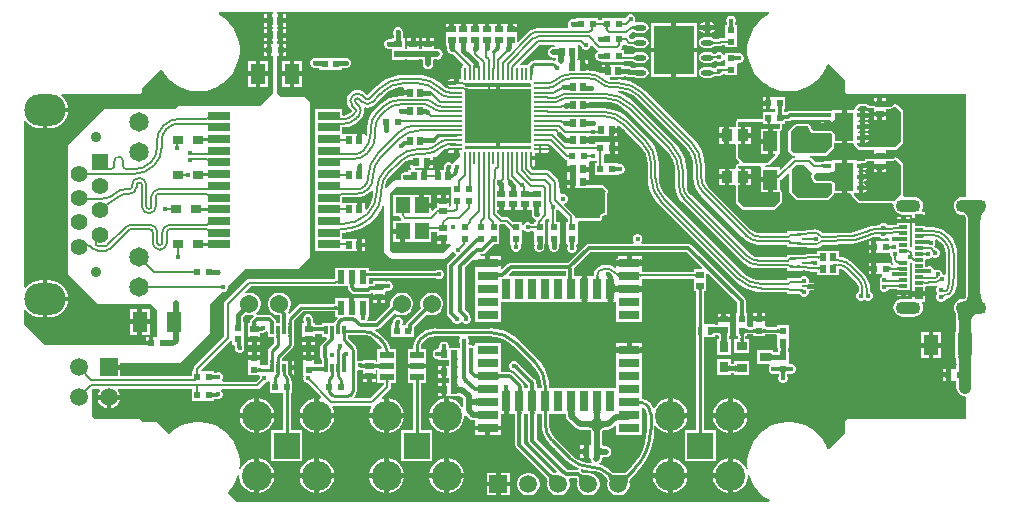
<source format=gtl>
G04*
G04 #@! TF.GenerationSoftware,Altium Limited,Altium Designer,24.4.1 (13)*
G04*
G04 Layer_Physical_Order=1*
G04 Layer_Color=255*
%FSLAX44Y44*%
%MOMM*%
G71*
G04*
G04 #@! TF.SameCoordinates,F44D32EE-D624-4937-AF30-22848A2776C4*
G04*
G04*
G04 #@! TF.FilePolarity,Positive*
G04*
G01*
G75*
%ADD11C,0.2500*%
%ADD12C,0.2000*%
%ADD17R,0.6000X0.6400*%
%ADD18R,1.8500X0.6500*%
%ADD19R,0.9000X0.8000*%
%ADD20R,1.3000X1.8000*%
%ADD21R,0.5000X0.6000*%
G04:AMPARAMS|DCode=22|XSize=1.05mm|YSize=0.45mm|CornerRadius=0.225mm|HoleSize=0mm|Usage=FLASHONLY|Rotation=180.000|XOffset=0mm|YOffset=0mm|HoleType=Round|Shape=RoundedRectangle|*
%AMROUNDEDRECTD22*
21,1,1.0500,0.0000,0,0,180.0*
21,1,0.6000,0.4500,0,0,180.0*
1,1,0.4500,-0.3000,0.0000*
1,1,0.4500,0.3000,0.0000*
1,1,0.4500,0.3000,0.0000*
1,1,0.4500,-0.3000,0.0000*
%
%ADD22ROUNDEDRECTD22*%
%ADD23R,3.5000X4.1000*%
%ADD24R,0.6000X0.5000*%
%ADD25R,0.3000X0.8000*%
%ADD26R,1.8000X0.8000*%
%ADD27R,0.3500X0.6500*%
%ADD28R,0.6400X0.6000*%
%ADD29R,0.8000X0.9000*%
%ADD30R,0.9000X0.8000*%
%ADD31R,0.7000X1.8000*%
%ADD32R,0.8000X1.8000*%
%ADD33R,0.6000X1.1500*%
%ADD34R,1.1500X0.6000*%
%ADD35R,0.9144X0.2032*%
%ADD36R,0.9144X0.2540*%
%ADD37R,1.1000X0.2000*%
%ADD38O,0.7000X0.4000*%
%ADD39R,1.6500X2.4000*%
%ADD40O,0.9000X0.4000*%
%ADD41R,0.7000X0.3000*%
%ADD42R,0.7000X1.0000*%
G04:AMPARAMS|DCode=43|XSize=0.2mm|YSize=1.1mm|CornerRadius=0.05mm|HoleSize=0mm|Usage=FLASHONLY|Rotation=90.000|XOffset=0mm|YOffset=0mm|HoleType=Round|Shape=RoundedRectangle|*
%AMROUNDEDRECTD43*
21,1,0.2000,1.0000,0,0,90.0*
21,1,0.1000,1.1000,0,0,90.0*
1,1,0.1000,0.5000,0.0500*
1,1,0.1000,0.5000,-0.0500*
1,1,0.1000,-0.5000,-0.0500*
1,1,0.1000,-0.5000,0.0500*
%
%ADD43ROUNDEDRECTD43*%
G04:AMPARAMS|DCode=44|XSize=0.2mm|YSize=1.1mm|CornerRadius=0.05mm|HoleSize=0mm|Usage=FLASHONLY|Rotation=0.000|XOffset=0mm|YOffset=0mm|HoleType=Round|Shape=RoundedRectangle|*
%AMROUNDEDRECTD44*
21,1,0.2000,1.0000,0,0,0.0*
21,1,0.1000,1.1000,0,0,0.0*
1,1,0.1000,0.0500,-0.5000*
1,1,0.1000,-0.0500,-0.5000*
1,1,0.1000,-0.0500,0.5000*
1,1,0.1000,0.0500,0.5000*
%
%ADD44ROUNDEDRECTD44*%
%ADD45R,0.2000X1.1000*%
%ADD46R,0.9000X1.0000*%
%ADD47R,1.2000X1.4000*%
%ADD48R,1.2000X1.7500*%
%ADD84C,1.5000*%
%ADD85R,1.5000X1.5000*%
%ADD92C,0.3000*%
%ADD93C,0.2326*%
%ADD94C,0.4000*%
%ADD95C,0.2030*%
%ADD96C,0.1945*%
%ADD97C,0.1856*%
%ADD98C,0.1945*%
%ADD99R,5.6000X4.6000*%
%ADD100C,0.5000*%
%ADD101C,0.2861*%
%ADD102C,1.0000*%
%ADD103C,0.7000*%
%ADD104C,0.9000*%
%ADD105O,3.5000X2.7000*%
%ADD106C,1.6500*%
%ADD107C,1.4000*%
%ADD108R,1.4000X1.4000*%
%ADD109C,1.5400*%
%ADD110C,2.5500*%
%ADD111R,2.2500X2.2500*%
%ADD112O,2.6000X1.1000*%
%ADD113O,2.1000X1.1000*%
%ADD114C,0.4200*%
G36*
X613000Y815200D02*
X612600D01*
Y810000D01*
Y804800D01*
X613000D01*
Y802700D01*
X612600D01*
Y797500D01*
Y792300D01*
X613000D01*
Y790000D01*
X612000D01*
Y785000D01*
Y780000D01*
X613000D01*
Y748000D01*
X602500Y737500D01*
X532500D01*
X530000Y735000D01*
X470000D01*
X440000Y705000D01*
Y595000D01*
X465000Y570000D01*
X510000D01*
X515000Y565000D01*
Y543063D01*
X514500Y542000D01*
X512000D01*
Y537000D01*
X510000D01*
Y535000D01*
X420000D01*
X402549Y552451D01*
Y564499D01*
X403819Y564954D01*
X405187Y563287D01*
X407547Y561350D01*
X410240Y559911D01*
X413162Y559024D01*
X416200Y558725D01*
X418200D01*
Y574300D01*
Y589875D01*
X416200D01*
X413162Y589576D01*
X410240Y588689D01*
X407547Y587250D01*
X405187Y585313D01*
X403819Y583646D01*
X402549Y584101D01*
Y724499D01*
X403819Y724954D01*
X405187Y723287D01*
X407547Y721350D01*
X410240Y719911D01*
X413162Y719024D01*
X416200Y718725D01*
X418200D01*
Y734300D01*
X420200D01*
Y736300D01*
X439578D01*
X439476Y737338D01*
X438589Y740260D01*
X437150Y742953D01*
X435213Y745313D01*
X434156Y746181D01*
X434610Y747451D01*
X500000D01*
X500975Y747645D01*
X501802Y748198D01*
X502355Y749025D01*
X502549Y750000D01*
Y752549D01*
X518150Y768150D01*
X519409Y767984D01*
X520835Y765513D01*
X523629Y761873D01*
X526873Y758629D01*
X530513Y755836D01*
X534486Y753542D01*
X538725Y751786D01*
X543157Y750599D01*
X547706Y750000D01*
X550000Y750000D01*
X552294Y750000D01*
X556842Y750598D01*
X561274Y751786D01*
X565513Y753541D01*
X569487Y755835D01*
X573127Y758629D01*
X576371Y761873D01*
X579164Y765513D01*
X581458Y769486D01*
X583214Y773725D01*
X584401Y778157D01*
X585000Y782706D01*
X585000Y785000D01*
X585000Y787294D01*
X584401Y791843D01*
X583214Y796274D01*
X581458Y800513D01*
X579164Y804487D01*
X576371Y808127D01*
X573126Y811371D01*
X569486Y814164D01*
X567426Y815353D01*
X567218Y816747D01*
X567857Y817451D01*
X613000D01*
Y815200D01*
D02*
G37*
G36*
X1215241Y648430D02*
X1214561Y647652D01*
X1213960Y646764D01*
X1213440Y645767D01*
X1213000Y644660D01*
X1212640Y643444D01*
X1212360Y642118D01*
X1212160Y640683D01*
X1212040Y639138D01*
X1212000Y637483D01*
X1202000D01*
X1201950Y639466D01*
X1201800Y641231D01*
X1201550Y642779D01*
X1201201Y644109D01*
X1200751Y645223D01*
X1200201Y646118D01*
X1199552Y646796D01*
X1198802Y647257D01*
X1197953Y647501D01*
X1197004Y647527D01*
X1216001Y649099D01*
X1215241Y648430D01*
D02*
G37*
G36*
X1034007Y816181D02*
X1030513Y814164D01*
X1026873Y811370D01*
X1023629Y808126D01*
X1020836Y804486D01*
X1018542Y800513D01*
X1016786Y796274D01*
X1015599Y791843D01*
X1015000Y787294D01*
Y785000D01*
X1015000Y782706D01*
X1015598Y778157D01*
X1016786Y773725D01*
X1018541Y769486D01*
X1020835Y765513D01*
X1023628Y761873D01*
X1026873Y758629D01*
X1030513Y755836D01*
X1034486Y753542D01*
X1038725Y751786D01*
X1043157Y750599D01*
X1047706Y750000D01*
X1050000Y750000D01*
X1052294Y750000D01*
X1056842Y750598D01*
X1061274Y751786D01*
X1065513Y753541D01*
X1069487Y755835D01*
X1073127Y758629D01*
X1076371Y761873D01*
X1079164Y765513D01*
X1081458Y769486D01*
X1082706Y772498D01*
X1084204Y772796D01*
X1097451Y759549D01*
Y750000D01*
X1097645Y749025D01*
X1098198Y748198D01*
X1099025Y747645D01*
X1100000Y747451D01*
X1200000D01*
Y660565D01*
X1197100D01*
X1195142Y660307D01*
X1193318Y659551D01*
X1191751Y658349D01*
X1190549Y656782D01*
X1189793Y654958D01*
X1189535Y653000D01*
X1189793Y651042D01*
X1190549Y649218D01*
X1191751Y647651D01*
X1193318Y646449D01*
X1195142Y645693D01*
X1197100Y645435D01*
X1198607D01*
X1198908Y645121D01*
X1199296Y644489D01*
X1199657Y643597D01*
X1199940Y642520D01*
Y577080D01*
X1199657Y576003D01*
X1199296Y575111D01*
X1198909Y574479D01*
X1198607Y574165D01*
X1197100D01*
X1195142Y573907D01*
X1193318Y573151D01*
X1191751Y571949D01*
X1190549Y570382D01*
X1189793Y568558D01*
X1189535Y566600D01*
X1189793Y564642D01*
X1190549Y562818D01*
X1191611Y561433D01*
X1191803Y560596D01*
X1191940Y559778D01*
Y551000D01*
Y546000D01*
X1191000D01*
Y524000D01*
X1191940D01*
Y520000D01*
X1192071Y519000D01*
X1191940Y518000D01*
Y515898D01*
X1191129Y515088D01*
X1190670Y515000D01*
X1189500D01*
X1189230Y515000D01*
X1187000D01*
Y510000D01*
Y505000D01*
X1189230D01*
X1189500Y505000D01*
X1190500D01*
X1190670Y505000D01*
X1191940Y504758D01*
Y499000D01*
X1192180Y497173D01*
X1192886Y495470D01*
X1194007Y494007D01*
X1195470Y492886D01*
X1197173Y492180D01*
X1199000Y491940D01*
X1199045Y491945D01*
X1200000Y491108D01*
Y472549D01*
X1100000D01*
X1099025Y472355D01*
X1098198Y471802D01*
X1097645Y470975D01*
X1097451Y470000D01*
Y460451D01*
X1084203Y447203D01*
X1082705Y447501D01*
X1081458Y450513D01*
X1079164Y454487D01*
X1076371Y458127D01*
X1073126Y461371D01*
X1069486Y464164D01*
X1065513Y466458D01*
X1061274Y468214D01*
X1056842Y469401D01*
X1052293Y470000D01*
X1049999Y470000D01*
X1047705D01*
X1043157Y469401D01*
X1038725Y468213D01*
X1034486Y466458D01*
X1030513Y464164D01*
X1026873Y461371D01*
X1023629Y458126D01*
X1020836Y454486D01*
X1018542Y450513D01*
X1016786Y446274D01*
X1015599Y441843D01*
X1015000Y437294D01*
Y435000D01*
X1015000Y432706D01*
X1015287Y430522D01*
X1014050Y430190D01*
X1013471Y431587D01*
X1011857Y434003D01*
X1009803Y436057D01*
X1007387Y437671D01*
X1004702Y438783D01*
X1002400Y439241D01*
Y424600D01*
Y409959D01*
X1004702Y410417D01*
X1007387Y411529D01*
X1009803Y413143D01*
X1011857Y415197D01*
X1013471Y417613D01*
X1014583Y420298D01*
X1015150Y423147D01*
Y424923D01*
X1016420Y425090D01*
X1016786Y423725D01*
X1018541Y419486D01*
X1020835Y415513D01*
X1023628Y411873D01*
X1026873Y408629D01*
X1030513Y405836D01*
X1034006Y403819D01*
X1033666Y402549D01*
X582451Y402549D01*
X574749Y410251D01*
X576371Y411873D01*
X579164Y415513D01*
X581458Y419486D01*
X583214Y423725D01*
X583580Y425092D01*
X584850Y424925D01*
Y423147D01*
X585417Y420298D01*
X586529Y417613D01*
X588143Y415197D01*
X590197Y413143D01*
X592613Y411529D01*
X595298Y410417D01*
X597600Y409959D01*
Y424600D01*
Y439241D01*
X595298Y438783D01*
X592613Y437671D01*
X590197Y436057D01*
X588143Y434003D01*
X586529Y431587D01*
X585949Y430188D01*
X584712Y430520D01*
X585000Y432706D01*
X585000Y435000D01*
X585000Y437294D01*
X584401Y441843D01*
X583214Y446274D01*
X581458Y450513D01*
X579164Y454487D01*
X576371Y458127D01*
X573126Y461371D01*
X569486Y464164D01*
X565513Y466458D01*
X561274Y468214D01*
X556842Y469401D01*
X552294Y470000D01*
X550000Y470000D01*
X547705D01*
X543157Y469401D01*
X538725Y468213D01*
X534486Y466458D01*
X530513Y464164D01*
X526873Y461371D01*
X525251Y459749D01*
X521750Y463250D01*
X515000Y470000D01*
X502549Y470000D01*
X502355Y470975D01*
X501802Y471802D01*
X500975Y472355D01*
X500000Y472549D01*
X462451D01*
X460000Y475000D01*
Y497674D01*
X460267Y497941D01*
X466315D01*
X466705Y496671D01*
X465547Y494667D01*
X465101Y493000D01*
X474400D01*
X483699D01*
X483253Y494667D01*
X482095Y496671D01*
X482485Y497941D01*
X544500D01*
Y488000D01*
X553500D01*
Y488000D01*
X554500D01*
Y488000D01*
X563500D01*
Y489431D01*
X566109D01*
X566185Y489400D01*
X567816D01*
X569323Y490024D01*
X570476Y491178D01*
X571100Y492685D01*
Y494315D01*
X570476Y495822D01*
X569627Y496671D01*
X570058Y497941D01*
X600000D01*
X600000Y497941D01*
X601171Y498174D01*
X602163Y498837D01*
X606226Y502900D01*
X606816D01*
X608322Y503524D01*
X609230Y504432D01*
X610379Y504117D01*
X610500Y504042D01*
Y495000D01*
X619500D01*
Y495000D01*
X620500D01*
Y495000D01*
X621775D01*
Y463250D01*
X611750D01*
Y436750D01*
X638250D01*
Y463250D01*
X628225D01*
Y495000D01*
X629500D01*
Y505000D01*
X629123D01*
X628331Y505792D01*
X628270Y507037D01*
X628234Y507222D01*
X628202Y507221D01*
X627978Y508348D01*
X627723Y508730D01*
X628402Y510000D01*
X631000D01*
Y514000D01*
X627500D01*
Y516000D01*
X626000D01*
Y522000D01*
X620725D01*
Y523664D01*
X629780Y532720D01*
X630479Y533766D01*
X630725Y535000D01*
Y542000D01*
X631000D01*
Y554000D01*
X630725D01*
Y556164D01*
X638336Y563775D01*
X665500D01*
Y559250D01*
X667407D01*
X667933Y557980D01*
X666792Y556838D01*
X666676Y556666D01*
X665765Y555478D01*
X665145Y553983D01*
X654943D01*
Y552001D01*
X648643D01*
Y553883D01*
X647011D01*
Y555970D01*
X647100Y556185D01*
Y557816D01*
X646476Y559323D01*
X645322Y560476D01*
X643816Y561100D01*
X642185D01*
X640678Y560476D01*
X639524Y559323D01*
X638900Y557816D01*
Y556185D01*
X639327Y555153D01*
X638721Y553999D01*
X638583Y553883D01*
X638243D01*
Y543883D01*
Y542082D01*
X639744D01*
X639793Y542112D01*
X640003Y542303D01*
X640153Y542523D01*
X640243Y542773D01*
X640273Y543052D01*
Y542082D01*
X643443D01*
X648643D01*
Y544864D01*
X654943D01*
Y541983D01*
X658140D01*
X658666Y540713D01*
X654477Y536523D01*
X653703Y535366D01*
X653431Y534000D01*
Y525000D01*
X653703Y523634D01*
X654477Y522477D01*
X654874Y522079D01*
Y518801D01*
X648656D01*
X648443Y519983D01*
X648443Y520253D01*
Y522483D01*
X643443D01*
X638443D01*
Y520253D01*
X638443Y519983D01*
Y518983D01*
X638443Y518713D01*
Y509983D01*
X638525D01*
X639272Y508713D01*
X638900Y507816D01*
Y506185D01*
X639524Y504678D01*
X640678Y503524D01*
X642185Y502900D01*
X642673D01*
X653930Y491032D01*
X653286Y489865D01*
X652400Y490041D01*
Y477400D01*
X665041D01*
X664583Y479702D01*
X663471Y482387D01*
X663281Y482671D01*
X663960Y483941D01*
X696040D01*
X696416Y483536D01*
X696856Y482877D01*
X696529Y482387D01*
X695417Y479702D01*
X694959Y477400D01*
X707600D01*
Y490041D01*
X705806Y489684D01*
X705181Y490855D01*
X712163Y497837D01*
X712163Y497837D01*
X712826Y498829D01*
X713059Y500000D01*
Y503000D01*
X717250D01*
Y512500D01*
Y522000D01*
Y532000D01*
X712563D01*
X712325Y533802D01*
X711004Y536992D01*
X709654Y538751D01*
X708902Y539731D01*
X708902Y539731D01*
X707968Y540592D01*
X705089Y543471D01*
X705088Y543483D01*
X705114Y543509D01*
X701642Y546357D01*
X700067Y547200D01*
X700375Y548431D01*
X701000D01*
X702366Y548703D01*
X703523Y549477D01*
X716314Y562268D01*
X716344Y562238D01*
X718556Y560961D01*
X721023Y560300D01*
X723577D01*
X726044Y560961D01*
X728256Y562238D01*
X730062Y564044D01*
X731339Y566256D01*
X732000Y568723D01*
Y571277D01*
X731339Y573744D01*
X730062Y575956D01*
X728256Y577762D01*
X726044Y579039D01*
X723577Y579700D01*
X721023D01*
X718556Y579039D01*
X716344Y577762D01*
X714538Y575956D01*
X713261Y573744D01*
X712600Y571277D01*
Y568723D01*
X712616Y568663D01*
X699522Y555569D01*
X693952D01*
X693103Y556839D01*
X693350Y557435D01*
Y559066D01*
X693473Y559250D01*
X694500D01*
Y574750D01*
X682000D01*
Y572781D01*
X682132Y572712D01*
X682281Y572689D01*
X682000D01*
Y567000D01*
X678000D01*
Y572689D01*
X677719D01*
X677868Y572712D01*
X678000Y572781D01*
Y574750D01*
X665500D01*
Y570225D01*
X637000D01*
X635766Y569979D01*
X634720Y569280D01*
X627335Y561895D01*
X626189Y562301D01*
X625919Y563502D01*
X626462Y564044D01*
X627739Y566256D01*
X628400Y568723D01*
Y571277D01*
X627739Y573744D01*
X626462Y575956D01*
X624656Y577762D01*
X622444Y579039D01*
X619977Y579700D01*
X617423D01*
X614956Y579039D01*
X612744Y577762D01*
X610938Y575956D01*
X609661Y573744D01*
X609000Y571277D01*
Y568723D01*
X609661Y566256D01*
X610938Y564044D01*
X612744Y562238D01*
X614956Y560961D01*
X617423Y560300D01*
X618931D01*
Y554000D01*
X616069D01*
Y555000D01*
X615797Y556366D01*
X615023Y557523D01*
X612523Y560023D01*
X611366Y560797D01*
X610000Y561069D01*
X600000D01*
X599650Y560999D01*
X599196Y562203D01*
X599256Y562238D01*
X601062Y564044D01*
X602339Y566256D01*
X603000Y568723D01*
Y571277D01*
X602339Y573744D01*
X601062Y575956D01*
X599256Y577762D01*
X597044Y579039D01*
X594577Y579700D01*
X592023D01*
X590382Y579260D01*
X589725Y580399D01*
X594267Y584941D01*
X665500D01*
X665500Y584941D01*
X666671Y585174D01*
X666784Y585250D01*
X676431D01*
Y584000D01*
X676703Y582634D01*
X677477Y581477D01*
X679477Y579477D01*
X680634Y578703D01*
X682000Y578431D01*
X693800D01*
X695166Y578703D01*
X696323Y579477D01*
X696530Y579683D01*
X697569Y579452D01*
X697800Y579332D01*
Y577600D01*
X703000D01*
X708200D01*
Y580474D01*
X709470Y581196D01*
X710184Y580900D01*
X711815D01*
X713322Y581524D01*
X714476Y582677D01*
X715100Y584184D01*
Y585816D01*
X714476Y587322D01*
X713322Y588476D01*
X711815Y589100D01*
X710184D01*
X709470Y588804D01*
X708200Y589400D01*
Y589400D01*
X697800D01*
Y587069D01*
X695300D01*
X694500Y587725D01*
Y591775D01*
X751427D01*
X751677Y591524D01*
X753184Y590900D01*
X754816D01*
X756322Y591524D01*
X757476Y592678D01*
X758100Y594184D01*
Y595816D01*
X757476Y597323D01*
X756322Y598476D01*
X754816Y599100D01*
X753184D01*
X751677Y598476D01*
X751427Y598225D01*
X694500D01*
Y600750D01*
X665500D01*
Y591462D01*
X664833Y591330D01*
X664428Y591059D01*
X593000D01*
X593000Y591059D01*
X591829Y590826D01*
X590837Y590163D01*
X572837Y572163D01*
X572174Y571171D01*
X571941Y570000D01*
X571941Y570000D01*
Y542267D01*
X546837Y517163D01*
X546174Y516171D01*
X545941Y515000D01*
X545941Y515000D01*
Y513000D01*
X544500D01*
Y509059D01*
X483900D01*
Y514400D01*
X474400D01*
Y518400D01*
X483900D01*
Y520000D01*
X535000D01*
X560000Y545000D01*
Y570000D01*
X569983Y579983D01*
X570185Y579900D01*
X571815D01*
X573322Y580524D01*
X574476Y581678D01*
X575100Y583185D01*
Y584815D01*
X575017Y585017D01*
X590000Y600000D01*
X635000D01*
X645000Y610000D01*
Y740000D01*
X640000Y745000D01*
X620000D01*
X617000Y748000D01*
Y780000D01*
X618000D01*
Y785000D01*
Y790000D01*
X617000D01*
Y792300D01*
X617400D01*
Y797500D01*
Y802700D01*
X617000D01*
Y804800D01*
X617400D01*
Y810000D01*
Y815200D01*
X617000D01*
Y817451D01*
X1033667Y817451D01*
X1034007Y816181D01*
D02*
G37*
G36*
X682690Y587251D02*
X682440Y587160D01*
X682220Y587010D01*
X682029Y586800D01*
X681867Y586530D01*
X681735Y586200D01*
X681632Y585811D01*
X681559Y585360D01*
X681515Y584851D01*
X681500Y584281D01*
X678500D01*
X678485Y584851D01*
X678441Y585360D01*
X678368Y585811D01*
X678265Y586200D01*
X678133Y586530D01*
X677971Y586800D01*
X677780Y587010D01*
X677560Y587160D01*
X677310Y587251D01*
X677030Y587281D01*
X682970D01*
X682690Y587251D01*
D02*
G37*
G36*
X706199Y587204D02*
X706290Y587057D01*
X706440Y586926D01*
X706649Y586813D01*
X706919Y586717D01*
X707250Y586639D01*
X707639Y586578D01*
X708090Y586535D01*
X709169Y586500D01*
Y583500D01*
X708595Y583485D01*
X708081Y583440D01*
X707627Y583365D01*
X707234Y583260D01*
X706901Y583125D01*
X706628Y582960D01*
X706415Y582765D01*
X706263Y582540D01*
X706171Y582285D01*
X706139Y582000D01*
X706170Y587369D01*
X706199Y587204D01*
D02*
G37*
G36*
X699830Y581431D02*
X699800Y581539D01*
X699710Y581636D01*
X699560Y581721D01*
X699351Y581795D01*
X699081Y581858D01*
X698751Y581909D01*
X697911Y581977D01*
X696831Y582000D01*
Y585000D01*
X697405Y585015D01*
X697919Y585060D01*
X698372Y585135D01*
X698766Y585240D01*
X699099Y585375D01*
X699372Y585540D01*
X699584Y585735D01*
X699737Y585960D01*
X699829Y586215D01*
X699861Y586500D01*
X699830Y581431D01*
D02*
G37*
G36*
X1212040Y580462D02*
X1212160Y578917D01*
X1212360Y577482D01*
X1212640Y576156D01*
X1213000Y574940D01*
X1213440Y573833D01*
X1213960Y572836D01*
X1214561Y571948D01*
X1215241Y571170D01*
X1216001Y570501D01*
X1197004Y572073D01*
X1197953Y572099D01*
X1198802Y572343D01*
X1199552Y572803D01*
X1200201Y573482D01*
X1200751Y574377D01*
X1201201Y575490D01*
X1201550Y576821D01*
X1201800Y578369D01*
X1201950Y580134D01*
X1202000Y582117D01*
X1212000D01*
X1212040Y580462D01*
D02*
G37*
G36*
X667561Y564674D02*
X667537Y564895D01*
X667467Y565093D01*
X667349Y565267D01*
X667184Y565419D01*
X666972Y565546D01*
X666713Y565651D01*
X666406Y565732D01*
X666053Y565791D01*
X665652Y565826D01*
X665205Y565837D01*
Y568163D01*
X665652Y568175D01*
X666053Y568209D01*
X666406Y568268D01*
X666713Y568349D01*
X666972Y568454D01*
X667184Y568582D01*
X667349Y568733D01*
X667467Y568907D01*
X667537Y569105D01*
X667561Y569326D01*
Y564674D01*
D02*
G37*
G36*
X1209000Y561114D02*
X1208050Y561161D01*
X1207200Y560974D01*
X1206450Y560555D01*
X1205800Y559901D01*
X1205250Y559015D01*
X1204800Y557895D01*
X1204450Y556542D01*
X1204200Y554956D01*
X1204050Y553136D01*
X1204000Y551083D01*
X1194000Y552085D01*
X1193983Y553925D01*
X1193581Y559809D01*
X1193396Y560911D01*
X1193178Y561865D01*
X1192926Y562672D01*
X1192641Y563330D01*
X1192322Y563842D01*
X1209000Y561114D01*
D02*
G37*
G36*
X688959Y561311D02*
X691481D01*
X691326Y561291D01*
X691187Y561231D01*
X691064Y561130D01*
X690958Y560989D01*
X690868Y560808D01*
X690794Y560587D01*
X690737Y560325D01*
X690714Y560156D01*
X690719Y560079D01*
X690744Y559939D01*
X690773Y559817D01*
X690807Y559714D01*
X690845Y559630D01*
X690888Y559564D01*
X690669Y559590D01*
X690663Y559299D01*
X688337D01*
X688329Y559681D01*
X688309Y559873D01*
X687969Y559914D01*
X688039Y559980D01*
X688102Y560064D01*
X688157Y560167D01*
X688205Y560288D01*
X688243Y560420D01*
X688206Y560587D01*
X688132Y560808D01*
X688042Y560989D01*
X687936Y561130D01*
X687813Y561231D01*
X687674Y561291D01*
X687519Y561311D01*
X688336D01*
X688337Y561401D01*
X688959Y561311D01*
D02*
G37*
G36*
X628666Y553853D02*
X628773Y552342D01*
X628813Y552179D01*
X628859Y552062D01*
X628911Y551993D01*
X628969Y551969D01*
X626031D01*
X626089Y551993D01*
X626141Y552062D01*
X626187Y552179D01*
X626227Y552342D01*
X626260Y552551D01*
X626310Y553109D01*
X626334Y553853D01*
X626337Y554295D01*
X628663D01*
X628666Y553853D01*
D02*
G37*
G36*
X599015Y554300D02*
X599060Y553789D01*
X599135Y553340D01*
X599240Y552949D01*
X599375Y552620D01*
X599540Y552350D01*
X599735Y552140D01*
X599960Y551990D01*
X600215Y551899D01*
X600500Y551870D01*
X594500D01*
X594785Y551899D01*
X595040Y551990D01*
X595265Y552140D01*
X595460Y552350D01*
X595625Y552620D01*
X595760Y552949D01*
X595865Y553340D01*
X595940Y553789D01*
X595985Y554300D01*
X596000Y554869D01*
X599000D01*
X599015Y554300D01*
D02*
G37*
G36*
X600700Y551590D02*
X600789Y551340D01*
X600939Y551120D01*
X601149Y550929D01*
X601419Y550767D01*
X601749Y550635D01*
X602140Y550532D01*
X602589Y550459D01*
X603100Y550415D01*
X603670Y550400D01*
Y547400D01*
X603100Y547385D01*
X602589Y547341D01*
X602140Y547268D01*
X601749Y547165D01*
X601419Y547033D01*
X601149Y546871D01*
X600939Y546680D01*
X600789Y546460D01*
X600700Y546210D01*
X600670Y545930D01*
Y551870D01*
X600700Y551590D01*
D02*
G37*
G36*
X674935Y549105D02*
X675005Y548907D01*
X675122Y548733D01*
X675284Y548582D01*
X675494Y548454D01*
X675749Y548349D01*
X676052Y548268D01*
X676401Y548209D01*
X676796Y548175D01*
X677238Y548163D01*
Y545837D01*
X676796Y545826D01*
X676401Y545791D01*
X676052Y545732D01*
X675749Y545651D01*
X675494Y545546D01*
X675284Y545418D01*
X675122Y545267D01*
X675005Y545093D01*
X674935Y544895D01*
X674912Y544674D01*
Y549326D01*
X674935Y549105D01*
D02*
G37*
G36*
X1204020Y549664D02*
X1204177Y547414D01*
X1204315Y546501D01*
X1204492Y545727D01*
X1204709Y545094D01*
X1204965Y544602D01*
X1205260Y544251D01*
X1205595Y544040D01*
X1205969Y543969D01*
X1193030D01*
X1193215Y544040D01*
X1193380Y544251D01*
X1193525Y544602D01*
X1193651Y545094D01*
X1193758Y545727D01*
X1193845Y546501D01*
X1193961Y548469D01*
X1194000Y551000D01*
X1204000D01*
X1204020Y549664D01*
D02*
G37*
G36*
X628911Y544007D02*
X628859Y543937D01*
X628813Y543821D01*
X628773Y543658D01*
X628740Y543449D01*
X628690Y542891D01*
X628666Y542147D01*
X628663Y541705D01*
X626337D01*
X626334Y542147D01*
X626227Y543658D01*
X626187Y543821D01*
X626141Y543937D01*
X626089Y544007D01*
X626031Y544030D01*
X628969D01*
X628911Y544007D01*
D02*
G37*
G36*
X618962Y544002D02*
X618955Y543916D01*
X618937Y543001D01*
X618930Y541170D01*
X616070D01*
X616031Y544030D01*
X618969D01*
X618962Y544002D01*
D02*
G37*
G36*
X670745Y532037D02*
X670664Y531997D01*
X670581Y531937D01*
X670497Y531859D01*
X670410Y531762D01*
X670322Y531646D01*
X670233Y531510D01*
X670049Y531182D01*
X669955Y530989D01*
X669859Y530778D01*
X667728Y531710D01*
X667819Y531925D01*
X668012Y532482D01*
X668051Y532640D01*
X668077Y532783D01*
X668090Y532913D01*
X668090Y533028D01*
X668078Y533129D01*
X668052Y533216D01*
X670745Y532037D01*
D02*
G37*
G36*
X592023Y560300D02*
X594577D01*
X596462Y560805D01*
X597120Y559666D01*
X594977Y557523D01*
X594203Y556366D01*
X593931Y555000D01*
Y553900D01*
X592300D01*
Y543900D01*
Y542100D01*
X597500D01*
X602700D01*
Y545331D01*
X603900D01*
X605266Y545603D01*
X605710Y545900D01*
X605816D01*
X607323Y546524D01*
X607730Y546932D01*
X609000Y546406D01*
Y542000D01*
X614002D01*
Y536449D01*
X610027Y532473D01*
X609269Y531338D01*
X609002Y530000D01*
Y522000D01*
X609000D01*
Y517998D01*
X603398D01*
X602500Y518896D01*
Y520000D01*
X602500Y520270D01*
Y522500D01*
X597500D01*
X592500D01*
Y520270D01*
X592500Y520000D01*
Y519000D01*
X592500Y518730D01*
Y510000D01*
X601535D01*
X601547Y509991D01*
X602279Y508730D01*
X601900Y507816D01*
Y507226D01*
X598733Y504059D01*
X570653D01*
X570127Y505329D01*
X570476Y505678D01*
X571100Y507184D01*
Y508815D01*
X570476Y510322D01*
X569323Y511476D01*
X567816Y512100D01*
X566185D01*
X564902Y511569D01*
X563500D01*
Y513000D01*
X554500D01*
Y513000D01*
X553500D01*
X552728Y513950D01*
X552596Y514270D01*
X577163Y538837D01*
X577163Y538837D01*
X578758Y538938D01*
X579000Y538745D01*
Y535500D01*
X580498D01*
X581072Y534230D01*
X580900Y533815D01*
Y532184D01*
X581524Y530678D01*
X582677Y529524D01*
X584184Y528900D01*
X585816D01*
X587322Y529524D01*
X588476Y530678D01*
X589100Y532184D01*
Y533815D01*
X588928Y534230D01*
X589000Y535500D01*
X589000Y535500D01*
Y544230D01*
X589000Y544500D01*
Y545500D01*
X589000Y545770D01*
Y554500D01*
X588078D01*
Y559011D01*
X589929Y560861D01*
X592023Y560300D01*
D02*
G37*
G36*
X691998Y543469D02*
X695142Y542515D01*
X698040Y540966D01*
X700509Y538940D01*
X700529Y538911D01*
X704291Y535148D01*
X704303Y535136D01*
X704300Y535128D01*
X704300Y535128D01*
X705368Y533737D01*
X705561Y533270D01*
X704713Y532000D01*
X701750D01*
Y521069D01*
X700200D01*
Y522500D01*
X689800D01*
X689800Y522500D01*
X688530Y521804D01*
X687815Y522100D01*
X686184D01*
X685495Y521814D01*
X684225Y522663D01*
Y531037D01*
X684270D01*
X683845Y533178D01*
X682641Y534979D01*
X682617Y534955D01*
X682604Y534956D01*
X676848Y540713D01*
X676943Y541983D01*
X676943D01*
Y543775D01*
X688717D01*
X688774Y543786D01*
X691998Y543469D01*
D02*
G37*
G36*
X1204835Y526000D02*
X1204660Y525818D01*
X1204505Y525514D01*
X1204371Y525090D01*
X1204258Y524544D01*
X1204165Y523878D01*
X1204041Y522181D01*
X1204000Y520000D01*
X1194000D01*
X1193990Y521146D01*
X1193758Y524523D01*
X1193651Y525066D01*
X1193525Y525488D01*
X1193380Y525789D01*
X1193215Y525970D01*
X1193030Y526031D01*
X1205031Y526061D01*
X1204835Y526000D01*
D02*
G37*
G36*
X618666Y521853D02*
X618773Y520342D01*
X618813Y520179D01*
X618859Y520063D01*
X618911Y519993D01*
X618969Y519969D01*
X616031D01*
X616089Y519993D01*
X616141Y520063D01*
X616187Y520179D01*
X616227Y520342D01*
X616260Y520551D01*
X616310Y521109D01*
X616334Y521853D01*
X616337Y522295D01*
X618663D01*
X618666Y521853D01*
D02*
G37*
G36*
X613969Y519969D02*
X611031D01*
X611038Y519998D01*
X611045Y520084D01*
X611063Y520999D01*
X611070Y522830D01*
X613930D01*
X613969Y519969D01*
D02*
G37*
G36*
X703781Y514530D02*
X703751Y514810D01*
X703661Y515060D01*
X703511Y515280D01*
X703300Y515471D01*
X703030Y515633D01*
X702701Y515765D01*
X702310Y515868D01*
X701861Y515941D01*
X701350Y515985D01*
X700975Y515995D01*
X700600Y515985D01*
X700089Y515941D01*
X699640Y515868D01*
X699249Y515765D01*
X698920Y515633D01*
X698650Y515471D01*
X698439Y515280D01*
X698289Y515060D01*
X698199Y514810D01*
X698169Y514530D01*
Y520470D01*
X698199Y520190D01*
X698289Y519940D01*
X698439Y519720D01*
X698650Y519529D01*
X698920Y519367D01*
X699249Y519235D01*
X699640Y519132D01*
X700089Y519059D01*
X700600Y519015D01*
X700975Y519005D01*
X701350Y519015D01*
X701861Y519059D01*
X702310Y519132D01*
X702701Y519235D01*
X703030Y519367D01*
X703300Y519529D01*
X703511Y519720D01*
X703661Y519940D01*
X703751Y520190D01*
X703781Y520470D01*
Y514530D01*
D02*
G37*
G36*
X691831D02*
X691801Y514810D01*
X691711Y515060D01*
X691561Y515280D01*
X691350Y515471D01*
X691080Y515633D01*
X690751Y515765D01*
X690360Y515868D01*
X689911Y515941D01*
X689400Y515985D01*
X688830Y516000D01*
Y519000D01*
X689400Y519015D01*
X689911Y519059D01*
X690360Y519132D01*
X690751Y519235D01*
X691080Y519367D01*
X691350Y519529D01*
X691561Y519720D01*
X691711Y519940D01*
X691801Y520190D01*
X691831Y520470D01*
Y514530D01*
D02*
G37*
G36*
X646442Y516910D02*
X646532Y516873D01*
X646682Y516840D01*
X646892Y516812D01*
X647492Y516768D01*
X649412Y516733D01*
Y513733D01*
X648838Y513718D01*
X648324Y513673D01*
X647871Y513598D01*
X647477Y513493D01*
X647144Y513358D01*
X646871Y513193D01*
X646658Y512998D01*
X646506Y512773D01*
X646414Y512518D01*
X646382Y512233D01*
X646412Y516952D01*
X646442Y516910D01*
D02*
G37*
G36*
X600498Y516772D02*
X600584Y516595D01*
X600727Y516440D01*
X600927Y516304D01*
X601185Y516190D01*
X601499Y516097D01*
X601871Y516024D01*
X602300Y515972D01*
X602787Y515941D01*
X603330Y515930D01*
Y513070D01*
X602787Y513059D01*
X601871Y512976D01*
X601499Y512903D01*
X601185Y512810D01*
X600927Y512696D01*
X600727Y512561D01*
X600584Y512405D01*
X600498Y512228D01*
X600470Y512030D01*
Y516969D01*
X600498Y516772D01*
D02*
G37*
G36*
X618911Y512015D02*
X618859Y511969D01*
X618813Y511893D01*
X618773Y511786D01*
X618740Y511648D01*
X618712Y511479D01*
X618690Y511281D01*
X618666Y510791D01*
X618663Y510500D01*
X616337D01*
X616334Y510791D01*
X616288Y511479D01*
X616260Y511648D01*
X616227Y511786D01*
X616187Y511893D01*
X616141Y511969D01*
X616089Y512015D01*
X616031Y512030D01*
X618969D01*
X618911Y512015D01*
D02*
G37*
G36*
X711810Y505041D02*
X711640Y504980D01*
X711490Y504878D01*
X711360Y504736D01*
X711250Y504553D01*
X711160Y504330D01*
X711090Y504066D01*
X711040Y503761D01*
X711010Y503416D01*
X711000Y503031D01*
X709000D01*
X708990Y503416D01*
X708960Y503761D01*
X708910Y504066D01*
X708840Y504330D01*
X708750Y504553D01*
X708640Y504736D01*
X708510Y504878D01*
X708360Y504980D01*
X708190Y505041D01*
X708000Y505061D01*
X712000D01*
X711810Y505041D01*
D02*
G37*
G36*
X616175Y504853D02*
X616209Y504458D01*
X616268Y504109D01*
X616349Y503807D01*
X616454Y503551D01*
X616582Y503342D01*
X616733Y503179D01*
X616907Y503063D01*
X617105Y502993D01*
X617326Y502970D01*
X612674D01*
X612895Y502993D01*
X613093Y503063D01*
X613267Y503179D01*
X613419Y503342D01*
X613546Y503551D01*
X613651Y503807D01*
X613732Y504109D01*
X613791Y504458D01*
X613825Y504853D01*
X613837Y505295D01*
X616163D01*
X616175Y504853D01*
D02*
G37*
G36*
X686184Y513900D02*
X687815D01*
X687891Y513931D01*
X689800D01*
Y510700D01*
X691302D01*
X691350Y510729D01*
X691561Y510920D01*
X691711Y511141D01*
X691801Y511390D01*
X691831Y511670D01*
Y510700D01*
X695000D01*
X700200D01*
Y513931D01*
X701750D01*
Y503000D01*
X706941D01*
Y501267D01*
X695733Y490059D01*
X682742D01*
X682158Y491222D01*
X682183Y491267D01*
X682640Y492020D01*
X682640Y492020D01*
X683844Y493822D01*
X684270Y495963D01*
X684225D01*
Y513337D01*
X685495Y514186D01*
X686184Y513900D01*
D02*
G37*
%LPC*%
G36*
X608600Y815200D02*
X605600D01*
Y812000D01*
X608600D01*
Y815200D01*
D02*
G37*
G36*
Y808000D02*
X605600D01*
Y804800D01*
X608600D01*
Y808000D01*
D02*
G37*
G36*
Y802700D02*
X605600D01*
Y799500D01*
X608600D01*
Y802700D01*
D02*
G37*
G36*
Y795500D02*
X605600D01*
Y792300D01*
X608600D01*
Y795500D01*
D02*
G37*
G36*
X608000Y790000D02*
X605500D01*
Y787000D01*
X608000D01*
Y790000D01*
D02*
G37*
G36*
Y783000D02*
X605500D01*
Y780000D01*
X608000D01*
Y783000D01*
D02*
G37*
G36*
X609000Y776000D02*
X602500D01*
Y767000D01*
X609000D01*
Y776000D01*
D02*
G37*
G36*
X598500D02*
X592000D01*
Y767000D01*
X598500D01*
Y776000D01*
D02*
G37*
G36*
X609000Y763000D02*
X602500D01*
Y754000D01*
X609000D01*
Y763000D01*
D02*
G37*
G36*
X598500D02*
X592000D01*
Y754000D01*
X598500D01*
Y763000D01*
D02*
G37*
G36*
X439578Y732300D02*
X422200D01*
Y718725D01*
X424200D01*
X427239Y719024D01*
X430160Y719911D01*
X432853Y721350D01*
X435213Y723287D01*
X437150Y725647D01*
X438589Y728340D01*
X439476Y731262D01*
X439578Y732300D01*
D02*
G37*
G36*
X424200Y589875D02*
X422200D01*
Y576300D01*
X439578D01*
X439476Y577338D01*
X438589Y580260D01*
X437150Y582953D01*
X435213Y585313D01*
X432853Y587250D01*
X430160Y588689D01*
X427239Y589576D01*
X424200Y589875D01*
D02*
G37*
G36*
X439578Y572300D02*
X422200D01*
Y558725D01*
X424200D01*
X427239Y559024D01*
X430160Y559911D01*
X432853Y561350D01*
X435213Y563287D01*
X437150Y565647D01*
X438589Y568340D01*
X439476Y571261D01*
X439578Y572300D01*
D02*
G37*
G36*
X509000Y566000D02*
X502500D01*
Y557000D01*
X509000D01*
Y566000D01*
D02*
G37*
G36*
X498500D02*
X492000D01*
Y557000D01*
X498500D01*
Y566000D01*
D02*
G37*
G36*
X509000Y553000D02*
X502500D01*
Y544000D01*
X509000D01*
Y553000D01*
D02*
G37*
G36*
X498500D02*
X492000D01*
Y544000D01*
X498500D01*
Y553000D01*
D02*
G37*
G36*
X508000Y542000D02*
X505500D01*
Y539000D01*
X508000D01*
Y542000D01*
D02*
G37*
G36*
X624400Y815200D02*
X621400D01*
Y812000D01*
X624400D01*
Y815200D01*
D02*
G37*
G36*
X916815Y815100D02*
X915184D01*
X913678Y814476D01*
X912524Y813323D01*
X911900Y811816D01*
X911712Y811770D01*
X910442Y812000D01*
Y812000D01*
X901442D01*
Y812000D01*
X900442D01*
Y812000D01*
X891442D01*
Y810074D01*
X888500D01*
Y812000D01*
X879500D01*
Y812000D01*
X878500D01*
Y812000D01*
X869500D01*
Y811302D01*
X867365D01*
X866350Y811100D01*
X866184D01*
X866031Y811037D01*
X865804Y810991D01*
X865612Y810863D01*
X864678Y810476D01*
X863524Y809323D01*
X862900Y807816D01*
Y806184D01*
X863455Y804844D01*
X862968Y803574D01*
X837286D01*
Y803615D01*
X834270Y803218D01*
X831460Y802054D01*
X829048Y800202D01*
X829076Y800174D01*
X820931Y792029D01*
X819758Y792515D01*
Y797400D01*
Y800400D01*
X814558D01*
Y802400D01*
X812558D01*
Y807400D01*
X806558D01*
Y802400D01*
X802558D01*
Y807400D01*
X796558D01*
Y802400D01*
X792558D01*
Y807400D01*
X786558D01*
Y802400D01*
X782558D01*
Y807400D01*
X776558D01*
Y802400D01*
X772558D01*
Y807400D01*
X766558D01*
Y802400D01*
X764558D01*
Y800400D01*
X759358D01*
Y797400D01*
Y788600D01*
X760480D01*
Y786868D01*
X760458Y786815D01*
Y785184D01*
X761082Y783678D01*
X762236Y782524D01*
X763743Y781900D01*
X765332D01*
X774223Y773009D01*
X773923Y771514D01*
X773607Y771302D01*
X773054Y770475D01*
X772860Y769500D01*
Y760049D01*
X770409D01*
Y757000D01*
X768409D01*
Y755000D01*
X760909D01*
Y753552D01*
X760095Y753008D01*
X759639Y752946D01*
X758753Y753625D01*
X757827Y754455D01*
X757827Y754455D01*
X753985Y757736D01*
X749678Y760375D01*
X745011Y762308D01*
X740099Y763487D01*
X735063Y763884D01*
Y763842D01*
X723955D01*
Y763884D01*
X718912Y763487D01*
X713994Y762306D01*
X709320Y760370D01*
X705007Y757727D01*
X701160Y754442D01*
X701190Y754412D01*
X698389Y751611D01*
X698389Y751611D01*
X693272Y746495D01*
X690716Y749051D01*
X689748Y749698D01*
X689730Y749701D01*
X689419Y749940D01*
X687234Y750845D01*
X684889Y751154D01*
X682544Y750845D01*
X680359Y749940D01*
X678482Y748500D01*
X677042Y746624D01*
X676137Y744438D01*
X675828Y742093D01*
X676137Y739749D01*
X677042Y737563D01*
X677744Y736648D01*
X678482Y735687D01*
X678485Y735664D01*
X678496Y735657D01*
X678515Y735657D01*
X679402Y734795D01*
X679853Y734345D01*
X679853Y733172D01*
X679589Y732812D01*
X678534Y731756D01*
X678534Y731756D01*
X678532Y731758D01*
X676912Y730515D01*
X675025Y729733D01*
X673000Y729466D01*
X673000Y729466D01*
Y729466D01*
X671750Y729643D01*
Y734750D01*
X649250D01*
Y724250D01*
Y714350D01*
Y704430D01*
Y694530D01*
Y684610D01*
Y674710D01*
Y664790D01*
Y654890D01*
Y644970D01*
Y635070D01*
Y625150D01*
Y615250D01*
X671750D01*
X672600Y614800D01*
Y614800D01*
X684400D01*
Y620000D01*
Y625200D01*
X672600D01*
X671750Y626118D01*
Y630391D01*
X677662Y630857D01*
X683501Y632258D01*
X689049Y634557D01*
X694169Y637694D01*
X697783Y640781D01*
X697792Y640789D01*
X697799Y640795D01*
X698735Y641594D01*
X698747Y641608D01*
X698747Y641609D01*
X699512Y642536D01*
X701949Y645391D01*
X704558Y649648D01*
X706181Y653565D01*
X707451Y653313D01*
Y615000D01*
X707645Y614025D01*
X708198Y613198D01*
X712198Y609198D01*
X713025Y608645D01*
X714000Y608451D01*
X758500D01*
X759475Y608645D01*
X760302Y609198D01*
X765206Y614101D01*
X766451Y613853D01*
X766524Y613678D01*
X767678Y612524D01*
X767894Y612434D01*
X768142Y611189D01*
X761477Y604523D01*
X760703Y603366D01*
X760431Y602000D01*
Y562000D01*
X760703Y560634D01*
X761477Y559477D01*
X764993Y555961D01*
X765524Y554678D01*
X766678Y553524D01*
X768185Y552900D01*
X769816D01*
X771322Y553524D01*
X772245Y554447D01*
X773000Y554583D01*
X773755Y554447D01*
X774678Y553524D01*
X776184Y552900D01*
X777815D01*
X779322Y553524D01*
X780476Y554678D01*
X781100Y556185D01*
Y557816D01*
X780476Y559323D01*
X780282Y559516D01*
X780067Y560595D01*
X779294Y561753D01*
X775569Y565478D01*
Y600522D01*
X782827Y607780D01*
X784000Y607294D01*
Y607000D01*
X793000D01*
Y611000D01*
X789059D01*
X788380Y612270D01*
X788488Y612431D01*
X790500D01*
X791866Y612703D01*
X793023Y613477D01*
X800047Y620500D01*
X805000D01*
Y629500D01*
X805000D01*
Y630500D01*
X805000D01*
Y636532D01*
X805982Y637337D01*
X806115Y637311D01*
X806115Y637311D01*
X809842D01*
X814000Y633153D01*
Y630770D01*
X814000Y630500D01*
Y629500D01*
X814000Y629230D01*
Y620500D01*
X814190D01*
X814895Y619444D01*
X814842Y619315D01*
Y617684D01*
X815466Y616177D01*
X816619Y615024D01*
X818126Y614400D01*
X819758D01*
X821264Y615024D01*
X822418Y616177D01*
X823042Y617684D01*
Y619315D01*
X822989Y619444D01*
X823694Y620500D01*
X824000D01*
Y629230D01*
X824000Y629500D01*
Y630500D01*
X824000Y630770D01*
Y633039D01*
X825270Y633291D01*
X825524Y632678D01*
X826678Y631524D01*
X828185Y630900D01*
X829816D01*
X831322Y631524D01*
X831740Y631941D01*
X833102D01*
X833914Y631129D01*
X834000Y630671D01*
Y629500D01*
X834000Y629230D01*
Y620500D01*
X834047D01*
X834721Y619230D01*
X834549Y618816D01*
Y617184D01*
X835173Y615678D01*
X836327Y614524D01*
X837834Y613900D01*
X839465D01*
X840972Y614524D01*
X842125Y615678D01*
X842348Y616215D01*
X842768Y616844D01*
X843078Y618405D01*
Y620500D01*
X844000D01*
Y629230D01*
X844000Y629500D01*
Y630500D01*
X844000Y630770D01*
Y639500D01*
X844000D01*
X843656Y640330D01*
X845693Y642367D01*
X846963Y641842D01*
Y639500D01*
X846500D01*
Y630770D01*
X846500Y630500D01*
Y629500D01*
X846500Y629230D01*
Y620500D01*
X846547D01*
X847221Y619230D01*
X847049Y618816D01*
Y617184D01*
X847673Y615678D01*
X848827Y614524D01*
X850334Y613900D01*
X851965D01*
X853472Y614524D01*
X854625Y615678D01*
X854848Y616215D01*
X855268Y616844D01*
X855578Y618405D01*
X855578Y618405D01*
Y620500D01*
X856500D01*
Y629230D01*
X856500Y629500D01*
Y630500D01*
X856500Y630770D01*
Y639500D01*
X853081D01*
Y649283D01*
X853476Y649678D01*
X853632Y650054D01*
X854877Y650302D01*
X862941Y642238D01*
Y639500D01*
X861500D01*
Y630770D01*
X861500Y630500D01*
Y629500D01*
X861500Y629230D01*
Y620500D01*
X862174D01*
X862779Y619230D01*
X862400Y618316D01*
Y616684D01*
X863024Y615178D01*
X864178Y614024D01*
X865685Y613400D01*
X867316D01*
X868822Y614024D01*
X869976Y615178D01*
X870600Y616684D01*
Y618316D01*
X870221Y619230D01*
X870826Y620500D01*
X871500D01*
Y629230D01*
X871500Y629500D01*
Y630500D01*
X871500Y630770D01*
Y639500D01*
X872246Y640461D01*
X889900D01*
X890680Y640616D01*
X891342Y641058D01*
X891784Y641720D01*
X891939Y642500D01*
Y643410D01*
X892253Y644167D01*
X892833Y644747D01*
X893590Y645061D01*
X894000D01*
X894780Y645216D01*
X895442Y645658D01*
X895884Y646320D01*
X896039Y647100D01*
Y663655D01*
X896442Y664058D01*
X896884Y664720D01*
X897039Y665500D01*
X896884Y666280D01*
X896442Y666942D01*
X896442Y666942D01*
X893442Y669942D01*
X892780Y670384D01*
X892000Y670539D01*
X880958D01*
Y671000D01*
X875958D01*
Y675000D01*
X880958D01*
Y678200D01*
X880958D01*
Y678800D01*
X880958D01*
Y682000D01*
X875958D01*
Y686000D01*
X880958D01*
Y689200D01*
X880958D01*
X881058Y690000D01*
X881828Y690951D01*
X882328Y691255D01*
X883184Y690900D01*
X884816D01*
X886322Y691524D01*
X887499Y690905D01*
Y689000D01*
X886058D01*
Y679000D01*
X894788D01*
X895058Y679000D01*
X896058D01*
X896328Y679000D01*
X905058D01*
Y679224D01*
X906114Y679929D01*
X906184Y679900D01*
X907816D01*
X909323Y680524D01*
X910476Y681678D01*
X911100Y683185D01*
Y684816D01*
X910476Y686322D01*
X909323Y687476D01*
X907816Y688100D01*
X906184D01*
X906114Y688071D01*
X905058Y688776D01*
Y689000D01*
X896328D01*
X896058Y689000D01*
X895058D01*
X894887Y689000D01*
X893617Y689239D01*
Y696102D01*
X894429Y696914D01*
X894887Y697000D01*
X896058D01*
X896328Y697000D01*
X898558D01*
Y702000D01*
Y707000D01*
X896328D01*
X896058Y707000D01*
X895058D01*
X894788Y707000D01*
X886058D01*
Y705059D01*
X880958D01*
Y707000D01*
X875958D01*
Y711000D01*
X880958D01*
Y712006D01*
X882228Y712532D01*
X882236Y712524D01*
X883743Y711900D01*
X885374D01*
X885766Y712062D01*
X886158Y711800D01*
Y711800D01*
X897958D01*
Y717000D01*
X899958D01*
Y719000D01*
X904958D01*
Y720813D01*
X906228Y721414D01*
X908230Y719771D01*
X908304Y719659D01*
X923917Y704046D01*
X924029Y703972D01*
X926732Y700678D01*
X928802Y696804D01*
X930078Y692601D01*
X930495Y688361D01*
X930469Y688229D01*
Y676994D01*
X930429D01*
X930822Y671994D01*
X931993Y667118D01*
X933912Y662485D01*
X936533Y658208D01*
X939790Y654395D01*
X939818Y654424D01*
X939818Y654424D01*
X1004937Y589304D01*
X1004938Y589304D01*
X1004909Y589276D01*
X1005860Y588464D01*
X1008723Y586018D01*
X1013000Y583397D01*
X1017634Y581478D01*
X1022512Y580307D01*
X1027512Y579913D01*
Y579953D01*
X1048348D01*
Y578174D01*
X1059478D01*
X1059524Y578062D01*
X1060678Y576908D01*
X1062185Y576284D01*
X1063816D01*
X1065322Y576908D01*
X1066476Y578062D01*
X1067100Y579568D01*
Y581199D01*
X1067624Y581984D01*
X1071652D01*
Y583000D01*
X1066183D01*
X1065323Y583860D01*
X1065080Y583961D01*
Y586039D01*
X1065323Y586140D01*
X1066183Y587000D01*
X1071652D01*
Y588016D01*
X1067624D01*
X1067100Y588801D01*
Y590432D01*
X1066476Y591938D01*
X1065322Y593092D01*
X1063816Y593716D01*
X1062185D01*
X1060678Y593092D01*
X1059524Y591938D01*
X1059478Y591826D01*
X1048348D01*
Y590031D01*
X1026314Y590031D01*
X1026210Y590010D01*
X1022277Y590398D01*
X1018395Y591575D01*
X1014818Y593487D01*
X1011763Y595994D01*
X1011704Y596083D01*
X946599Y661188D01*
X946487Y661263D01*
X943784Y664556D01*
X941713Y668430D01*
X940438Y672634D01*
X940021Y676874D01*
X940047Y677005D01*
Y688240D01*
X940087D01*
X939694Y693240D01*
X938523Y698116D01*
X936604Y702750D01*
X933983Y707026D01*
X930726Y710839D01*
X930698Y710811D01*
X930698Y710811D01*
X915069Y726440D01*
X915069Y726440D01*
X915097Y726468D01*
X911284Y729725D01*
X907008Y732346D01*
X902374Y734265D01*
X897498Y735436D01*
X892498Y735829D01*
Y735789D01*
X881058D01*
Y736500D01*
X876058D01*
Y740500D01*
X881058D01*
Y741219D01*
X894479D01*
X894661Y741255D01*
X899455Y740783D01*
X904240Y739332D01*
X908651Y736974D01*
X911538Y734605D01*
X912462Y733780D01*
X912463Y733778D01*
X912471Y733771D01*
X912508Y733734D01*
X946491Y699751D01*
X946491Y699711D01*
X946491Y699711D01*
X946506Y699688D01*
X947366Y698774D01*
X949724Y695901D01*
X952082Y691490D01*
X953533Y686705D01*
X954005Y681911D01*
X953969Y681729D01*
Y671514D01*
X953932Y670244D01*
X953932Y670244D01*
X954053Y669009D01*
X954314Y666364D01*
X955445Y662634D01*
X957283Y659196D01*
X959756Y656183D01*
X959782Y656209D01*
X1009980Y606011D01*
X1009968Y605974D01*
X1012961Y603518D01*
X1016400Y601680D01*
X1020131Y600548D01*
X1022777Y600287D01*
X1024012Y600166D01*
X1024012Y600166D01*
Y600203D01*
X1024012Y600203D01*
X1048348D01*
Y598174D01*
X1061492D01*
Y598174D01*
X1061679Y598344D01*
X1070764Y597480D01*
X1070764Y597480D01*
X1070767Y597479D01*
X1071280Y597430D01*
X1072000Y597389D01*
Y597396D01*
X1073600D01*
Y594800D01*
X1092400D01*
Y599199D01*
X1093355Y600036D01*
X1094190Y599926D01*
X1096230Y599081D01*
X1097973Y597744D01*
X1097979Y597734D01*
X1106295Y589419D01*
X1106295Y589419D01*
X1106298Y589415D01*
X1106298Y589415D01*
X1106298Y589415D01*
X1106393Y589320D01*
X1106412Y589307D01*
X1107993Y587248D01*
X1109034Y584733D01*
X1109294Y582758D01*
X1109190Y582640D01*
X1109212Y582588D01*
X1109356Y581323D01*
X1109358Y580633D01*
X1108978Y580476D01*
X1107824Y579322D01*
X1107200Y577816D01*
Y576184D01*
X1107824Y574678D01*
X1108978Y573524D01*
X1110484Y572900D01*
X1112116D01*
X1113623Y573524D01*
X1114150Y574052D01*
X1114678Y573524D01*
X1116184Y572900D01*
X1117815D01*
X1119323Y573524D01*
X1120476Y574678D01*
X1121100Y576184D01*
Y577816D01*
X1120476Y579322D01*
X1119323Y580476D01*
X1118936Y580636D01*
X1118934Y581395D01*
X1118942Y582665D01*
X1118942Y582667D01*
X1118932Y582956D01*
X1118915Y583042D01*
X1118906Y583041D01*
X1118901Y583056D01*
X1118773Y584180D01*
X1118600Y585940D01*
X1117461Y589696D01*
X1115611Y593158D01*
X1113883Y595263D01*
X1113221Y596070D01*
Y596070D01*
X1113071Y596188D01*
X1112180Y597079D01*
X1104743Y604516D01*
X1104743Y604516D01*
X1104742Y604519D01*
X1104760Y604537D01*
X1102035Y606773D01*
X1098912Y608443D01*
X1095524Y609470D01*
X1094403Y609581D01*
X1094168Y609658D01*
X1092400Y609872D01*
Y615200D01*
X1073600D01*
Y612604D01*
X1072000D01*
X1072000Y612604D01*
X1072000Y612611D01*
X1071591Y612593D01*
X1070768Y612548D01*
X1070753Y612547D01*
X1070753Y612547D01*
X1058356Y611880D01*
X1058314Y611869D01*
X1058270Y611874D01*
X1057689Y611826D01*
X1048348D01*
Y609781D01*
X1024021D01*
X1023962Y609769D01*
X1021351Y610113D01*
X1018862Y611144D01*
X1016785Y612738D01*
X1016757Y612779D01*
X967436Y662100D01*
X966569Y662967D01*
X966569Y662967D01*
X966550Y662985D01*
X966549Y662986D01*
X965794Y663944D01*
X964910Y665096D01*
X963879Y667585D01*
X963535Y670196D01*
X963547Y670255D01*
Y681740D01*
X963596D01*
X963165Y687224D01*
X961881Y692573D01*
X959776Y697655D01*
X956902Y702345D01*
X953341Y706514D01*
X953295Y706492D01*
X919308Y740478D01*
X919308Y740544D01*
X919308Y740544D01*
X919281Y740576D01*
X919269Y740587D01*
X915095Y744152D01*
X910405Y747026D01*
X905323Y749131D01*
X905104Y749183D01*
X905255Y750453D01*
X905495D01*
X905626Y750480D01*
X909866Y750062D01*
X914070Y748787D01*
X917944Y746716D01*
X921238Y744013D01*
X921312Y743902D01*
X961769Y703444D01*
X962667Y702546D01*
X963483Y701614D01*
X965482Y699178D01*
X967552Y695304D01*
X968828Y691101D01*
X969245Y686861D01*
X969219Y686729D01*
Y679014D01*
X969167Y677744D01*
X969167Y677744D01*
X969289Y676503D01*
X969607Y673273D01*
X970911Y668973D01*
X973029Y665011D01*
X975880Y661538D01*
X975916Y661575D01*
X1010484Y627007D01*
X1010597Y626888D01*
X1010591Y626882D01*
X1010591Y626881D01*
X1011037Y626415D01*
X1011371Y625990D01*
X1011396Y625928D01*
X1011770Y625679D01*
X1012223Y625307D01*
X1014615Y623344D01*
X1017884Y621597D01*
X1021432Y620521D01*
X1023888Y620279D01*
X1025121Y620157D01*
X1025121Y620157D01*
Y620190D01*
X1025121Y620190D01*
X1048348D01*
Y618174D01*
X1057689D01*
X1058270Y618126D01*
X1058319Y618132D01*
X1058368Y618120D01*
X1072620Y617406D01*
X1072740Y617424D01*
X1073000Y617389D01*
X1074970Y617649D01*
X1076805Y618409D01*
X1078381Y619619D01*
X1078844Y620222D01*
X1103711Y620956D01*
X1103711Y620956D01*
X1104222Y620971D01*
X1104373Y621006D01*
X1106173Y621242D01*
X1106499Y621378D01*
X1106628Y621394D01*
X1119884Y625760D01*
X1120119Y625893D01*
X1120266Y625956D01*
X1120838Y626193D01*
X1120985Y626222D01*
X1120985Y626222D01*
X1121297Y626303D01*
X1121719Y626478D01*
X1121772Y626491D01*
X1122053Y626551D01*
X1123306Y626689D01*
X1123412Y626733D01*
X1124653Y626930D01*
X1126359Y627077D01*
X1126524Y626678D01*
X1127678Y625524D01*
X1129184Y624900D01*
X1130816D01*
X1132322Y625524D01*
X1133106Y626308D01*
X1133746Y626348D01*
X1133958Y626250D01*
X1134900Y625310D01*
Y624184D01*
X1134953Y624056D01*
X1134248Y623000D01*
X1127770D01*
X1127500Y623000D01*
X1126500D01*
X1126230Y623000D01*
X1124000D01*
Y618000D01*
Y613000D01*
X1126230D01*
X1126500Y613000D01*
X1127500D01*
X1127770Y613000D01*
X1135985D01*
Y611546D01*
X1136609Y610039D01*
X1137054Y609594D01*
Y608210D01*
X1136992D01*
X1137466Y605831D01*
X1138469Y604329D01*
X1137831Y603059D01*
X1136500D01*
Y605000D01*
X1127770D01*
X1127500Y605000D01*
X1126500D01*
X1126230Y605000D01*
X1124000D01*
Y600000D01*
Y595000D01*
X1126230D01*
X1126500Y595000D01*
X1127500D01*
X1127770Y595000D01*
X1129039D01*
X1129291Y593730D01*
X1128678Y593476D01*
X1127524Y592322D01*
X1126900Y590816D01*
Y589184D01*
X1127524Y587677D01*
X1128052Y587150D01*
X1127524Y586622D01*
X1126900Y585116D01*
Y583484D01*
X1127524Y581978D01*
X1128678Y580824D01*
X1130184Y580200D01*
X1131815D01*
X1133322Y580824D01*
X1134476Y581978D01*
X1134655Y582410D01*
X1141500D01*
Y581499D01*
X1147000D01*
X1152500D01*
Y581500D01*
Y591500D01*
Y604494D01*
X1153576Y605169D01*
X1154500Y604336D01*
Y594000D01*
Y584000D01*
Y581000D01*
X1160000D01*
X1165500D01*
Y583794D01*
X1165506Y583879D01*
X1165848Y585050D01*
X1171279Y585219D01*
X1171301Y585224D01*
X1171323Y585220D01*
X1171324Y585221D01*
X1171391Y585237D01*
X1171462Y585227D01*
X1174090Y585366D01*
X1174357Y585434D01*
X1175259Y585553D01*
X1175852Y584350D01*
X1175524Y584022D01*
X1174900Y582515D01*
Y580884D01*
X1175524Y579378D01*
X1176052Y578850D01*
X1175524Y578322D01*
X1174900Y576815D01*
Y575184D01*
X1175524Y573677D01*
X1176678Y572524D01*
X1178185Y571900D01*
X1179816D01*
X1181322Y572524D01*
X1182476Y573677D01*
X1182695Y574206D01*
X1183687Y574337D01*
X1185738Y575186D01*
X1187500Y576538D01*
X1187557Y576613D01*
X1187560Y576617D01*
X1188238Y577313D01*
X1189127Y578220D01*
X1189127Y578220D01*
X1190418Y579903D01*
X1191115Y581585D01*
X1191135Y581615D01*
X1191184Y581752D01*
X1191268Y581955D01*
X1191275Y582006D01*
X1191220Y582020D01*
X1192131Y585813D01*
X1192608Y591878D01*
X1192547D01*
Y599401D01*
X1192547Y600657D01*
D01*
X1192547Y601912D01*
Y612636D01*
X1192594D01*
X1192172Y616920D01*
X1190923Y621039D01*
X1188894Y624835D01*
X1186943Y627212D01*
X1186163Y628163D01*
X1186151Y628172D01*
X1185340Y628926D01*
X1184638Y629658D01*
X1184638Y629658D01*
X1183682Y630443D01*
X1181970Y631848D01*
X1178925Y633475D01*
X1175622Y634477D01*
X1172187Y634815D01*
Y634789D01*
X1165730D01*
X1165600Y634843D01*
Y636469D01*
X1164320Y636383D01*
X1164050Y636331D01*
X1163839Y636270D01*
X1163689Y636199D01*
X1163599Y636120D01*
X1163569Y636031D01*
Y639000D01*
X1160100D01*
X1156661D01*
Y637369D01*
X1156634Y637584D01*
X1156554Y637776D01*
X1156422Y637946D01*
X1156235Y638093D01*
X1155996Y638217D01*
X1155703Y638319D01*
X1155357Y638398D01*
X1154958Y638455D01*
X1154600Y638482D01*
Y636000D01*
X1154500D01*
Y629000D01*
Y618679D01*
X1153314Y617968D01*
X1152500Y618349D01*
Y631500D01*
Y638501D01*
X1147000D01*
X1141500D01*
Y638461D01*
X1141499Y638386D01*
Y638000D01*
X1141497D01*
X1141493Y637259D01*
X1140257Y637122D01*
X1134733Y636905D01*
X1134529Y636856D01*
X1133596Y636733D01*
X1133476Y637022D01*
X1132322Y638176D01*
X1130816Y638800D01*
X1129184D01*
X1127678Y638176D01*
X1126524Y637022D01*
X1126388Y636693D01*
X1122459Y636353D01*
X1122140Y636261D01*
X1121976Y636239D01*
X1121651Y636244D01*
X1119976Y635934D01*
X1119813Y635869D01*
X1119112Y635776D01*
X1118057Y635339D01*
X1116865Y634925D01*
X1116671Y634845D01*
X1115537Y634412D01*
X1104035Y630623D01*
X1103935Y630694D01*
X1103514Y630554D01*
X1102428Y630500D01*
X1078827Y629803D01*
X1078262Y630539D01*
X1076462Y631920D01*
X1074365Y632789D01*
X1072116Y633085D01*
X1071820Y633046D01*
X1071762Y633058D01*
X1071688Y633043D01*
X1071654Y633050D01*
X1071525Y633024D01*
X1071395Y633039D01*
X1071393Y633038D01*
X1071391Y633038D01*
X1071388Y633038D01*
X1057523Y631826D01*
X1048348D01*
Y629768D01*
X1026784D01*
X1026646Y629740D01*
X1023326Y630177D01*
X1020104Y631512D01*
X1018349Y632859D01*
X1017480Y633786D01*
X1017432Y633806D01*
X1017235Y633801D01*
X982705Y668331D01*
X982686Y668349D01*
X982686Y668349D01*
X982686Y668349D01*
X981906Y669297D01*
X980541Y671075D01*
X979206Y674297D01*
X978769Y677617D01*
X978797Y677755D01*
Y686772D01*
X978837D01*
X978444Y691759D01*
X977276Y696624D01*
X975362Y701247D01*
X972748Y705512D01*
X969498Y709317D01*
X969470Y709288D01*
X969470D01*
X928077Y750682D01*
X928076Y750682D01*
X928105Y750711D01*
X924292Y753968D01*
X920015Y756588D01*
X915382Y758507D01*
X910506Y759678D01*
X905506Y760071D01*
Y760031D01*
X899776D01*
Y760037D01*
X898495Y760206D01*
X898214Y760530D01*
X898794Y761800D01*
X910400D01*
Y762922D01*
X912484D01*
X913448Y762278D01*
X915008Y761967D01*
X919311D01*
X919342Y761947D01*
X921000Y761617D01*
X927000D01*
X928658Y761947D01*
X930064Y762886D01*
X931003Y764292D01*
X931333Y765950D01*
X931003Y767608D01*
X930064Y769014D01*
X928658Y769953D01*
X927000Y770283D01*
X921000D01*
X920200Y770124D01*
X916674D01*
X916322Y770476D01*
X914816Y771100D01*
X913185D01*
X913132Y771078D01*
X910400D01*
Y772200D01*
X898600D01*
Y767000D01*
X894600D01*
Y772200D01*
X891600D01*
Y765847D01*
X890511Y765194D01*
X888672Y766177D01*
X885221Y767224D01*
X881632Y767577D01*
Y767577D01*
X880400Y767670D01*
Y769000D01*
X875400D01*
Y771000D01*
X873400D01*
Y776200D01*
X871100D01*
Y777800D01*
X871400D01*
Y788200D01*
X871400D01*
X871506Y789426D01*
X873227D01*
X873900Y788753D01*
Y788185D01*
X874524Y786677D01*
X875677Y785524D01*
X877185Y784900D01*
X878816D01*
X880322Y785524D01*
X881476Y786677D01*
X882100Y788185D01*
Y788757D01*
X883370Y789283D01*
X887076Y785576D01*
X887076Y785576D01*
X887977Y784975D01*
X888060Y784482D01*
X888033Y783623D01*
X887678Y783476D01*
X886524Y782322D01*
X885900Y780816D01*
Y779184D01*
X886524Y777678D01*
X887678Y776524D01*
X889184Y775900D01*
X890816D01*
X891500Y775000D01*
Y775000D01*
X900500D01*
Y775000D01*
X901500D01*
Y775000D01*
X910500D01*
Y775591D01*
X917932D01*
X917936Y775586D01*
X919342Y774647D01*
X921000Y774317D01*
X927000D01*
X928658Y774647D01*
X930064Y775586D01*
X931003Y776992D01*
X931333Y778650D01*
X931003Y780308D01*
X930064Y781714D01*
X928658Y782653D01*
X927000Y782983D01*
X921000D01*
X919342Y782653D01*
X917936Y781714D01*
X917932Y781709D01*
X910500D01*
Y785000D01*
X908143D01*
X907617Y786270D01*
X908424Y787076D01*
X909090Y788074D01*
X909324Y789250D01*
X910750D01*
Y789575D01*
X911923Y790061D01*
X912807Y789176D01*
X913805Y788510D01*
X914981Y788276D01*
X917951D01*
X919342Y787347D01*
X921000Y787017D01*
X927000D01*
X928658Y787347D01*
X930064Y788286D01*
X931003Y789692D01*
X931333Y791350D01*
X931003Y793008D01*
X930064Y794414D01*
X928658Y795353D01*
X927000Y795683D01*
X921000D01*
X919342Y795353D01*
X917951Y794424D01*
X916255D01*
X914497Y796181D01*
X914524Y797617D01*
X914620Y797790D01*
X914674Y797826D01*
X917823Y800976D01*
X917951D01*
X919342Y800047D01*
X921000Y799717D01*
X927000D01*
X928658Y800047D01*
X930064Y800986D01*
X931003Y802392D01*
X931333Y804050D01*
X931003Y805708D01*
X930064Y807114D01*
X928658Y808053D01*
X927000Y808383D01*
X921000D01*
X920704Y808324D01*
X919791Y809438D01*
X920100Y810184D01*
Y811815D01*
X919476Y813323D01*
X918322Y814476D01*
X916815Y815100D01*
D02*
G37*
G36*
X984000Y808383D02*
X983000D01*
Y806050D01*
X984866D01*
Y806141D01*
X985023Y806050D01*
X987775D01*
X987064Y807114D01*
X985658Y808053D01*
X984000Y808383D01*
D02*
G37*
G36*
X979000D02*
X978000D01*
X976342Y808053D01*
X974936Y807114D01*
X974225Y806050D01*
X979000D01*
Y808383D01*
D02*
G37*
G36*
X624400Y808000D02*
X621400D01*
Y804800D01*
X624400D01*
Y808000D01*
D02*
G37*
G36*
X819758Y807400D02*
X816558D01*
Y804400D01*
X819758D01*
Y807400D01*
D02*
G37*
G36*
X762558D02*
X759358D01*
Y804400D01*
X762558D01*
Y807400D01*
D02*
G37*
G36*
X987775Y802050D02*
X985028D01*
X984866Y801959D01*
Y802050D01*
X983000D01*
Y799717D01*
X984000D01*
X985658Y800047D01*
X987064Y800986D01*
X987775Y802050D01*
D02*
G37*
G36*
X979000D02*
X974225D01*
X974936Y800986D01*
X976342Y800047D01*
X978000Y799717D01*
X979000D01*
Y802050D01*
D02*
G37*
G36*
X624400Y802700D02*
X621400D01*
Y799500D01*
X624400D01*
Y802700D01*
D02*
G37*
G36*
X1001815Y814100D02*
X1000184D01*
X998678Y813476D01*
X997524Y812322D01*
X996900Y810816D01*
Y809184D01*
X997431Y807902D01*
Y806500D01*
X996000D01*
Y797770D01*
X996000Y797500D01*
Y796500D01*
X996000Y796344D01*
X995725Y795074D01*
X992167D01*
X990990Y794840D01*
X990368Y794424D01*
X987049D01*
X985658Y795353D01*
X984000Y795683D01*
X978000D01*
X976342Y795353D01*
X974936Y794414D01*
X973997Y793008D01*
X973667Y791350D01*
X973997Y789692D01*
X974936Y788286D01*
X976342Y787347D01*
X978000Y787017D01*
X984000D01*
X985658Y787347D01*
X987049Y788276D01*
X991517D01*
X991517Y788276D01*
X992693Y788510D01*
X993316Y788926D01*
X996000D01*
Y787500D01*
X1006000D01*
Y796230D01*
X1006000Y796500D01*
Y797500D01*
X1006000Y797770D01*
Y806500D01*
X1004569D01*
Y807902D01*
X1005100Y809184D01*
Y810816D01*
X1004476Y812322D01*
X1003323Y813476D01*
X1001815Y814100D01*
D02*
G37*
G36*
X749758Y795400D02*
X746558D01*
Y792400D01*
X749758D01*
Y795400D01*
D02*
G37*
G36*
X742558D02*
X739358D01*
Y792400D01*
X742558D01*
Y795400D01*
D02*
G37*
G36*
X737258D02*
X734058D01*
Y792400D01*
X737258D01*
Y795400D01*
D02*
G37*
G36*
X730058D02*
X726858D01*
Y792400D01*
X730058D01*
Y795400D01*
D02*
G37*
G36*
X624400Y795500D02*
X621400D01*
Y792300D01*
X624400D01*
Y795500D01*
D02*
G37*
G36*
X972000Y807500D02*
X954500D01*
Y787000D01*
X972000D01*
Y807500D01*
D02*
G37*
G36*
X624500Y790000D02*
X622000D01*
Y787000D01*
X624500D01*
Y790000D01*
D02*
G37*
G36*
X950500Y807500D02*
X933000D01*
Y787000D01*
X950500D01*
Y807500D01*
D02*
G37*
G36*
X991815Y783100D02*
X990184D01*
X988678Y782476D01*
X988101Y781899D01*
X986787D01*
X985658Y782653D01*
X984000Y782983D01*
X978000D01*
X976342Y782653D01*
X974936Y781714D01*
X973997Y780308D01*
X973667Y778650D01*
X973997Y776992D01*
X974936Y775586D01*
X976342Y774647D01*
X978000Y774317D01*
X984000D01*
X985658Y774647D01*
X987064Y775586D01*
X987174Y775751D01*
X988451D01*
X988678Y775524D01*
X990184Y774900D01*
X991815D01*
X993322Y775524D01*
X994476Y776677D01*
X994730Y777291D01*
X996000Y777039D01*
Y773770D01*
X996000Y773500D01*
Y772500D01*
X996000Y772344D01*
X995725Y771074D01*
X992587D01*
X992587Y771074D01*
X992108Y770979D01*
X991815Y771100D01*
X990184D01*
X988678Y770476D01*
X987524Y769323D01*
X986248Y769559D01*
X985658Y769953D01*
X984000Y770283D01*
X978000D01*
X976342Y769953D01*
X974936Y769014D01*
X973997Y767608D01*
X973667Y765950D01*
X973997Y764292D01*
X974936Y762886D01*
X976342Y761947D01*
X978000Y761617D01*
X984000D01*
X985658Y761947D01*
X987049Y762876D01*
X991053D01*
X991053Y762876D01*
X991174Y762900D01*
X991815D01*
X993322Y763524D01*
X994476Y764678D01*
X994579Y764926D01*
X996000D01*
Y763500D01*
X1006000D01*
Y772230D01*
X1006000Y772500D01*
Y773213D01*
X1007088Y773940D01*
X1007184Y773900D01*
X1008816D01*
X1010322Y774524D01*
X1011476Y775677D01*
X1012100Y777185D01*
Y778816D01*
X1011476Y780322D01*
X1010322Y781476D01*
X1008816Y782100D01*
X1007184D01*
X1006823Y781950D01*
X1006000Y782500D01*
Y782500D01*
X996000D01*
Y780961D01*
X994730Y780709D01*
X994476Y781322D01*
X993322Y782476D01*
X991815Y783100D01*
D02*
G37*
G36*
X624500Y783000D02*
X622000D01*
Y780000D01*
X624500D01*
Y783000D01*
D02*
G37*
G36*
X662500Y778500D02*
X661500D01*
X661230Y778500D01*
X652500D01*
Y778078D01*
X649868D01*
X649816Y778100D01*
X648185D01*
X646677Y777476D01*
X645524Y776322D01*
X644900Y774816D01*
Y773185D01*
X645524Y771678D01*
X646677Y770524D01*
X648185Y769900D01*
X649816D01*
X649868Y769922D01*
X652500D01*
Y768500D01*
X661230D01*
X661500Y768500D01*
X662500D01*
X662770Y768500D01*
X671500D01*
Y769922D01*
X674132D01*
X674184Y769900D01*
X675816D01*
X677322Y770524D01*
X678476Y771678D01*
X679100Y773185D01*
Y774816D01*
X678476Y776322D01*
X677322Y777476D01*
X675816Y778100D01*
X674184D01*
X674132Y778078D01*
X671500D01*
Y778500D01*
X662770D01*
X662500Y778500D01*
D02*
G37*
G36*
X719816Y804100D02*
X718184D01*
X716677Y803476D01*
X715524Y802322D01*
X714900Y800816D01*
Y799184D01*
X715150Y798580D01*
X715232Y798169D01*
X715465Y797819D01*
X715480Y797785D01*
Y795400D01*
X714358D01*
Y794478D01*
X712171D01*
X710610Y794168D01*
X710221Y793908D01*
X709177Y793476D01*
X708024Y792322D01*
X707400Y790816D01*
Y789184D01*
X708024Y787678D01*
X709177Y786524D01*
X710684Y785900D01*
X712316D01*
X712919Y786150D01*
X713088Y786184D01*
X714358Y785507D01*
Y776600D01*
X724758D01*
Y777012D01*
X726858D01*
Y776600D01*
X737258D01*
Y777012D01*
X739358D01*
Y776600D01*
X739970D01*
Y773500D01*
X740319Y771744D01*
X741314Y770256D01*
X742802Y769261D01*
X744558Y768912D01*
X746314Y769261D01*
X747802Y770256D01*
X748797Y771744D01*
X749146Y773500D01*
Y776600D01*
X749758D01*
Y777012D01*
X752056D01*
X752558Y776912D01*
X754314Y777261D01*
X755802Y778256D01*
X756797Y779744D01*
X757146Y781500D01*
X756797Y783256D01*
X755802Y784744D01*
X755702Y784844D01*
X754214Y785839D01*
X752458Y786188D01*
X749758D01*
Y788400D01*
X739358D01*
Y786188D01*
X737258D01*
Y788400D01*
X726858D01*
Y786188D01*
X724758D01*
Y795400D01*
X723636D01*
Y799171D01*
X723636Y799171D01*
X723326Y800732D01*
X722822Y801486D01*
X722476Y802322D01*
X721322Y803476D01*
X719816Y804100D01*
D02*
G37*
G36*
X880400Y776200D02*
X877400D01*
Y773000D01*
X880400D01*
Y776200D01*
D02*
G37*
G36*
X638000Y776000D02*
X631500D01*
Y767000D01*
X638000D01*
Y776000D01*
D02*
G37*
G36*
X627500D02*
X621000D01*
Y767000D01*
X627500D01*
Y776000D01*
D02*
G37*
G36*
X972000Y783000D02*
X954500D01*
Y762500D01*
X972000D01*
Y783000D01*
D02*
G37*
G36*
X950500D02*
X933000D01*
Y762500D01*
X950500D01*
Y783000D01*
D02*
G37*
G36*
X766409Y760049D02*
X763409D01*
X762434Y759855D01*
X761607Y759302D01*
X761405Y759000D01*
X766409D01*
Y760049D01*
D02*
G37*
G36*
X638000Y763000D02*
X631500D01*
Y754000D01*
X638000D01*
Y763000D01*
D02*
G37*
G36*
X627500D02*
X621000D01*
Y754000D01*
X627500D01*
Y763000D01*
D02*
G37*
G36*
X1030500Y745000D02*
X1028000D01*
Y742000D01*
X1030500D01*
Y745000D01*
D02*
G37*
G36*
X1132202Y744570D02*
X1129002D01*
Y741570D01*
X1132202D01*
Y744570D01*
D02*
G37*
G36*
X1125002D02*
X1121802D01*
Y738703D01*
X1120882Y737827D01*
X1119616Y737889D01*
X1119366Y737952D01*
X1119249Y737957D01*
X1119137Y737995D01*
X1118167Y738123D01*
X1116717Y738724D01*
X1116467Y738915D01*
X1116228Y739033D01*
X1116006Y739181D01*
X1115516Y739384D01*
X1114736Y739539D01*
X1110000D01*
X1109220Y739384D01*
X1108558Y738942D01*
X1108558Y738942D01*
X1106357Y736740D01*
X1106265Y736604D01*
X1106145Y736492D01*
X1106046Y736276D01*
X1105915Y736079D01*
X1105882Y735918D01*
X1105814Y735769D01*
X1105806Y735531D01*
X1105759Y735299D01*
X1105353Y734673D01*
X1104629Y734170D01*
X1099002D01*
Y720170D01*
Y706170D01*
X1104530D01*
X1105019Y705687D01*
X1105448Y705013D01*
X1105484Y704828D01*
X1105482Y704639D01*
X1105561Y704442D01*
X1105603Y704233D01*
X1105708Y704076D01*
X1105778Y703901D01*
X1105927Y703748D01*
X1106045Y703571D01*
X1108558Y701058D01*
X1109220Y700616D01*
X1110000Y700461D01*
X1120652D01*
X1121802Y700170D01*
Y697277D01*
X1122392Y697325D01*
X1122832Y697412D01*
X1123192Y697519D01*
X1123472Y697645D01*
X1123672Y697791D01*
X1123792Y697955D01*
X1123832Y698139D01*
Y697170D01*
X1130171D01*
Y698139D01*
X1130211Y697955D01*
X1130331Y697791D01*
X1130531Y697645D01*
X1130811Y697519D01*
X1131171Y697412D01*
X1131611Y697325D01*
X1132131Y697257D01*
X1132202Y697253D01*
Y700170D01*
X1133351Y700461D01*
X1140000D01*
X1140780Y700616D01*
X1141442Y701058D01*
X1141442Y701058D01*
X1146442Y706058D01*
X1146884Y706720D01*
X1147039Y707500D01*
Y732500D01*
X1147039Y732500D01*
X1146884Y733280D01*
X1146442Y733942D01*
X1146442Y733942D01*
X1141769Y738615D01*
X1141760Y738621D01*
X1141754Y738629D01*
X1141429Y738842D01*
X1141107Y739057D01*
X1141097Y739059D01*
X1141088Y739065D01*
X1140707Y739136D01*
X1140327Y739212D01*
X1140317Y739210D01*
X1140306Y739212D01*
X1138851Y739197D01*
X1138473Y739118D01*
X1138091Y739042D01*
X1138083Y739036D01*
X1138072Y739034D01*
X1137751Y738814D01*
X1137430Y738600D01*
X1137100Y738270D01*
X1136281Y737723D01*
X1135315Y737531D01*
X1132202D01*
Y737570D01*
X1127002D01*
Y739570D01*
X1125002D01*
Y744570D01*
D02*
G37*
G36*
X1030500Y738000D02*
X1028000D01*
Y735000D01*
X1030500D01*
Y738000D01*
D02*
G37*
G36*
X1038000Y745000D02*
X1037000D01*
X1036730Y745000D01*
X1034500D01*
Y740000D01*
Y735000D01*
X1036730D01*
X1037000Y735000D01*
X1038000D01*
X1038539Y734423D01*
X1038479Y732921D01*
X1038000Y732500D01*
X1037000D01*
Y732500D01*
X1028000D01*
Y726369D01*
X1007248Y726369D01*
X1006468Y726214D01*
X1005806Y725772D01*
X1005364Y725110D01*
X1005209Y724330D01*
Y720425D01*
X1004252Y719670D01*
X1003482Y719670D01*
X999752D01*
Y712670D01*
Y707731D01*
X1000000D01*
X999752Y707704D01*
Y705670D01*
X1003482D01*
X1004252Y705670D01*
X1005209Y704914D01*
Y693830D01*
X1005209Y693830D01*
X1005364Y693050D01*
X1005806Y692388D01*
X1005806Y692388D01*
X1008152Y690042D01*
X1007666Y688869D01*
X1007271D01*
X1006897Y688795D01*
X1006522Y688727D01*
X1006508Y688717D01*
X1006490Y688714D01*
X1006174Y688502D01*
X1005853Y688296D01*
X1005843Y688282D01*
X1005829Y688272D01*
X1005617Y687955D01*
X1005400Y687642D01*
X1005396Y687625D01*
X1005387Y687610D01*
X1005312Y687237D01*
X1005232Y686864D01*
X1005211Y685609D01*
X1004961Y685097D01*
X1004702Y684945D01*
X1004090Y684670D01*
X1003482Y684670D01*
X999752D01*
Y683671D01*
X999875Y683367D01*
X1000040Y683094D01*
X1000235Y682882D01*
X1000460Y682730D01*
X1000715Y682639D01*
X1001000Y682609D01*
X999752D01*
Y677670D01*
Y672731D01*
X1000752D01*
X1000467Y672701D01*
X1000212Y672610D01*
X999987Y672458D01*
X999792Y672246D01*
X999752Y672180D01*
Y670670D01*
X1003805Y670670D01*
X1005068Y669738D01*
X1004961Y656847D01*
X1004962Y656839D01*
X1004961Y656830D01*
X1005037Y656448D01*
X1005110Y656065D01*
X1005114Y656058D01*
X1005116Y656050D01*
X1005331Y655728D01*
X1005546Y655400D01*
X1005553Y655395D01*
X1005558Y655388D01*
X1010558Y650388D01*
X1011220Y649946D01*
X1012000Y649791D01*
X1037248D01*
X1037248Y649791D01*
X1038028Y649946D01*
X1038690Y650388D01*
X1043690Y655388D01*
X1044132Y656050D01*
X1044287Y656830D01*
Y664420D01*
X1044132Y665200D01*
X1043690Y665862D01*
X1043028Y666304D01*
X1042252Y666458D01*
Y675056D01*
X1043251Y675254D01*
X1044243Y675917D01*
X1049287Y680962D01*
X1050461Y680476D01*
Y665000D01*
X1050461Y665000D01*
X1050616Y664220D01*
X1051058Y663558D01*
X1056058Y658558D01*
X1056720Y658116D01*
X1057500Y657961D01*
X1082500D01*
X1082500Y657961D01*
X1083280Y658116D01*
X1083942Y658558D01*
X1083942Y658558D01*
X1088194Y662810D01*
X1088636Y663472D01*
X1088675Y663670D01*
X1095002D01*
Y677670D01*
Y691670D01*
X1086752D01*
Y691670D01*
X1085482Y691004D01*
X1084252Y691248D01*
X1081252D01*
X1079691Y690938D01*
X1078630Y690229D01*
X1072769D01*
X1069665Y693333D01*
X1068672Y693996D01*
X1067693Y694191D01*
X1067818Y695461D01*
X1080500D01*
X1080500Y695461D01*
X1081280Y695616D01*
X1081942Y696058D01*
X1081942Y696058D01*
X1087942Y702058D01*
X1088384Y702720D01*
X1088539Y703500D01*
Y706170D01*
X1095002D01*
Y720170D01*
Y734170D01*
X1086752D01*
Y734170D01*
X1085482Y733504D01*
X1084252Y733748D01*
X1079252D01*
X1077691Y733438D01*
X1077393Y733239D01*
X1051000D01*
X1049634Y732967D01*
X1048477Y732193D01*
X1048270Y731987D01*
X1047000Y732338D01*
Y732500D01*
X1046068D01*
Y735000D01*
X1047000D01*
Y745000D01*
X1038270D01*
X1038000Y745000D01*
D02*
G37*
G36*
X994917Y719670D02*
X991252D01*
Y714670D01*
X993267D01*
X993282Y714715D01*
X993313Y715000D01*
Y714670D01*
X995752D01*
Y717609D01*
X993466D01*
X993751Y717639D01*
X994006Y717730D01*
X994231Y717882D01*
X994426Y718094D01*
X994591Y718367D01*
X994726Y718700D01*
X994831Y719094D01*
X994906Y719548D01*
X994917Y719670D01*
D02*
G37*
G36*
X904958Y715000D02*
X901958D01*
Y711800D01*
X904958D01*
Y715000D01*
D02*
G37*
G36*
X995752Y710670D02*
X993313D01*
Y709000D01*
X993282Y709285D01*
X993192Y709540D01*
X993040Y709765D01*
X992828Y709960D01*
X992555Y710125D01*
X992222Y710260D01*
X991828Y710365D01*
X991373Y710440D01*
X991252Y710451D01*
Y705670D01*
X995451D01*
X995440Y705791D01*
X995365Y706246D01*
X995260Y706640D01*
X995125Y706973D01*
X994960Y707246D01*
X994765Y707458D01*
X994540Y707610D01*
X994285Y707701D01*
X994000Y707731D01*
X995752D01*
Y710670D01*
D02*
G37*
G36*
X902558Y707000D02*
Y704000D01*
X905058D01*
Y707000D01*
X902558D01*
D02*
G37*
G36*
X905058Y700000D02*
X902558D01*
Y697000D01*
X905058D01*
Y700000D01*
D02*
G37*
G36*
X1140065Y694474D02*
X1139285Y694319D01*
X1138623Y693877D01*
X1138623Y693877D01*
X1138169Y693423D01*
X1137412Y693109D01*
X1136243D01*
X1136134Y693131D01*
X1133047D01*
X1131611Y693015D01*
X1131171Y692928D01*
X1130811Y692821D01*
X1130531Y692695D01*
X1130331Y692550D01*
X1130211Y692385D01*
X1130171Y692200D01*
Y693170D01*
X1123832D01*
Y692200D01*
X1123792Y692385D01*
X1123672Y692550D01*
X1123472Y692695D01*
X1123192Y692821D01*
X1122832Y692928D01*
X1122392Y693015D01*
X1121872Y693083D01*
X1121079Y693131D01*
X1117870D01*
X1117761Y693109D01*
X1116368D01*
X1116206Y693077D01*
X1116041Y693083D01*
X1115819Y693000D01*
X1115587Y692954D01*
X1115450Y692862D01*
X1115295Y692804D01*
X1115123Y692643D01*
X1114926Y692512D01*
X1114834Y692374D01*
X1114713Y692262D01*
X1114330Y691729D01*
X1114219Y691487D01*
X1114078Y691261D01*
X1114058Y691209D01*
X1112949D01*
X1112752Y691248D01*
X1109752D01*
X1108522Y691004D01*
X1107252Y691670D01*
Y691670D01*
X1099002D01*
Y677670D01*
Y663670D01*
X1102237D01*
X1103005Y662812D01*
X1103061Y662400D01*
X1103117Y662119D01*
X1103141Y661833D01*
X1103194Y661731D01*
X1103216Y661620D01*
X1103375Y661381D01*
X1103507Y661126D01*
X1103595Y661053D01*
X1103658Y660958D01*
X1108558Y656058D01*
X1109220Y655616D01*
X1110000Y655461D01*
X1137613D01*
X1138666Y654191D01*
X1138535Y653200D01*
X1138793Y651242D01*
X1139549Y649418D01*
X1140751Y647851D01*
X1142318Y646649D01*
X1144142Y645893D01*
X1146100Y645635D01*
X1154600D01*
Y643000D01*
X1160100D01*
X1163569D01*
Y645969D01*
X1163599Y645880D01*
X1163689Y645800D01*
X1163839Y645730D01*
X1164050Y645669D01*
X1164320Y645617D01*
X1164650Y645575D01*
X1165490Y645519D01*
X1165600Y645517D01*
Y648000D01*
X1162999D01*
X1162437Y649139D01*
X1162651Y649418D01*
X1163407Y651242D01*
X1163665Y653200D01*
X1163407Y655158D01*
X1162651Y656982D01*
X1161449Y658549D01*
X1159882Y659751D01*
X1158058Y660507D01*
X1156100Y660765D01*
X1147773D01*
X1147482Y661077D01*
X1146947Y662035D01*
X1147039Y662500D01*
Y687500D01*
X1146884Y688280D01*
X1146442Y688942D01*
X1141507Y693877D01*
X1140845Y694319D01*
X1140065Y694474D01*
D02*
G37*
G36*
X995752Y684670D02*
X991252D01*
Y679670D01*
X991959D01*
X992222Y679740D01*
X992555Y679875D01*
X992828Y680040D01*
X993040Y680235D01*
X993192Y680460D01*
X993282Y680715D01*
X993313Y681000D01*
Y679670D01*
X995752D01*
Y682609D01*
X995000D01*
X995285Y682639D01*
X995540Y682730D01*
X995752Y682873D01*
Y684670D01*
D02*
G37*
G36*
Y675670D02*
X993313D01*
Y675000D01*
X993282Y675285D01*
X993192Y675540D01*
X993104Y675670D01*
X991252D01*
Y670670D01*
X995752D01*
Y672180D01*
X995712Y672246D01*
X995517Y672458D01*
X995292Y672610D01*
X995037Y672701D01*
X994752Y672731D01*
X995752D01*
Y675670D01*
D02*
G37*
G36*
X1152500Y643500D02*
X1149000D01*
Y642000D01*
X1152500D01*
Y643500D01*
D02*
G37*
G36*
X1145000D02*
X1141500D01*
Y642000D01*
X1145000D01*
Y643500D01*
D02*
G37*
G36*
X691400Y625200D02*
X688400D01*
Y622000D01*
X691400D01*
Y625200D01*
D02*
G37*
G36*
X1120000Y623000D02*
X1117500D01*
Y620000D01*
X1120000D01*
Y623000D01*
D02*
G37*
G36*
X691400Y618000D02*
X688400D01*
Y614800D01*
X691400D01*
Y618000D01*
D02*
G37*
G36*
X1120000Y616000D02*
X1117500D01*
Y613000D01*
X1120000D01*
Y616000D01*
D02*
G37*
G36*
X926000Y611000D02*
X917000D01*
Y607000D01*
X923969D01*
Y608969D01*
X924009Y608595D01*
X924129Y608260D01*
X924330Y607965D01*
X924610Y607709D01*
X924969Y607492D01*
X925409Y607315D01*
X925929Y607177D01*
X926000Y607166D01*
Y611000D01*
D02*
G37*
G36*
X913000D02*
X904000D01*
Y607000D01*
X913000D01*
Y611000D01*
D02*
G37*
G36*
X806000D02*
X797000D01*
Y607000D01*
X806000D01*
Y611000D01*
D02*
G37*
G36*
X1120000Y605000D02*
X1117500D01*
Y602000D01*
X1120000D01*
Y605000D01*
D02*
G37*
G36*
X922816Y629100D02*
X921184D01*
X919678Y628476D01*
X918524Y627322D01*
X917900Y625816D01*
Y624184D01*
X918524Y622677D01*
X918863Y622339D01*
X918337Y621069D01*
X880500D01*
X879134Y620797D01*
X877977Y620023D01*
X863011Y605058D01*
X814489D01*
X813123Y604786D01*
X811966Y604012D01*
X807270Y599317D01*
X806000Y599843D01*
Y603000D01*
X784000D01*
Y599000D01*
Y588000D01*
Y577000D01*
Y566000D01*
Y555000D01*
X806000D01*
Y566000D01*
Y571500D01*
X874834D01*
X874823Y571571D01*
X874685Y572090D01*
X874508Y572531D01*
X874291Y572891D01*
X874035Y573171D01*
X873739Y573371D01*
X873405Y573490D01*
X873030Y573531D01*
X875000D01*
Y582500D01*
Y591469D01*
X873030D01*
X873405Y591510D01*
X873739Y591629D01*
X874035Y591829D01*
X874291Y592109D01*
X874508Y592469D01*
X874685Y592910D01*
X874823Y593429D01*
X874834Y593500D01*
X868569D01*
Y600000D01*
X868482Y600435D01*
X881978Y613931D01*
X963522D01*
X976880Y600573D01*
X976394Y599400D01*
X969800D01*
Y597459D01*
X926000D01*
Y602834D01*
X925929Y602823D01*
X925409Y602685D01*
X924969Y602508D01*
X924610Y602291D01*
X924330Y602035D01*
X924129Y601740D01*
X924009Y601405D01*
X923969Y601031D01*
Y603000D01*
X904000D01*
Y600931D01*
X903651Y600787D01*
X902730Y600583D01*
X901040Y601880D01*
X898886Y602772D01*
X896575Y603076D01*
Y603059D01*
X894443D01*
Y603088D01*
X891783Y602738D01*
X889305Y601711D01*
X887207Y600102D01*
X887207D01*
X887210Y600081D01*
X885975Y598471D01*
X885198Y596597D01*
X884933Y594585D01*
X884899Y594505D01*
X884366Y593500D01*
X879166D01*
X879177Y593429D01*
X879315Y592910D01*
X879492Y592469D01*
X879709Y592109D01*
X879965Y591829D01*
X880260Y591629D01*
X880595Y591510D01*
X880969Y591469D01*
X879000D01*
Y582500D01*
Y573531D01*
X880969D01*
X880595Y573490D01*
X880260Y573371D01*
X879965Y573171D01*
X879709Y572891D01*
X879492Y572531D01*
X879315Y572090D01*
X879177Y571571D01*
X879166Y571500D01*
X896874D01*
X896868Y571571D01*
X896765Y572090D01*
X896633Y572531D01*
X896471Y572891D01*
X896280Y573171D01*
X896059Y573371D01*
X895810Y573490D01*
X895530Y573531D01*
X897000D01*
Y582500D01*
X901000D01*
Y573531D01*
X902469D01*
X902190Y573490D01*
X901941Y573371D01*
X901720Y573171D01*
X901529Y572891D01*
X901367Y572531D01*
X901235Y572090D01*
X901132Y571571D01*
X901124Y571500D01*
X904000D01*
Y566000D01*
Y555000D01*
X926000D01*
Y566000D01*
Y577000D01*
Y580834D01*
X925929Y580823D01*
X925409Y580685D01*
X924969Y580508D01*
X924610Y580291D01*
X924330Y580035D01*
X924129Y579739D01*
X924009Y579405D01*
X923969Y579030D01*
Y581000D01*
X915000D01*
Y585000D01*
X923969D01*
Y586969D01*
X924009Y586595D01*
X924129Y586260D01*
X924330Y585965D01*
X924610Y585709D01*
X924969Y585492D01*
X925409Y585315D01*
X925929Y585177D01*
X926000Y585166D01*
Y591341D01*
X969800D01*
Y580600D01*
X971775D01*
Y552750D01*
X971250D01*
Y542250D01*
X971775D01*
Y523000D01*
Y463250D01*
X961750D01*
Y436750D01*
X988250D01*
Y463250D01*
X978225D01*
Y523000D01*
Y541725D01*
X978750Y542250D01*
X979750D01*
X980020Y542250D01*
X987250D01*
Y544022D01*
X989800D01*
Y543100D01*
X990922D01*
Y540000D01*
X989000D01*
Y527000D01*
X1001000D01*
Y540000D01*
X999078D01*
Y543100D01*
X1000200D01*
Y551900D01*
Y554900D01*
X989800D01*
Y552178D01*
X987250D01*
Y552750D01*
X980020D01*
X979750Y552750D01*
X978750D01*
X978225Y553275D01*
Y580600D01*
X980200D01*
Y589400D01*
Y595594D01*
X981373Y596080D01*
X1006431Y571022D01*
Y562000D01*
X1005000D01*
Y553270D01*
X1005000Y553000D01*
Y552000D01*
X1005000Y551730D01*
Y543000D01*
X1006775D01*
Y540500D01*
X1003500D01*
Y528500D01*
X1016500D01*
Y540500D01*
X1013225D01*
Y543000D01*
X1015000D01*
Y544275D01*
X1020000D01*
Y543000D01*
X1030000D01*
Y544275D01*
X1039102D01*
X1039623Y543754D01*
X1040000Y543005D01*
Y542000D01*
X1040000Y541730D01*
Y533000D01*
X1040922D01*
Y529500D01*
X1040000D01*
Y529078D01*
X1036500D01*
Y531000D01*
X1023500D01*
Y519000D01*
X1033406D01*
X1033932Y517730D01*
X1033524Y517323D01*
X1032900Y515816D01*
Y514184D01*
X1033524Y512678D01*
X1034678Y511524D01*
X1036184Y510900D01*
X1037816D01*
X1038730Y511279D01*
X1040000Y510674D01*
Y510500D01*
X1041431D01*
Y509098D01*
X1040900Y507816D01*
Y506185D01*
X1041524Y504678D01*
X1042678Y503524D01*
X1044184Y502900D01*
X1045816D01*
X1047322Y503524D01*
X1048476Y504678D01*
X1049100Y506185D01*
Y507816D01*
X1048569Y509098D01*
Y510500D01*
X1050000D01*
Y510500D01*
X1050823Y511050D01*
X1051184Y510900D01*
X1052815D01*
X1054323Y511524D01*
X1055476Y512678D01*
X1056100Y514184D01*
Y515816D01*
X1055476Y517323D01*
X1054323Y518476D01*
X1052815Y519100D01*
X1051184D01*
X1051088Y519060D01*
X1050000Y519787D01*
Y520500D01*
X1050000D01*
Y529500D01*
X1049078D01*
Y533000D01*
X1050000D01*
Y541730D01*
X1050000Y542000D01*
Y543000D01*
X1050000Y543270D01*
Y552000D01*
X1040000D01*
Y550725D01*
X1030898D01*
X1030377Y551246D01*
X1030000Y551995D01*
Y553000D01*
X1030000Y553270D01*
Y555500D01*
X1025000D01*
X1020000D01*
Y553270D01*
X1020000Y553000D01*
Y551995D01*
X1019361Y550725D01*
X1015898D01*
X1015377Y551246D01*
X1015000Y551995D01*
Y553000D01*
X1015000Y553270D01*
Y562000D01*
X1013569D01*
Y572500D01*
X1013297Y573866D01*
X1012523Y575023D01*
X967523Y620023D01*
X966366Y620797D01*
X965000Y621069D01*
X925663D01*
X925137Y622339D01*
X925476Y622677D01*
X926100Y624184D01*
Y625816D01*
X925476Y627322D01*
X924323Y628476D01*
X922816Y629100D01*
D02*
G37*
G36*
X1120000Y598000D02*
X1117500D01*
Y595000D01*
X1120000D01*
Y598000D01*
D02*
G37*
G36*
X1152500Y578000D02*
X1152368D01*
X1151929Y576950D01*
X1151146Y577426D01*
X1150061Y578000D01*
X1149000D01*
Y576500D01*
X1152500D01*
Y578000D01*
D02*
G37*
G36*
X1145000D02*
X1141500D01*
Y576500D01*
X1145000D01*
Y578000D01*
D02*
G37*
G36*
X1165500Y577000D02*
X1160000D01*
X1156561D01*
Y575000D01*
X1156531Y575285D01*
X1156440Y575540D01*
X1156288Y575765D01*
X1156076Y575960D01*
X1155803Y576125D01*
X1155470Y576260D01*
X1155076Y576365D01*
X1154621Y576440D01*
X1154500Y576451D01*
Y574365D01*
X1146100D01*
X1144142Y574107D01*
X1142318Y573351D01*
X1140751Y572149D01*
X1139549Y570582D01*
X1138793Y568758D01*
X1138535Y566800D01*
X1138793Y564842D01*
X1139549Y563018D01*
X1140751Y561451D01*
X1142318Y560249D01*
X1144142Y559493D01*
X1146100Y559235D01*
X1156100D01*
X1158058Y559493D01*
X1159882Y560249D01*
X1161449Y561451D01*
X1162651Y563018D01*
X1163407Y564842D01*
X1163665Y566800D01*
X1163407Y568758D01*
X1162651Y570582D01*
X1162437Y570861D01*
X1162999Y572000D01*
X1165500D01*
Y577000D01*
D02*
G37*
G36*
X708200Y573600D02*
X705000D01*
Y572661D01*
X706000D01*
X705715Y572631D01*
X705460Y572540D01*
X705235Y572388D01*
X705040Y572176D01*
X705000Y572110D01*
Y570600D01*
X708200D01*
Y573600D01*
D02*
G37*
G36*
X701000D02*
X697800D01*
Y570600D01*
X701000D01*
Y572110D01*
X700960Y572176D01*
X700765Y572388D01*
X700540Y572540D01*
X700285Y572631D01*
X700000Y572661D01*
X701000D01*
Y573600D01*
D02*
G37*
G36*
X748977Y579700D02*
X746423D01*
X743956Y579039D01*
X741744Y577762D01*
X739938Y575956D01*
X738661Y573744D01*
X738000Y571277D01*
Y568723D01*
X738566Y566612D01*
X726409Y554455D01*
X725635Y553298D01*
X725377Y552000D01*
X723770D01*
X722811Y552781D01*
X722653Y552966D01*
X722689Y553192D01*
X723100Y554184D01*
Y555816D01*
X722476Y557323D01*
X721322Y558476D01*
X719816Y559100D01*
X718185D01*
X716678Y558476D01*
X715524Y557323D01*
X714900Y555816D01*
Y555336D01*
X714703Y555041D01*
X714431Y553675D01*
Y552000D01*
X713500D01*
Y542000D01*
X722230D01*
X722500Y542000D01*
X723500D01*
X723770Y542000D01*
X732500D01*
Y547929D01*
X732501Y547932D01*
Y550454D01*
X743355Y561308D01*
X743956Y560961D01*
X746423Y560300D01*
X748977D01*
X751444Y560961D01*
X753656Y562238D01*
X755462Y564044D01*
X756739Y566256D01*
X757400Y568723D01*
Y571277D01*
X756739Y573744D01*
X755462Y575956D01*
X753656Y577762D01*
X751444Y579039D01*
X748977Y579700D01*
D02*
G37*
G36*
X1030000Y562000D02*
X1027000D01*
Y559500D01*
X1030000D01*
Y562000D01*
D02*
G37*
G36*
X1023000D02*
X1020000D01*
Y559500D01*
X1023000D01*
Y562000D01*
D02*
G37*
G36*
X1000200Y561900D02*
X997000D01*
Y558900D01*
X1000200D01*
Y561900D01*
D02*
G37*
G36*
X993000D02*
X989800D01*
Y558900D01*
X993000D01*
Y561900D01*
D02*
G37*
G36*
X796892Y549270D02*
Y549226D01*
X796891Y549225D01*
X751079D01*
Y549261D01*
X747097Y548869D01*
X743267Y547707D01*
X739738Y545821D01*
X736997Y543571D01*
X736644Y543282D01*
X736085Y542711D01*
X736085Y542711D01*
X734000Y539995D01*
X732675Y536796D01*
X732226Y533382D01*
D01*
X731706Y532329D01*
X731377Y532000D01*
X727750D01*
Y522000D01*
Y519500D01*
X735500D01*
X743250D01*
Y522000D01*
Y532000D01*
X738725D01*
Y533364D01*
X738733Y533373D01*
X738733D01*
X738733Y533373D01*
X738962Y535112D01*
X739637Y536741D01*
X740029Y537252D01*
X740798Y538222D01*
Y538222D01*
X741679Y539108D01*
X744088Y540956D01*
X747460Y542353D01*
X750914Y542808D01*
X751079Y542775D01*
X771181D01*
X771707Y541505D01*
X771524Y541322D01*
X770900Y539815D01*
Y538184D01*
X771431Y536902D01*
Y532700D01*
X762424D01*
X762100Y533185D01*
Y534815D01*
X761476Y536322D01*
X760322Y537476D01*
X758816Y538100D01*
X757185D01*
X755678Y537476D01*
X754524Y536322D01*
X753900Y534815D01*
Y533185D01*
X753576Y532700D01*
X753100D01*
Y531600D01*
X751684D01*
X750178Y530976D01*
X749024Y529823D01*
X748400Y528316D01*
Y526684D01*
X749024Y525178D01*
X750178Y524024D01*
X751684Y523400D01*
X753100D01*
Y522300D01*
X762312D01*
Y517700D01*
X760100D01*
Y512500D01*
Y507300D01*
X762312D01*
Y502700D01*
X760100D01*
Y497500D01*
Y492300D01*
X771900D01*
X771900Y492300D01*
Y492300D01*
X772872Y491640D01*
X774412Y490099D01*
Y483265D01*
X773142Y482880D01*
X771857Y484803D01*
X769803Y486857D01*
X767387Y488471D01*
X764702Y489583D01*
X762400Y490041D01*
Y475400D01*
Y460759D01*
X764702Y461217D01*
X767387Y462329D01*
X769803Y463943D01*
X771857Y465997D01*
X773471Y468413D01*
X774583Y471098D01*
X775150Y473947D01*
Y475565D01*
X776420Y476091D01*
X779756Y472756D01*
X781244Y471761D01*
X783000Y471412D01*
X784000D01*
Y467000D01*
X785510D01*
X785576Y467040D01*
X785788Y467235D01*
X785940Y467460D01*
X786031Y467715D01*
X786061Y468000D01*
Y467000D01*
X803939D01*
Y468000D01*
X803969Y467715D01*
X804060Y467460D01*
X804212Y467235D01*
X804424Y467040D01*
X804490Y467000D01*
X806000D01*
Y470000D01*
Y476500D01*
X809000D01*
Y478010D01*
X808960Y478076D01*
X808765Y478288D01*
X808540Y478440D01*
X808285Y478531D01*
X808000Y478561D01*
X809000D01*
Y487500D01*
X813000D01*
Y478561D01*
X814000D01*
X813715Y478531D01*
X813460Y478440D01*
X813235Y478288D01*
X813040Y478076D01*
X813000Y478010D01*
Y476500D01*
X818431D01*
Y450500D01*
X818703Y449134D01*
X819477Y447977D01*
X845297Y422156D01*
X845297Y422155D01*
X845473Y421589D01*
X845621Y420943D01*
X845734Y420240D01*
X845771Y419763D01*
X845500Y418751D01*
Y416249D01*
X846147Y413833D01*
X847398Y411667D01*
X849167Y409898D01*
X851333Y408647D01*
X853749Y408000D01*
X856251D01*
X858667Y408647D01*
X860833Y409898D01*
X862602Y411667D01*
X863853Y413833D01*
X864500Y416249D01*
Y418751D01*
X863853Y421167D01*
X863757Y421332D01*
X864392Y422431D01*
X870422D01*
X870697Y422156D01*
X870697Y422155D01*
X870873Y421589D01*
X871021Y420943D01*
X871134Y420240D01*
X871171Y419763D01*
X870900Y418751D01*
Y416249D01*
X871547Y413833D01*
X872798Y411667D01*
X874567Y409898D01*
X876733Y408647D01*
X879149Y408000D01*
X881651D01*
X884067Y408647D01*
X886233Y409898D01*
X888002Y411667D01*
X889253Y413833D01*
X889900Y416249D01*
Y418751D01*
X889253Y421167D01*
X888002Y423333D01*
X886233Y425102D01*
X884067Y426353D01*
X881651Y427000D01*
X879149D01*
X878100Y426719D01*
X877681Y426762D01*
X876957Y426879D01*
X876311Y427027D01*
X875745Y427203D01*
X875744Y427203D01*
X874423Y428523D01*
X873976Y428822D01*
X874493Y430004D01*
X878227Y429108D01*
X881399Y428858D01*
X882616Y428762D01*
X883839Y428675D01*
X883864Y428673D01*
X886083Y428455D01*
X889413Y427444D01*
X892482Y425804D01*
X894218Y424379D01*
X895158Y423582D01*
X895170Y423569D01*
X895170D01*
X896278Y422462D01*
X896284Y422444D01*
X896438Y421894D01*
X896561Y421263D01*
X896648Y420574D01*
X896666Y420116D01*
X896300Y418751D01*
Y416249D01*
X896947Y413833D01*
X898198Y411667D01*
X899967Y409898D01*
X902133Y408647D01*
X904549Y408000D01*
X907051D01*
X909467Y408647D01*
X911633Y409898D01*
X913402Y411667D01*
X914653Y413833D01*
X915300Y416249D01*
Y418751D01*
X915135Y419366D01*
X915367Y420810D01*
X915531Y421505D01*
X915717Y422117D01*
X915742Y422181D01*
X921357Y427797D01*
X921368Y427798D01*
X921391Y427775D01*
X925711Y432701D01*
X929425Y438260D01*
X932382Y444256D01*
X934531Y450586D01*
X935835Y457143D01*
X936272Y463814D01*
X936225D01*
Y466582D01*
X937495Y466967D01*
X938143Y465997D01*
X940197Y463943D01*
X942613Y462329D01*
X945298Y461217D01*
X947600Y460759D01*
Y475400D01*
Y490041D01*
X945298Y489583D01*
X942613Y488471D01*
X940197Y486857D01*
X938143Y484803D01*
X936529Y482387D01*
X936391Y482055D01*
X935121D01*
X934430Y483723D01*
X932235Y486584D01*
X931889Y486849D01*
X930939Y487630D01*
X930939Y487630D01*
X929120Y489025D01*
X926933Y489931D01*
X926000Y490054D01*
Y503000D01*
Y514000D01*
Y525000D01*
Y528834D01*
X925929Y528823D01*
X925409Y528685D01*
X924969Y528508D01*
X924610Y528291D01*
X924330Y528035D01*
X924129Y527739D01*
X924009Y527405D01*
X923969Y527030D01*
Y529000D01*
X906031D01*
Y527030D01*
X905991Y527405D01*
X905871Y527739D01*
X905670Y528035D01*
X905390Y528291D01*
X905031Y528508D01*
X904591Y528685D01*
X904071Y528823D01*
X904000Y528834D01*
Y525000D01*
Y514000D01*
Y503000D01*
Y498500D01*
X848184D01*
X847264Y499346D01*
X846850Y504610D01*
X845607Y509785D01*
X843570Y514703D01*
X840790Y519241D01*
X837384Y523228D01*
X837363Y523206D01*
X837353Y523208D01*
X837353Y523208D01*
X821509Y539052D01*
X821508Y539060D01*
X821532Y539085D01*
X817419Y542598D01*
X812745Y545462D01*
X807679Y547561D01*
X802348Y548840D01*
X796892Y549270D01*
D02*
G37*
G36*
X641443Y538083D02*
X640273D01*
Y537113D01*
X640243Y537392D01*
X640153Y537642D01*
X640003Y537863D01*
X639793Y538054D01*
X639745Y538083D01*
X638243D01*
Y535083D01*
X641443D01*
Y538083D01*
D02*
G37*
G36*
X1179000Y546000D02*
X1172500D01*
Y537000D01*
X1179000D01*
Y546000D01*
D02*
G37*
G36*
X1168500D02*
X1162000D01*
Y537000D01*
X1168500D01*
Y546000D01*
D02*
G37*
G36*
X648643Y538083D02*
X645443D01*
Y535083D01*
X648643D01*
Y538083D01*
D02*
G37*
G36*
X926000Y537000D02*
X917000D01*
Y533000D01*
X923969D01*
Y534969D01*
X924009Y534595D01*
X924129Y534260D01*
X924330Y533965D01*
X924610Y533709D01*
X924969Y533492D01*
X925409Y533315D01*
X925929Y533177D01*
X926000Y533166D01*
Y537000D01*
D02*
G37*
G36*
X913000D02*
X904000D01*
Y533166D01*
X904071Y533177D01*
X904591Y533315D01*
X905031Y533492D01*
X905390Y533709D01*
X905670Y533965D01*
X905871Y534260D01*
X905991Y534595D01*
X906031Y534969D01*
Y533000D01*
X913000D01*
Y537000D01*
D02*
G37*
G36*
X648443Y528983D02*
X645443D01*
Y527481D01*
X645472Y527432D01*
X645663Y527222D01*
X645883Y527072D01*
X646133Y526982D01*
X646412Y526952D01*
X645443D01*
Y526483D01*
X648443D01*
Y528983D01*
D02*
G37*
G36*
X641443D02*
X638443D01*
Y526483D01*
X641443D01*
Y526952D01*
X640473D01*
X640752Y526982D01*
X641002Y527072D01*
X641223Y527222D01*
X641414Y527432D01*
X641443Y527481D01*
Y528983D01*
D02*
G37*
G36*
X1179000Y533000D02*
X1172500D01*
Y524000D01*
X1179000D01*
Y533000D01*
D02*
G37*
G36*
X1168500D02*
X1162000D01*
Y524000D01*
X1168500D01*
Y533000D01*
D02*
G37*
G36*
X631000Y522000D02*
X629500D01*
Y518000D01*
X631000D01*
Y522000D01*
D02*
G37*
G36*
X756100Y517700D02*
X753100D01*
Y514500D01*
X756100D01*
Y517700D01*
D02*
G37*
G36*
X1183000Y515000D02*
X1180500D01*
Y512000D01*
X1183000D01*
Y515000D01*
D02*
G37*
G36*
X1001000Y523000D02*
X989000D01*
Y510000D01*
X1001000D01*
Y511422D01*
X1003500D01*
Y509500D01*
X1016500D01*
Y521500D01*
X1003500D01*
Y519578D01*
X1001000D01*
Y523000D01*
D02*
G37*
G36*
X756100Y510500D02*
X753100D01*
Y507300D01*
X756100D01*
Y510500D01*
D02*
G37*
G36*
X1183000Y508000D02*
X1180500D01*
Y505000D01*
X1183000D01*
Y508000D01*
D02*
G37*
G36*
X756100Y502700D02*
X753100D01*
Y500152D01*
X754331Y500241D01*
X754680Y500328D01*
X754930Y500429D01*
X755080Y500542D01*
X755130Y500670D01*
Y499500D01*
X756100D01*
Y502700D01*
D02*
G37*
G36*
Y495500D02*
X755130D01*
Y494330D01*
X755080Y494458D01*
X754930Y494571D01*
X754680Y494672D01*
X754331Y494759D01*
X753880Y494833D01*
X753331Y494893D01*
X753100Y494903D01*
Y492300D01*
X756100D01*
Y495500D01*
D02*
G37*
G36*
X472400Y489000D02*
X465101D01*
X465547Y487333D01*
X466798Y485167D01*
X468567Y483398D01*
X470733Y482147D01*
X472400Y481701D01*
Y489000D01*
D02*
G37*
G36*
X483699D02*
X476400D01*
Y481701D01*
X478067Y482147D01*
X480233Y483398D01*
X482002Y485167D01*
X483253Y487333D01*
X483699Y489000D01*
D02*
G37*
G36*
X1002400Y490041D02*
Y477400D01*
X1015041D01*
X1014583Y479702D01*
X1013471Y482387D01*
X1011857Y484803D01*
X1009803Y486857D01*
X1007387Y488471D01*
X1004702Y489583D01*
X1002400Y490041D01*
D02*
G37*
G36*
X998400D02*
X996098Y489583D01*
X993413Y488471D01*
X990997Y486857D01*
X988943Y484803D01*
X987329Y482387D01*
X986217Y479702D01*
X985759Y477400D01*
X998400D01*
Y490041D01*
D02*
G37*
G36*
X951600D02*
Y477400D01*
X964241D01*
X963783Y479702D01*
X962671Y482387D01*
X961057Y484803D01*
X959003Y486857D01*
X956587Y488471D01*
X953902Y489583D01*
X951600Y490041D01*
D02*
G37*
G36*
X758400D02*
X756098Y489583D01*
X753413Y488471D01*
X750997Y486857D01*
X748943Y484803D01*
X747329Y482387D01*
X746217Y479702D01*
X745759Y477400D01*
X758400D01*
Y490041D01*
D02*
G37*
G36*
X711600D02*
Y477400D01*
X724241D01*
X723783Y479702D01*
X722671Y482387D01*
X721057Y484803D01*
X719003Y486857D01*
X716587Y488471D01*
X713902Y489583D01*
X711600Y490041D01*
D02*
G37*
G36*
X648400D02*
X646098Y489583D01*
X643413Y488471D01*
X640997Y486857D01*
X638943Y484803D01*
X637329Y482387D01*
X636217Y479702D01*
X635759Y477400D01*
X648400D01*
Y490041D01*
D02*
G37*
G36*
X601600D02*
Y477400D01*
X614241D01*
X613783Y479702D01*
X612671Y482387D01*
X611057Y484803D01*
X609003Y486857D01*
X606587Y488471D01*
X603902Y489583D01*
X601600Y490041D01*
D02*
G37*
G36*
X597600D02*
X595298Y489583D01*
X592613Y488471D01*
X590197Y486857D01*
X588143Y484803D01*
X586529Y482387D01*
X585417Y479702D01*
X584959Y477400D01*
X597600D01*
Y490041D01*
D02*
G37*
G36*
X793000Y463000D02*
X786061D01*
Y462000D01*
X786031Y462285D01*
X785940Y462540D01*
X785788Y462765D01*
X785576Y462960D01*
X785510Y463000D01*
X784000D01*
Y459000D01*
X793000D01*
Y463000D01*
D02*
G37*
G36*
X806000D02*
X804490D01*
X804424Y462960D01*
X804212Y462765D01*
X804060Y462540D01*
X803969Y462285D01*
X803939Y462000D01*
Y463000D01*
X797000D01*
Y459000D01*
X806000D01*
Y463000D01*
D02*
G37*
G36*
X1015041Y473400D02*
X1002400D01*
Y460759D01*
X1004702Y461217D01*
X1007387Y462329D01*
X1009803Y463943D01*
X1011857Y465997D01*
X1013471Y468413D01*
X1014583Y471098D01*
X1015041Y473400D01*
D02*
G37*
G36*
X998400D02*
X985759D01*
X986217Y471098D01*
X987329Y468413D01*
X988943Y465997D01*
X990997Y463943D01*
X993413Y462329D01*
X996098Y461217D01*
X998400Y460759D01*
Y473400D01*
D02*
G37*
G36*
X964241D02*
X951600D01*
Y460759D01*
X953902Y461217D01*
X956587Y462329D01*
X959003Y463943D01*
X961057Y465997D01*
X962671Y468413D01*
X963783Y471098D01*
X964241Y473400D01*
D02*
G37*
G36*
X758400D02*
X745759D01*
X746217Y471098D01*
X747329Y468413D01*
X748943Y465997D01*
X750997Y463943D01*
X753413Y462329D01*
X756098Y461217D01*
X758400Y460759D01*
Y473400D01*
D02*
G37*
G36*
X724241D02*
X711600D01*
Y460759D01*
X713902Y461217D01*
X716587Y462329D01*
X719003Y463943D01*
X721057Y465997D01*
X722671Y468413D01*
X723783Y471098D01*
X724241Y473400D01*
D02*
G37*
G36*
X707600D02*
X694959D01*
X695417Y471098D01*
X696529Y468413D01*
X698143Y465997D01*
X700197Y463943D01*
X702613Y462329D01*
X705298Y461217D01*
X707600Y460759D01*
Y473400D01*
D02*
G37*
G36*
X665041D02*
X652400D01*
Y460759D01*
X654702Y461217D01*
X657387Y462329D01*
X659803Y463943D01*
X661857Y465997D01*
X663471Y468413D01*
X664583Y471098D01*
X665041Y473400D01*
D02*
G37*
G36*
X648400D02*
X635759D01*
X636217Y471098D01*
X637329Y468413D01*
X638943Y465997D01*
X640997Y463943D01*
X643413Y462329D01*
X646098Y461217D01*
X648400Y460759D01*
Y473400D01*
D02*
G37*
G36*
X614241D02*
X601600D01*
Y460759D01*
X603902Y461217D01*
X606587Y462329D01*
X609003Y463943D01*
X611057Y465997D01*
X612671Y468413D01*
X613783Y471098D01*
X614241Y473400D01*
D02*
G37*
G36*
X597600D02*
X584959D01*
X585417Y471098D01*
X586529Y468413D01*
X588143Y465997D01*
X590197Y463943D01*
X592613Y462329D01*
X595298Y461217D01*
X597600Y460759D01*
Y473400D01*
D02*
G37*
G36*
X743250Y515500D02*
X735500D01*
X727750D01*
Y512500D01*
Y503000D01*
X731775D01*
Y463250D01*
X721750D01*
Y436750D01*
X748250D01*
Y463250D01*
X738225D01*
Y503000D01*
X743250D01*
Y512500D01*
Y515500D01*
D02*
G37*
G36*
X998400Y439241D02*
X996098Y438783D01*
X993413Y437671D01*
X990997Y436057D01*
X988943Y434003D01*
X987329Y431587D01*
X986217Y428902D01*
X985759Y426600D01*
X998400D01*
Y439241D01*
D02*
G37*
G36*
X951600D02*
Y426600D01*
X964241D01*
X963783Y428902D01*
X962671Y431587D01*
X961057Y434003D01*
X959003Y436057D01*
X956587Y437671D01*
X953902Y438783D01*
X951600Y439241D01*
D02*
G37*
G36*
X947600D02*
X945298Y438783D01*
X942613Y437671D01*
X940197Y436057D01*
X938143Y434003D01*
X936529Y431587D01*
X935417Y428902D01*
X934959Y426600D01*
X947600D01*
Y439241D01*
D02*
G37*
G36*
X762400D02*
Y426600D01*
X775041D01*
X774583Y428902D01*
X773471Y431587D01*
X771857Y434003D01*
X769803Y436057D01*
X767387Y437671D01*
X764702Y438783D01*
X762400Y439241D01*
D02*
G37*
G36*
X758400D02*
X756098Y438783D01*
X753413Y437671D01*
X750997Y436057D01*
X748943Y434003D01*
X747329Y431587D01*
X746217Y428902D01*
X745759Y426600D01*
X758400D01*
Y439241D01*
D02*
G37*
G36*
X711600D02*
Y426600D01*
X724241D01*
X723783Y428902D01*
X722671Y431587D01*
X721057Y434003D01*
X719003Y436057D01*
X716587Y437671D01*
X713902Y438783D01*
X711600Y439241D01*
D02*
G37*
G36*
X707600D02*
X705298Y438783D01*
X702613Y437671D01*
X700197Y436057D01*
X698143Y434003D01*
X696529Y431587D01*
X695417Y428902D01*
X694959Y426600D01*
X707600D01*
Y439241D01*
D02*
G37*
G36*
X652400D02*
Y426600D01*
X665041D01*
X664583Y428902D01*
X663471Y431587D01*
X661857Y434003D01*
X659803Y436057D01*
X657387Y437671D01*
X654702Y438783D01*
X652400Y439241D01*
D02*
G37*
G36*
X648400D02*
X646098Y438783D01*
X643413Y437671D01*
X640997Y436057D01*
X638943Y434003D01*
X637329Y431587D01*
X636217Y428902D01*
X635759Y426600D01*
X648400D01*
Y439241D01*
D02*
G37*
G36*
X601600D02*
Y426600D01*
X614241D01*
X613783Y428902D01*
X612671Y431587D01*
X611057Y434003D01*
X609003Y436057D01*
X606587Y437671D01*
X603902Y438783D01*
X601600Y439241D01*
D02*
G37*
G36*
X813700Y427000D02*
X806200D01*
Y419500D01*
X813700D01*
Y427000D01*
D02*
G37*
G36*
X802200D02*
X794700D01*
Y419500D01*
X802200D01*
Y427000D01*
D02*
G37*
G36*
X998400Y422600D02*
X985759D01*
X986217Y420298D01*
X987329Y417613D01*
X988943Y415197D01*
X990997Y413143D01*
X993413Y411529D01*
X996098Y410417D01*
X998400Y409959D01*
Y422600D01*
D02*
G37*
G36*
X964241D02*
X951600D01*
Y409959D01*
X953902Y410417D01*
X956587Y411529D01*
X959003Y413143D01*
X961057Y415197D01*
X962671Y417613D01*
X963783Y420298D01*
X964241Y422600D01*
D02*
G37*
G36*
X947600D02*
X934959D01*
X935417Y420298D01*
X936529Y417613D01*
X938143Y415197D01*
X940197Y413143D01*
X942613Y411529D01*
X945298Y410417D01*
X947600Y409959D01*
Y422600D01*
D02*
G37*
G36*
X775041D02*
X762400D01*
Y409959D01*
X764702Y410417D01*
X767387Y411529D01*
X769803Y413143D01*
X771857Y415197D01*
X773471Y417613D01*
X774583Y420298D01*
X775041Y422600D01*
D02*
G37*
G36*
X758400D02*
X745759D01*
X746217Y420298D01*
X747329Y417613D01*
X748943Y415197D01*
X750997Y413143D01*
X753413Y411529D01*
X756098Y410417D01*
X758400Y409959D01*
Y422600D01*
D02*
G37*
G36*
X724241D02*
X711600D01*
Y409959D01*
X713902Y410417D01*
X716587Y411529D01*
X719003Y413143D01*
X721057Y415197D01*
X722671Y417613D01*
X723783Y420298D01*
X724241Y422600D01*
D02*
G37*
G36*
X707600D02*
X694959D01*
X695417Y420298D01*
X696529Y417613D01*
X698143Y415197D01*
X700197Y413143D01*
X702613Y411529D01*
X705298Y410417D01*
X707600Y409959D01*
Y422600D01*
D02*
G37*
G36*
X665041D02*
X652400D01*
Y409959D01*
X654702Y410417D01*
X657387Y411529D01*
X659803Y413143D01*
X661857Y415197D01*
X663471Y417613D01*
X664583Y420298D01*
X665041Y422600D01*
D02*
G37*
G36*
X648400D02*
X635759D01*
X636217Y420298D01*
X637329Y417613D01*
X638943Y415197D01*
X640997Y413143D01*
X643413Y411529D01*
X646098Y410417D01*
X648400Y409959D01*
Y422600D01*
D02*
G37*
G36*
X614241D02*
X601600D01*
Y409959D01*
X603902Y410417D01*
X606587Y411529D01*
X609003Y413143D01*
X611057Y415197D01*
X612671Y417613D01*
X613783Y420298D01*
X614241Y422600D01*
D02*
G37*
G36*
X830851Y427000D02*
X828349D01*
X825933Y426353D01*
X823767Y425102D01*
X821998Y423333D01*
X820747Y421167D01*
X820100Y418751D01*
Y416249D01*
X820747Y413833D01*
X821998Y411667D01*
X823767Y409898D01*
X825933Y408647D01*
X828349Y408000D01*
X830851D01*
X833267Y408647D01*
X835433Y409898D01*
X837202Y411667D01*
X838453Y413833D01*
X839100Y416249D01*
Y418751D01*
X838453Y421167D01*
X837202Y423333D01*
X835433Y425102D01*
X833267Y426353D01*
X830851Y427000D01*
D02*
G37*
G36*
X813700Y415500D02*
X806200D01*
Y408000D01*
X813700D01*
Y415500D01*
D02*
G37*
G36*
X802200D02*
X794700D01*
Y408000D01*
X802200D01*
Y415500D01*
D02*
G37*
%LPD*%
G36*
X893503Y804970D02*
X893482Y805163D01*
X893420Y805335D01*
X893317Y805488D01*
X893173Y805620D01*
X892988Y805731D01*
X892761Y805823D01*
X892493Y805894D01*
X892184Y805944D01*
X891834Y805975D01*
X891442Y805985D01*
Y808015D01*
X891834Y808025D01*
X892184Y808056D01*
X892493Y808106D01*
X892761Y808177D01*
X892988Y808269D01*
X893173Y808380D01*
X893317Y808512D01*
X893420Y808664D01*
X893482Y808837D01*
X893503Y809030D01*
Y804970D01*
D02*
G37*
G36*
X886460Y808837D02*
X886521Y808664D01*
X886625Y808512D01*
X886769Y808380D01*
X886954Y808269D01*
X887181Y808177D01*
X887449Y808106D01*
X887758Y808056D01*
X888108Y808025D01*
X888500Y808015D01*
Y805985D01*
X888108Y805975D01*
X887758Y805944D01*
X887449Y805894D01*
X887181Y805823D01*
X886954Y805731D01*
X886769Y805620D01*
X886625Y805488D01*
X886521Y805335D01*
X886460Y805163D01*
X886439Y804970D01*
Y809030D01*
X886460Y808837D01*
D02*
G37*
G36*
X897732Y804041D02*
X897570Y803981D01*
X897426Y803881D01*
X897301Y803740D01*
X897196Y803560D01*
X897110Y803340D01*
X897043Y803080D01*
X896995Y802779D01*
X896966Y802439D01*
X896957Y802058D01*
X894927D01*
X894917Y802439D01*
X894889Y802779D01*
X894841Y803080D01*
X894774Y803340D01*
X894688Y803560D01*
X894582Y803740D01*
X894458Y803881D01*
X894314Y803981D01*
X894152Y804041D01*
X893970Y804061D01*
X897914D01*
X897732Y804041D01*
D02*
G37*
G36*
X920060Y802045D02*
X920029Y802233D01*
X919937Y802402D01*
X919783Y802550D01*
X919567Y802679D01*
X919290Y802788D01*
X918951Y802877D01*
X918550Y802946D01*
X918088Y802995D01*
X916979Y803035D01*
Y805065D01*
X917564Y805075D01*
X918550Y805154D01*
X918951Y805223D01*
X919290Y805312D01*
X919567Y805421D01*
X919783Y805550D01*
X919937Y805698D01*
X920029Y805867D01*
X920060Y806055D01*
Y802045D01*
D02*
G37*
G36*
X852019Y788156D02*
X851606Y787601D01*
X851583Y787588D01*
X850500D01*
X848744Y787239D01*
X847256Y786244D01*
X846261Y784756D01*
X845912Y783000D01*
X846261Y781244D01*
X847256Y779756D01*
X848744Y778761D01*
X850500Y778412D01*
X852512D01*
Y776810D01*
X852172Y776420D01*
X851984Y776268D01*
X851245Y775940D01*
X851203Y775938D01*
X849529Y776270D01*
Y776225D01*
X834963D01*
Y776270D01*
X832822Y775844D01*
X831184Y774750D01*
X831016Y774638D01*
Y774638D01*
X830271Y773893D01*
X830271D01*
X830161Y773728D01*
X829064Y772087D01*
X829047Y772000D01*
X823007D01*
X822521Y773173D01*
X838773Y789426D01*
X851382D01*
X852019Y788156D01*
D02*
G37*
G36*
X724158Y752877D02*
Y751000D01*
X729158D01*
Y747000D01*
X724158D01*
Y745842D01*
X720975D01*
Y745899D01*
X716344Y745443D01*
X711891Y744092D01*
X707787Y741898D01*
X704190Y738946D01*
X704190Y738946D01*
X703332Y738008D01*
X699138Y733814D01*
X699108Y733845D01*
X696502Y730670D01*
X694566Y727048D01*
X693373Y723118D01*
X692971Y719030D01*
X693014Y719030D01*
X693014Y719030D01*
Y714485D01*
X693024Y714436D01*
X692810Y712257D01*
X692670Y712148D01*
X691400Y712766D01*
Y714200D01*
X688400D01*
Y709000D01*
X684400D01*
Y714200D01*
X672600D01*
X671750Y715118D01*
Y719636D01*
X673022D01*
Y719609D01*
X676461Y719947D01*
X679768Y720951D01*
X682815Y722580D01*
X685487Y724772D01*
X685487Y724772D01*
X686365Y725689D01*
X687993Y727317D01*
X688008Y727303D01*
X688008Y727303D01*
X689448Y729180D01*
X690353Y731365D01*
X690661Y733710D01*
X690431Y735460D01*
X690522Y735675D01*
X691307Y736460D01*
X691522Y736551D01*
X693272Y736321D01*
X695617Y736629D01*
X697802Y737534D01*
X699679Y738974D01*
X699665Y738989D01*
X705338Y744662D01*
X705338Y744662D01*
X708130Y747454D01*
X708202Y747562D01*
X711501Y750269D01*
X715383Y752344D01*
X719594Y753622D01*
X722888Y753946D01*
X724158Y752877D01*
D02*
G37*
G36*
X830909Y757000D02*
X831500Y756591D01*
X831909Y756000D01*
Y754000D01*
X805909D01*
Y729000D01*
Y704000D01*
X831909D01*
Y702000D01*
X831500Y701409D01*
X830909Y701000D01*
X776909D01*
X776318Y701409D01*
X775909Y702000D01*
Y704000D01*
X801909D01*
Y729000D01*
Y754000D01*
X775909D01*
Y756000D01*
X776318Y756591D01*
X776909Y757000D01*
X830909Y757000D01*
D02*
G37*
G36*
X759805Y701776D02*
X760860Y700815D01*
Y700500D01*
X761054Y699525D01*
X761607Y698698D01*
X762434Y698145D01*
X763409Y697951D01*
X766409D01*
Y701000D01*
X770409D01*
Y697951D01*
X772000D01*
Y695500D01*
X765149Y688649D01*
X764322Y689476D01*
X762815Y690100D01*
X761184D01*
X759678Y689476D01*
X758524Y688322D01*
X757900Y686815D01*
Y685420D01*
X757831Y685075D01*
Y683200D01*
X754600D01*
Y678000D01*
X750600D01*
Y683200D01*
X747600D01*
Y683200D01*
X746400D01*
Y683200D01*
X743400D01*
Y678000D01*
X739400D01*
Y683200D01*
X733500D01*
X733500Y684800D01*
X741400D01*
Y690000D01*
X743400D01*
Y692000D01*
X748400D01*
Y694500D01*
X751000D01*
X754281Y697781D01*
X754652Y697980D01*
X758136Y700839D01*
X758136Y700839D01*
X759106Y701564D01*
X759434Y701784D01*
X759629Y701822D01*
X759805Y701776D01*
D02*
G37*
G36*
X728840Y692000D02*
X734600D01*
Y688000D01*
X729600D01*
Y684800D01*
X730367D01*
X730503Y684470D01*
X729655Y683200D01*
X727600D01*
Y681770D01*
X725904D01*
X725769Y681743D01*
X725633Y681770D01*
X724780Y681600D01*
X724626D01*
X724484Y681541D01*
X724072Y681459D01*
X723723Y681226D01*
X723120Y680976D01*
X721966Y679822D01*
X721342Y678316D01*
Y676684D01*
X721700Y675819D01*
X720935Y674549D01*
X717000D01*
X716025Y674355D01*
X715198Y673802D01*
X709397Y668001D01*
X708177Y668578D01*
X708309Y669913D01*
X709310Y673215D01*
X710937Y676258D01*
X713080Y678870D01*
X713115Y678893D01*
X713116Y678895D01*
X713118Y678895D01*
X722624Y688401D01*
X722651Y688442D01*
X725543Y690815D01*
X728330Y692305D01*
X728840Y692000D01*
D02*
G37*
G36*
X698158Y665946D02*
Y665071D01*
X698158Y665054D01*
X698158Y665049D01*
X698082Y663811D01*
X697743Y660373D01*
X696379Y655877D01*
X694164Y651733D01*
X692670Y649912D01*
X691400Y650366D01*
Y655200D01*
X688400D01*
Y650000D01*
X684400D01*
Y655200D01*
X672600D01*
X671750Y656118D01*
Y660176D01*
X683814D01*
Y660152D01*
X687134Y660479D01*
X690326Y661447D01*
X693268Y663019D01*
X694884Y664346D01*
X694918Y664374D01*
X694929Y664382D01*
X695846Y665135D01*
D01*
X695865Y665154D01*
X695865Y665154D01*
X696888Y666400D01*
X698158Y665946D01*
D02*
G37*
G36*
X764000Y663270D02*
X764000Y663000D01*
Y662000D01*
X764000Y661730D01*
Y653734D01*
X762940Y652493D01*
X762700Y652500D01*
Y655500D01*
X752300D01*
Y651554D01*
X751578Y651410D01*
X749931Y650310D01*
X749955Y650287D01*
X749954Y650280D01*
X749954Y650279D01*
X748394Y648719D01*
X747220Y649205D01*
Y651500D01*
X739220D01*
Y653500D01*
X737220D01*
Y662500D01*
X732490D01*
X731220Y662500D01*
Y662500D01*
X731220D01*
Y662500D01*
X715220D01*
Y644500D01*
X720343D01*
X720510Y643657D01*
X721610Y642011D01*
X721510Y640928D01*
X721494Y640778D01*
X721378Y640500D01*
X715220D01*
Y633500D01*
X723220D01*
Y631500D01*
X725220D01*
Y622500D01*
X729950D01*
X731220Y622500D01*
Y622500D01*
X731220D01*
Y622500D01*
X747220D01*
Y631341D01*
X752300D01*
Y627600D01*
X757500D01*
Y625600D01*
X759500D01*
Y620600D01*
X762699D01*
X763597Y619701D01*
X757444Y613549D01*
X715056D01*
X712549Y616056D01*
Y663944D01*
X718056Y669451D01*
X764000D01*
Y663270D01*
D02*
G37*
G36*
X860395Y692837D02*
X860395Y692837D01*
X861388Y692174D01*
X861935Y692065D01*
X862058Y691942D01*
Y690429D01*
X862058Y690000D01*
X862058D01*
X862158Y689200D01*
X862158D01*
Y686000D01*
X867158D01*
Y682000D01*
X862158D01*
Y678800D01*
X862158D01*
Y678200D01*
X862158D01*
Y675000D01*
X867158D01*
Y673000D01*
X869158D01*
Y667800D01*
X880958D01*
Y668500D01*
X892000D01*
X895000Y665500D01*
X894000Y664500D01*
Y647100D01*
X893184D01*
X891677Y646476D01*
X890524Y645322D01*
X889900Y643816D01*
Y642500D01*
X870295D01*
X869098Y642677D01*
X868710Y644628D01*
X867620Y646259D01*
X867605Y646245D01*
X867585Y646247D01*
X860104Y653727D01*
X860460Y655167D01*
X861322Y655524D01*
X862476Y656678D01*
X863100Y658185D01*
Y659816D01*
X862476Y661322D01*
X861322Y662476D01*
X859816Y663100D01*
X858185D01*
X857770Y662928D01*
X856500Y663777D01*
Y667500D01*
X855059Y668941D01*
Y672730D01*
X855098D01*
X854710Y674681D01*
X853605Y676335D01*
X853605Y676335D01*
X852679Y677205D01*
X847721Y682163D01*
X847721Y682163D01*
X846729Y682826D01*
X845558Y683059D01*
X845558Y683059D01*
X833441D01*
X831819Y684681D01*
X832345Y685951D01*
X832409D01*
X833384Y686145D01*
X834211Y686698D01*
X834764Y687525D01*
X834958Y688500D01*
Y691500D01*
X831909D01*
Y695500D01*
X834958D01*
Y697951D01*
X838409D01*
Y701000D01*
X839409D01*
Y702000D01*
X846909D01*
D01*
X846909D01*
Y704527D01*
X848179Y705053D01*
X860395Y692837D01*
D02*
G37*
G36*
X808558Y649600D02*
X814558D01*
Y654600D01*
X818558D01*
Y649600D01*
X824558D01*
Y654600D01*
X828558D01*
Y649600D01*
X831358D01*
Y649600D01*
X832172D01*
Y646579D01*
X832172Y646579D01*
X832482Y645018D01*
X832600Y644841D01*
X833082Y643678D01*
X834236Y642524D01*
X835153Y642144D01*
X835721Y640773D01*
X835719Y640640D01*
X835505Y639563D01*
X834296Y639500D01*
X834000D01*
Y638059D01*
X831740D01*
X831322Y638476D01*
X829816Y639100D01*
X828185D01*
X826678Y638476D01*
X825524Y637322D01*
X825270Y636709D01*
X824000Y636961D01*
Y639500D01*
X816347D01*
X813289Y642559D01*
X812291Y643225D01*
X811115Y643459D01*
X811115Y643459D01*
X807388D01*
X803309Y647538D01*
Y649600D01*
X804558D01*
Y654600D01*
X808558D01*
Y649600D01*
D02*
G37*
G36*
X1132105Y634818D02*
X1132131Y634752D01*
X1132169Y634695D01*
X1132221Y634644D01*
X1132285Y634602D01*
X1132361Y634567D01*
X1132451Y634539D01*
X1132553Y634519D01*
X1132667Y634507D01*
X1132795Y634502D01*
X1131494Y632867D01*
X1131444Y632890D01*
X1131396Y632910D01*
X1131351Y632925D01*
X1131308Y632936D01*
X1131268Y632943D01*
X1131231Y632946D01*
X1131196Y632944D01*
X1131163Y632939D01*
X1131133Y632929D01*
X1131106Y632915D01*
X1132091Y634890D01*
X1132105Y634818D01*
D02*
G37*
G36*
X1163480Y632994D02*
X1163511Y632984D01*
X1163562Y632975D01*
X1163635Y632967D01*
X1163976Y632951D01*
X1164502Y632945D01*
Y631000D01*
X1163469Y631031D01*
Y633005D01*
X1163480Y632994D01*
D02*
G37*
G36*
X1127960Y628502D02*
X1127926Y628635D01*
X1127826Y628952D01*
X1127793Y629031D01*
X1127760Y629097D01*
X1127728Y629149D01*
X1127695Y629188D01*
X1127663Y629213D01*
X1127632Y629225D01*
X1128663Y630930D01*
X1128700Y630919D01*
X1128746Y630912D01*
X1128802Y630910D01*
X1128867Y630913D01*
X1128942Y630920D01*
X1129121Y630950D01*
X1129338Y630998D01*
X1129461Y631030D01*
X1127960Y628502D01*
D02*
G37*
G36*
X1130915Y630896D02*
X1131313Y630765D01*
X1131388Y630749D01*
X1131453Y630740D01*
X1131508Y630737D01*
X1131554Y630740D01*
X1131590Y630750D01*
X1132748Y629041D01*
X1132654Y629034D01*
X1132563Y629010D01*
X1132475Y628971D01*
X1132391Y628916D01*
X1132310Y628845D01*
X1132234Y628757D01*
X1132160Y628654D01*
X1132090Y628535D01*
X1132024Y628399D01*
X1131961Y628248D01*
X1130791Y630945D01*
X1130915Y630896D01*
D02*
G37*
G36*
X1061400Y628146D02*
X1061031Y628107D01*
X1060411Y628000D01*
X1060159Y627932D01*
X1059946Y627854D01*
X1059772Y627766D01*
X1059636Y627668D01*
X1059539Y627561D01*
X1059481Y627444D01*
X1059462Y627317D01*
Y629795D01*
X1059480Y629823D01*
X1059536Y629850D01*
X1059628Y629878D01*
X1059758Y629907D01*
X1060129Y629966D01*
X1061315Y630091D01*
X1061400Y628146D01*
D02*
G37*
G36*
X1164502Y627055D02*
X1164306Y627054D01*
X1163480Y627006D01*
X1163469Y626995D01*
Y628969D01*
X1163480Y628975D01*
X1163511Y628980D01*
X1163562Y628985D01*
X1163976Y628997D01*
X1164502Y629000D01*
Y627055D01*
D02*
G37*
G36*
X1071500Y623530D02*
X1071401Y623619D01*
X1071289Y623699D01*
X1071162Y623770D01*
X1071022Y623831D01*
X1070868Y623882D01*
X1070701Y623925D01*
X1070519Y623958D01*
X1070324Y623981D01*
X1070116Y623995D01*
X1069893Y624000D01*
Y626000D01*
X1070116Y626005D01*
X1070519Y626042D01*
X1070701Y626075D01*
X1070868Y626118D01*
X1071022Y626169D01*
X1071162Y626230D01*
X1071289Y626301D01*
X1071401Y626381D01*
X1071500Y626470D01*
Y623530D01*
D02*
G37*
G36*
X1059481Y622567D02*
X1059539Y622460D01*
X1059636Y622364D01*
X1059772Y622277D01*
X1059947Y622202D01*
X1060161Y622136D01*
X1060414Y622081D01*
X1060705Y622035D01*
X1061404Y621976D01*
X1061356Y620031D01*
X1059462Y620205D01*
Y622683D01*
X1059481Y622567D01*
D02*
G37*
G36*
X1134459Y619810D02*
X1134520Y619640D01*
X1134622Y619490D01*
X1134764Y619360D01*
X1134947Y619250D01*
X1135170Y619160D01*
X1135434Y619090D01*
X1135739Y619040D01*
X1136084Y619010D01*
X1136153Y619008D01*
X1136519Y619042D01*
X1136701Y619075D01*
X1136868Y619118D01*
X1137022Y619169D01*
X1137162Y619230D01*
X1137289Y619301D01*
X1137401Y619381D01*
X1137500Y619470D01*
Y616530D01*
X1137401Y616619D01*
X1137289Y616699D01*
X1137162Y616770D01*
X1137022Y616831D01*
X1136868Y616883D01*
X1136701Y616925D01*
X1136519Y616958D01*
X1136324Y616981D01*
X1136163Y616992D01*
X1136084Y616990D01*
X1135739Y616960D01*
X1135434Y616910D01*
X1135170Y616840D01*
X1134947Y616750D01*
X1134764Y616640D01*
X1134622Y616510D01*
X1134520Y616360D01*
X1134459Y616190D01*
X1134439Y616000D01*
Y620000D01*
X1134459Y619810D01*
D02*
G37*
G36*
X1163490Y618880D02*
X1163549Y618801D01*
X1163650Y618730D01*
X1163790Y618669D01*
X1163969Y618617D01*
X1164190Y618575D01*
X1164449Y618542D01*
X1165089Y618505D01*
X1165470Y618500D01*
Y616500D01*
X1165089Y616495D01*
X1164190Y616425D01*
X1163969Y616383D01*
X1163790Y616331D01*
X1163650Y616270D01*
X1163549Y616199D01*
X1163490Y616120D01*
X1163469Y616031D01*
Y618969D01*
X1163490Y618880D01*
D02*
G37*
G36*
X1173005Y615819D02*
X1173314Y615552D01*
X1173463Y615441D01*
X1173607Y615345D01*
X1173747Y615263D01*
X1173883Y615196D01*
X1174014Y615144D01*
X1174142Y615106D01*
X1174265Y615083D01*
X1171923Y613307D01*
X1171933Y613441D01*
X1171925Y613578D01*
X1171899Y613718D01*
X1171855Y613861D01*
X1171793Y614007D01*
X1171712Y614156D01*
X1171613Y614309D01*
X1171496Y614464D01*
X1171361Y614622D01*
X1171208Y614783D01*
X1172845Y615974D01*
X1173005Y615819D01*
D02*
G37*
G36*
X1154619Y611678D02*
X1154617Y611636D01*
X1154621Y611588D01*
X1154631Y611533D01*
X1154647Y611472D01*
X1154668Y611404D01*
X1154729Y611249D01*
X1154813Y611068D01*
X1154864Y610967D01*
X1152083Y611889D01*
X1152199Y611948D01*
X1152468Y612108D01*
X1152530Y612156D01*
X1152579Y612202D01*
X1152615Y612245D01*
X1152636Y612285D01*
X1152645Y612323D01*
X1152639Y612359D01*
X1154619Y611678D01*
D02*
G37*
G36*
X1163489Y613875D02*
X1163547Y613791D01*
X1163645Y613716D01*
X1163781Y613652D01*
X1163956Y613597D01*
X1164170Y613552D01*
X1164423Y613517D01*
X1165045Y613478D01*
X1165327Y613474D01*
X1165466Y613476D01*
X1166058Y613523D01*
X1166229Y613551D01*
X1166533Y613626D01*
X1166666Y613672D01*
X1166786Y613726D01*
X1166893Y613785D01*
X1166193Y610929D01*
X1166115Y611043D01*
X1166020Y611145D01*
X1165910Y611234D01*
X1165783Y611312D01*
X1165641Y611378D01*
X1165483Y611432D01*
X1165310Y611474D01*
X1165120Y611503D01*
X1164973Y611516D01*
X1164170Y611448D01*
X1163956Y611403D01*
X1163781Y611348D01*
X1163645Y611284D01*
X1163547Y611209D01*
X1163489Y611125D01*
X1163469Y611031D01*
Y613969D01*
X1163489Y613875D01*
D02*
G37*
G36*
X1141460Y610758D02*
X1141376Y610641D01*
X1141301Y610511D01*
X1141236Y610368D01*
X1141182Y610213D01*
X1141137Y610044D01*
X1141102Y609863D01*
X1141077Y609668D01*
X1141062Y609461D01*
X1141057Y609240D01*
X1139112D01*
X1139107Y609461D01*
X1139067Y609863D01*
X1139032Y610044D01*
X1138988Y610213D01*
X1138933Y610368D01*
X1138868Y610511D01*
X1138794Y610641D01*
X1138709Y610758D01*
X1138615Y610862D01*
X1141555D01*
X1141460Y610758D01*
D02*
G37*
G36*
X1176192Y624134D02*
X1177857Y622857D01*
X1177857Y622857D01*
X1179357Y621357D01*
X1179452Y621293D01*
X1181349Y618821D01*
X1182585Y615838D01*
X1182991Y612748D01*
X1182969Y612636D01*
Y600657D01*
X1182969Y600657D01*
X1182969Y595489D01*
X1181699Y594716D01*
X1180846Y595070D01*
X1180100D01*
Y595816D01*
X1179476Y597323D01*
X1178323Y598476D01*
X1176816Y599100D01*
X1175184D01*
X1174370Y598763D01*
X1173388Y598804D01*
X1172856Y599405D01*
X1172476Y600322D01*
X1171322Y601476D01*
X1169816Y602100D01*
X1168185D01*
X1166678Y601476D01*
X1166203Y601605D01*
X1165500Y602259D01*
Y607223D01*
X1166770Y608072D01*
X1167185Y607900D01*
X1168816D01*
X1170322Y608524D01*
X1170602Y608804D01*
X1171677Y609524D01*
X1173184Y608900D01*
X1174816D01*
X1176322Y609524D01*
X1177476Y610677D01*
X1178100Y612184D01*
Y613815D01*
X1177476Y615322D01*
X1176322Y616476D01*
X1174816Y617100D01*
X1174630D01*
X1172764Y618966D01*
X1173476Y619678D01*
X1174100Y621185D01*
Y622816D01*
X1173723Y623726D01*
X1173862Y624044D01*
X1174667Y624766D01*
X1176192Y624134D01*
D02*
G37*
G36*
X1075630Y607627D02*
X1075611Y607812D01*
X1075553Y607977D01*
X1075455Y608123D01*
X1075319Y608250D01*
X1075144Y608357D01*
X1074930Y608444D01*
X1074677Y608512D01*
X1074385Y608561D01*
X1074055Y608590D01*
X1073685Y608600D01*
Y610545D01*
X1074055Y610555D01*
X1074385Y610584D01*
X1074677Y610633D01*
X1074930Y610701D01*
X1075144Y610788D01*
X1075319Y610896D01*
X1075455Y611022D01*
X1075553Y611168D01*
X1075611Y611333D01*
X1075630Y611518D01*
Y607627D01*
D02*
G37*
G36*
X1061404Y608035D02*
X1061035Y608009D01*
X1060413Y607926D01*
X1060161Y607869D01*
X1059947Y607803D01*
X1059772Y607726D01*
X1059636Y607639D01*
X1059539Y607542D01*
X1059481Y607434D01*
X1059462Y607317D01*
Y609795D01*
X1059480Y609812D01*
X1059537Y609829D01*
X1059632Y609847D01*
X1059934Y609883D01*
X1061352Y609980D01*
X1061404Y608035D01*
D02*
G37*
G36*
X1070500Y603530D02*
X1070401Y603619D01*
X1070289Y603699D01*
X1070162Y603770D01*
X1070022Y603831D01*
X1069868Y603882D01*
X1069701Y603925D01*
X1069519Y603958D01*
X1069324Y603981D01*
X1069116Y603995D01*
X1068893Y604000D01*
Y606000D01*
X1069116Y606005D01*
X1069519Y606042D01*
X1069701Y606075D01*
X1069868Y606118D01*
X1070022Y606169D01*
X1070162Y606230D01*
X1070289Y606301D01*
X1070401Y606381D01*
X1070500Y606470D01*
Y603530D01*
D02*
G37*
G36*
X1092000Y602269D02*
X1091452Y602137D01*
X1090610Y601886D01*
X1090316Y601768D01*
X1090108Y601654D01*
X1089984Y601545D01*
X1089945Y601441D01*
X1089992Y601341D01*
X1090123Y601245D01*
X1090339Y601155D01*
X1084430Y603170D01*
X1084939Y603178D01*
X1086628Y603310D01*
X1087893Y603486D01*
X1090753Y604048D01*
X1092000Y602269D01*
D02*
G37*
G36*
X1143531Y598531D02*
X1143511Y598620D01*
X1143450Y598699D01*
X1143350Y598770D01*
X1143211Y598831D01*
X1143030Y598883D01*
X1142811Y598925D01*
X1142550Y598958D01*
X1141910Y598995D01*
X1141531Y599000D01*
Y601000D01*
X1141910Y601005D01*
X1142811Y601075D01*
X1143030Y601117D01*
X1143211Y601169D01*
X1143350Y601230D01*
X1143450Y601301D01*
X1143511Y601380D01*
X1143531Y601469D01*
Y598531D01*
D02*
G37*
G36*
X1075630Y598482D02*
X1075611Y598667D01*
X1075553Y598832D01*
X1075455Y598978D01*
X1075319Y599104D01*
X1075144Y599212D01*
X1074930Y599299D01*
X1074677Y599367D01*
X1074385Y599416D01*
X1074055Y599445D01*
X1073685Y599455D01*
Y601400D01*
X1074055Y601410D01*
X1074385Y601439D01*
X1074677Y601488D01*
X1074930Y601556D01*
X1075144Y601643D01*
X1075319Y601750D01*
X1075455Y601877D01*
X1075553Y602023D01*
X1075611Y602188D01*
X1075630Y602373D01*
Y598482D01*
D02*
G37*
G36*
X1134459Y601810D02*
X1134520Y601640D01*
X1134622Y601490D01*
X1134764Y601360D01*
X1134947Y601250D01*
X1135170Y601160D01*
X1135434Y601090D01*
X1135739Y601040D01*
X1136084Y601010D01*
X1136469Y601000D01*
Y599000D01*
X1136084Y598990D01*
X1135739Y598960D01*
X1135434Y598910D01*
X1135170Y598840D01*
X1134947Y598750D01*
X1134764Y598640D01*
X1134622Y598510D01*
X1134520Y598360D01*
X1134459Y598190D01*
X1134439Y598000D01*
Y602000D01*
X1134459Y601810D01*
D02*
G37*
G36*
X1061294Y589530D02*
X1061407Y589529D01*
Y589327D01*
X1062353Y587618D01*
X1061407Y587605D01*
Y587583D01*
X1061037Y587581D01*
X1059773Y587487D01*
X1059637Y587453D01*
X1059539Y587412D01*
X1059481Y587367D01*
X1059462Y587317D01*
Y589795D01*
X1059481Y589745D01*
X1059539Y589700D01*
X1059637Y589659D01*
X1059773Y589625D01*
X1059948Y589595D01*
X1060162Y589571D01*
X1060178Y589570D01*
X1060253Y589583D01*
X1060415Y589625D01*
X1060558Y589678D01*
X1060680Y589744D01*
X1060781Y589822D01*
X1060862Y589912D01*
X1060923Y590014D01*
X1060963Y590128D01*
X1061294Y589530D01*
D02*
G37*
G36*
X1133031Y590566D02*
X1133064Y590551D01*
X1133114Y590536D01*
X1133182Y590522D01*
X1133374Y590495D01*
X1133799Y590458D01*
X1133977Y590447D01*
X1133807Y588508D01*
X1132558Y588592D01*
X1133018Y590582D01*
X1133031Y590566D01*
D02*
G37*
G36*
X1143531Y588531D02*
X1143511Y588525D01*
X1143453Y588520D01*
X1143044Y588508D01*
X1141585Y588500D01*
Y590445D01*
X1141959Y590455D01*
X1142293Y590484D01*
X1142589Y590533D01*
X1142845Y590601D01*
X1143062Y590689D01*
X1143240Y590796D01*
X1143379Y590922D01*
X1143479Y591068D01*
X1143539Y591233D01*
X1143561Y591418D01*
X1143531Y588531D01*
D02*
G37*
G36*
Y583531D02*
X1143511Y583709D01*
X1143453Y583868D01*
X1143355Y584009D01*
X1143219Y584131D01*
X1143044Y584234D01*
X1142830Y584318D01*
X1142577Y584384D01*
X1142285Y584431D01*
X1141955Y584459D01*
X1141585Y584468D01*
Y586413D01*
X1143531Y586469D01*
Y583531D01*
D02*
G37*
G36*
X1059481Y582633D02*
X1059539Y582588D01*
X1059637Y582547D01*
X1059773Y582513D01*
X1059948Y582483D01*
X1060162Y582459D01*
X1060706Y582427D01*
X1061407Y582417D01*
Y582395D01*
X1062353Y582382D01*
X1061407Y580673D01*
Y580471D01*
X1061295Y580471D01*
X1060963Y579872D01*
X1060923Y579986D01*
X1060862Y580088D01*
X1060781Y580178D01*
X1060680Y580256D01*
X1060558Y580322D01*
X1060415Y580375D01*
X1060273Y580412D01*
X1059773Y580375D01*
X1059637Y580341D01*
X1059539Y580300D01*
X1059481Y580255D01*
X1059462Y580205D01*
Y582683D01*
X1059481Y582633D01*
D02*
G37*
G36*
X1113166Y578425D02*
X1113156Y578388D01*
X1113151Y578342D01*
X1113152Y578286D01*
X1113157Y578221D01*
X1113168Y578147D01*
X1113206Y577969D01*
X1113265Y577755D01*
X1113302Y577633D01*
X1110707Y579015D01*
X1110838Y579055D01*
X1111151Y579170D01*
X1111228Y579206D01*
X1111292Y579242D01*
X1111342Y579277D01*
X1111379Y579311D01*
X1111403Y579344D01*
X1111413Y579376D01*
X1113166Y578425D01*
D02*
G37*
G36*
X1116897Y579344D02*
X1116921Y579311D01*
X1116958Y579277D01*
X1117008Y579242D01*
X1117072Y579206D01*
X1117149Y579170D01*
X1117344Y579094D01*
X1117593Y579015D01*
X1114998Y577633D01*
X1115035Y577755D01*
X1115132Y578147D01*
X1115143Y578221D01*
X1115148Y578286D01*
X1115149Y578342D01*
X1115144Y578388D01*
X1115134Y578425D01*
X1116887Y579376D01*
X1116897Y579344D01*
D02*
G37*
G36*
X1179754Y577965D02*
X1180147Y577868D01*
X1180221Y577857D01*
X1180286Y577852D01*
X1180342Y577851D01*
X1180388Y577856D01*
X1180425Y577866D01*
X1181376Y576113D01*
X1181344Y576103D01*
X1181311Y576079D01*
X1181277Y576042D01*
X1181242Y575992D01*
X1181206Y575928D01*
X1181170Y575851D01*
X1181094Y575656D01*
X1181015Y575407D01*
X1179633Y578002D01*
X1179754Y577965D01*
D02*
G37*
%LPC*%
G36*
X748400Y688000D02*
X745400D01*
Y684800D01*
X748400D01*
Y688000D01*
D02*
G37*
G36*
X762700Y662500D02*
X759500D01*
Y659500D01*
X762700D01*
Y662500D01*
D02*
G37*
G36*
X755500D02*
X752300D01*
Y659500D01*
X755500D01*
Y662500D01*
D02*
G37*
G36*
X747220D02*
X741220D01*
Y655500D01*
X747220D01*
Y662500D01*
D02*
G37*
G36*
X721220Y629500D02*
X715220D01*
Y622500D01*
X721220D01*
Y629500D01*
D02*
G37*
G36*
X755500Y623600D02*
X752300D01*
Y620600D01*
X755500D01*
Y623600D01*
D02*
G37*
G36*
X846858Y700000D02*
X840409D01*
Y697951D01*
X844409D01*
X845384Y698145D01*
X846211Y698698D01*
X846764Y699525D01*
X846858Y700000D01*
D02*
G37*
G36*
X865158Y671000D02*
X862158D01*
Y667800D01*
X865158D01*
Y671000D01*
D02*
G37*
%LPD*%
G36*
X1115226Y737297D02*
X1115688Y736942D01*
X1117634Y736136D01*
X1118871Y735973D01*
X1119315Y735862D01*
X1121802Y735741D01*
Y732770D01*
X1132202D01*
Y735492D01*
X1135516D01*
X1135516Y735492D01*
X1137077Y735802D01*
X1138400Y736686D01*
X1138872Y737158D01*
X1140327Y737173D01*
X1145000Y732500D01*
Y707500D01*
X1140000Y702500D01*
X1110000D01*
X1107487Y705013D01*
X1107791Y706453D01*
X1108522Y706836D01*
X1109752Y706592D01*
X1110252D01*
Y710670D01*
Y714748D01*
X1109752D01*
X1109461Y714690D01*
X1108538Y715420D01*
X1109461Y716149D01*
X1109752Y716092D01*
X1110252D01*
Y720170D01*
Y724248D01*
X1109752D01*
X1109461Y724191D01*
X1108538Y724920D01*
X1109461Y725649D01*
X1109752Y725592D01*
X1110252D01*
Y729670D01*
Y733748D01*
X1109752D01*
X1109229Y733644D01*
X1107925Y734516D01*
X1107798Y735298D01*
X1110000Y737500D01*
X1114736D01*
X1115226Y737297D01*
D02*
G37*
%LPC*%
G36*
X1114752Y733748D02*
X1114252D01*
Y731670D01*
X1118226D01*
X1117636Y732554D01*
X1116313Y733438D01*
X1114752Y733748D01*
D02*
G37*
G36*
X1132202Y728770D02*
X1129002D01*
Y725770D01*
X1132202D01*
Y728770D01*
D02*
G37*
G36*
X1125002D02*
X1121802D01*
Y725770D01*
X1125002D01*
Y728770D01*
D02*
G37*
G36*
X1118226Y727670D02*
X1114252D01*
Y725592D01*
X1114752D01*
X1116313Y725902D01*
X1117636Y726786D01*
X1118226Y727670D01*
D02*
G37*
G36*
X1114752Y724248D02*
X1114252D01*
Y722170D01*
X1118226D01*
X1117636Y723054D01*
X1116313Y723938D01*
X1114752Y724248D01*
D02*
G37*
G36*
X1118226Y718170D02*
X1114252D01*
Y716092D01*
X1114752D01*
X1116313Y716402D01*
X1117636Y717286D01*
X1118226Y718170D01*
D02*
G37*
G36*
X1114752Y714748D02*
X1114252D01*
Y712670D01*
X1118226D01*
X1117636Y713554D01*
X1116313Y714438D01*
X1114752Y714748D01*
D02*
G37*
G36*
X1118226Y708670D02*
X1114252D01*
Y706592D01*
X1114752D01*
X1116313Y706902D01*
X1117636Y707786D01*
X1118226Y708670D01*
D02*
G37*
%LPD*%
G36*
X1044785Y737001D02*
X1044621Y736910D01*
X1044475Y736760D01*
X1044349Y736551D01*
X1044242Y736281D01*
X1044155Y735950D01*
X1044087Y735561D01*
X1044039Y735110D01*
X1044000Y734031D01*
X1041000D01*
X1040990Y734601D01*
X1040913Y735561D01*
X1040845Y735950D01*
X1040758Y736281D01*
X1040651Y736551D01*
X1040525Y736760D01*
X1040379Y736910D01*
X1040215Y737001D01*
X1040031Y737030D01*
X1044969D01*
X1044785Y737001D01*
D02*
G37*
G36*
X1044010Y732899D02*
X1044087Y731939D01*
X1044155Y731550D01*
X1044242Y731219D01*
X1044349Y730949D01*
X1044475Y730740D01*
X1044621Y730590D01*
X1044785Y730499D01*
X1044969Y730470D01*
X1040031D01*
X1040215Y730499D01*
X1040379Y730590D01*
X1040525Y730740D01*
X1040651Y730949D01*
X1040758Y731219D01*
X1040845Y731550D01*
X1040913Y731939D01*
X1040961Y732390D01*
X1041000Y733469D01*
X1044000D01*
X1044010Y732899D01*
D02*
G37*
G36*
X1078483Y727815D02*
X1078352Y727882D01*
X1078172Y727943D01*
X1077942Y727996D01*
X1077663Y728042D01*
X1076957Y728113D01*
X1076053Y728156D01*
X1074952Y728170D01*
Y731170D01*
X1075527Y731173D01*
X1077942Y731344D01*
X1078172Y731397D01*
X1078352Y731458D01*
X1078483Y731525D01*
Y727815D01*
D02*
G37*
G36*
X1044999Y730318D02*
X1045089Y730182D01*
X1045239Y730062D01*
X1045450Y729958D01*
X1045720Y729870D01*
X1046049Y729798D01*
X1046440Y729742D01*
X1046889Y729702D01*
X1047970Y729670D01*
Y726670D01*
X1047395Y726655D01*
X1046881Y726610D01*
X1046428Y726535D01*
X1046034Y726430D01*
X1045701Y726295D01*
X1045428Y726130D01*
X1045215Y725935D01*
X1045063Y725710D01*
X1044971Y725455D01*
X1044939Y725170D01*
X1044969Y730470D01*
X1044999Y730318D01*
D02*
G37*
G36*
X1088813Y713170D02*
X1088743Y713835D01*
X1088532Y714430D01*
X1088180Y714955D01*
X1087688Y715410D01*
X1087055Y715795D01*
X1086282Y716110D01*
X1085368Y716355D01*
X1084313Y716530D01*
X1083118Y716635D01*
X1081782Y716670D01*
Y720170D01*
X1081752D01*
Y718170D01*
X1075778D01*
X1075977Y717871D01*
X1075298Y716601D01*
X1072203D01*
X1070651Y716910D01*
X1069507Y717675D01*
X1068742Y718820D01*
X1068394Y720568D01*
X1068355Y720661D01*
X1068345Y720762D01*
X1068204Y721026D01*
X1068090Y721303D01*
X1068018Y721374D01*
X1067971Y721464D01*
X1067700Y721794D01*
X1067621Y721858D01*
X1067565Y721942D01*
X1067316Y722108D01*
X1067085Y722298D01*
X1066988Y722328D01*
X1066904Y722384D01*
X1066610Y722442D01*
X1066323Y722529D01*
X1066222Y722519D01*
X1066123Y722539D01*
X1056500D01*
X1055720Y722384D01*
X1055058Y721942D01*
X1055058Y721942D01*
X1050058Y716942D01*
X1049616Y716280D01*
X1049461Y715500D01*
Y700500D01*
X1049461Y700500D01*
X1049616Y699720D01*
X1050058Y699058D01*
X1050058Y699058D01*
X1051752Y697364D01*
Y696920D01*
X1052196D01*
X1053058Y696058D01*
X1053720Y695616D01*
X1054500Y695461D01*
X1054854D01*
X1054979Y694191D01*
X1053999Y693996D01*
X1053007Y693333D01*
X1053007Y693333D01*
X1043425Y683751D01*
X1042252Y684237D01*
Y685920D01*
X1029661D01*
X1029551Y686021D01*
X1029552Y686125D01*
X1030362Y687291D01*
X1032248D01*
X1032248Y687291D01*
X1033028Y687446D01*
X1033690Y687888D01*
X1040107Y694305D01*
X1040549Y694966D01*
X1040704Y695747D01*
X1041143Y696435D01*
X1041697Y696920D01*
X1042252D01*
Y716382D01*
X1043028Y716536D01*
X1043690Y716978D01*
X1044132Y717640D01*
X1044287Y718420D01*
Y722500D01*
X1047000D01*
Y724601D01*
X1049500D01*
X1050866Y724873D01*
X1052023Y725647D01*
X1052478Y726101D01*
X1077393D01*
X1077691Y725902D01*
X1079252Y725592D01*
X1084252D01*
X1084543Y725649D01*
X1085466Y724920D01*
X1084543Y724191D01*
X1084252Y724248D01*
X1083752D01*
Y723761D01*
X1084313Y723810D01*
X1085368Y723985D01*
X1086282Y724230D01*
X1087055Y724545D01*
X1087688Y724930D01*
X1088180Y725385D01*
X1088532Y725910D01*
X1088743Y726505D01*
X1088813Y727170D01*
Y713170D01*
D02*
G37*
G36*
X1034786Y724510D02*
X1034621Y724451D01*
X1034476Y724351D01*
X1034350Y724211D01*
X1034244Y724031D01*
X1034157Y723811D01*
X1034089Y723550D01*
X1034041Y723251D01*
X1034012Y722911D01*
X1034002Y722531D01*
X1032002D01*
X1031992Y722911D01*
X1031962Y723251D01*
X1031912Y723550D01*
X1031842Y723811D01*
X1031752Y724031D01*
X1031642Y724211D01*
X1031512Y724351D01*
X1031362Y724451D01*
X1031192Y724510D01*
X1031002Y724530D01*
X1034969D01*
X1034786Y724510D01*
D02*
G37*
G36*
X1066394Y720170D02*
X1066821Y718024D01*
X1068037Y716205D01*
X1069856Y714989D01*
X1072002Y714562D01*
X1085438D01*
X1086500Y713500D01*
Y703500D01*
X1080500Y697500D01*
X1054500D01*
X1051500Y700500D01*
Y715500D01*
X1056500Y720500D01*
X1066123D01*
X1066394Y720170D01*
D02*
G37*
G36*
X1028000Y724330D02*
Y722500D01*
X1037000D01*
Y722500D01*
X1038000D01*
Y722500D01*
X1042248D01*
Y718420D01*
X1036252D01*
Y707670D01*
Y696920D01*
X1038179D01*
X1038665Y695747D01*
X1032248Y689330D01*
X1011748D01*
X1007248Y693830D01*
Y705670D01*
X1009252D01*
Y712670D01*
Y719670D01*
X1007248D01*
Y724330D01*
X1028000Y724330D01*
D02*
G37*
G36*
X1080483Y685315D02*
X1080224Y685477D01*
X1079957Y685623D01*
X1079682Y685751D01*
X1079400Y685862D01*
X1079110Y685956D01*
X1078813Y686033D01*
X1078509Y686093D01*
X1078197Y686136D01*
X1077878Y686161D01*
X1077551Y686170D01*
Y688170D01*
X1077878Y688178D01*
X1078197Y688204D01*
X1078509Y688247D01*
X1078813Y688307D01*
X1079110Y688384D01*
X1079400Y688478D01*
X1079682Y688589D01*
X1079957Y688717D01*
X1080224Y688863D01*
X1080483Y689025D01*
Y685315D01*
D02*
G37*
G36*
X1040210Y679776D02*
X1040266Y679630D01*
X1040361Y679501D01*
X1040493Y679389D01*
X1040663Y679295D01*
X1040871Y679218D01*
X1041117Y679158D01*
X1041400Y679115D01*
X1041721Y679089D01*
X1042080Y679080D01*
Y677080D01*
X1041721Y677072D01*
X1041400Y677046D01*
X1041117Y677003D01*
X1040871Y676943D01*
X1040663Y676866D01*
X1040493Y676771D01*
X1040361Y676659D01*
X1040266Y676531D01*
X1040210Y676385D01*
X1040191Y676221D01*
Y679939D01*
X1040210Y679776D01*
D02*
G37*
G36*
X1088813Y671639D02*
X1088752Y672120D01*
X1088570Y672550D01*
X1088267Y672930D01*
X1087843Y673259D01*
X1087298Y673537D01*
X1086631Y673765D01*
X1085843Y673942D01*
X1084934Y674069D01*
X1083903Y674145D01*
X1082752Y674170D01*
Y681170D01*
X1083903Y681195D01*
X1085843Y681398D01*
X1086631Y681575D01*
X1087298Y681803D01*
X1087843Y682081D01*
X1088267Y682410D01*
X1088570Y682790D01*
X1088752Y683220D01*
X1088813Y683700D01*
Y671639D01*
D02*
G37*
G36*
X1062500Y687500D02*
X1062500Y687500D01*
X1069667Y680333D01*
X1069321Y679816D01*
X1068894Y677670D01*
X1069321Y675524D01*
X1070537Y673705D01*
X1072356Y672489D01*
X1074502Y672062D01*
X1085438D01*
X1086752Y670748D01*
Y664252D01*
X1082500Y660000D01*
X1057500D01*
X1052500Y665000D01*
Y684174D01*
X1055826Y687500D01*
X1062500Y687500D01*
D02*
G37*
G36*
X1025383Y686830D02*
X1026252Y685920D01*
Y677170D01*
X1034252D01*
Y675170D01*
X1036252D01*
Y664420D01*
X1042248D01*
Y656830D01*
X1037248Y651830D01*
X1012000D01*
X1007000Y656830D01*
X1007114Y670670D01*
X1009086D01*
X1009072Y670756D01*
X1008932Y671280D01*
X1008752Y671723D01*
X1008532Y672086D01*
X1008272Y672368D01*
X1007972Y672570D01*
X1007632Y672691D01*
X1007252Y672731D01*
X1009252D01*
Y677670D01*
Y684670D01*
X1008142D01*
X1007250Y685574D01*
X1007271Y686830D01*
X1025383Y686830D01*
D02*
G37*
%LPC*%
G36*
X1079752Y724248D02*
X1079252D01*
X1077691Y723938D01*
X1076368Y723054D01*
X1075778Y722170D01*
X1079752D01*
Y724248D01*
D02*
G37*
G36*
X1017752Y719670D02*
X1013252D01*
Y714670D01*
X1017752D01*
Y719670D01*
D02*
G37*
G36*
X1032252Y718420D02*
X1026252D01*
Y709670D01*
X1032252D01*
Y716389D01*
X1032002D01*
X1032192Y716410D01*
X1032252Y716431D01*
Y718420D01*
D02*
G37*
G36*
X1017752Y710670D02*
X1013252D01*
Y705670D01*
X1017752D01*
Y710670D01*
D02*
G37*
G36*
X1032252Y705670D02*
X1026252D01*
Y696920D01*
X1032252D01*
Y705670D01*
D02*
G37*
G36*
X1017752Y684670D02*
X1013252D01*
Y679670D01*
X1017752D01*
Y684670D01*
D02*
G37*
G36*
Y675670D02*
X1013252D01*
Y672731D01*
X1015252D01*
X1014872Y672691D01*
X1014532Y672570D01*
X1014232Y672368D01*
X1013972Y672086D01*
X1013752Y671723D01*
X1013572Y671280D01*
X1013432Y670756D01*
X1013418Y670670D01*
X1017752D01*
Y675670D01*
D02*
G37*
G36*
X1032252Y673170D02*
X1026252D01*
Y664420D01*
X1032252D01*
Y673170D01*
D02*
G37*
%LPD*%
G36*
X1145000Y687500D02*
Y662500D01*
X1142032Y659532D01*
X1140751Y658549D01*
X1139946Y657500D01*
X1110000D01*
X1105100Y662400D01*
X1105241Y663670D01*
X1107252D01*
Y663670D01*
X1108522Y664336D01*
X1109252Y664191D01*
Y666223D01*
X1109152Y666365D01*
X1108968Y666527D01*
X1108760Y666624D01*
X1108527Y666656D01*
X1109252D01*
Y668170D01*
X1111252D01*
Y669590D01*
X1108332D01*
X1108602Y669797D01*
X1108843Y670037D01*
X1109056Y670311D01*
X1109241Y670619D01*
X1109397Y670961D01*
X1109525Y671337D01*
X1109624Y671747D01*
X1109695Y672190D01*
X1109699Y672238D01*
X1109461Y672190D01*
X1108538Y672920D01*
X1109461Y673649D01*
X1109699Y673602D01*
X1109695Y673650D01*
X1109624Y674093D01*
X1109525Y674503D01*
X1109397Y674879D01*
X1109241Y675220D01*
X1109056Y675529D01*
X1108843Y675803D01*
X1108602Y676043D01*
X1108332Y676250D01*
X1111252D01*
Y679090D01*
X1108332D01*
X1108602Y679296D01*
X1108843Y679537D01*
X1109056Y679811D01*
X1109241Y680119D01*
X1109397Y680461D01*
X1109525Y680837D01*
X1109624Y681247D01*
X1109695Y681690D01*
X1109699Y681738D01*
X1109461Y681691D01*
X1108538Y682420D01*
X1109461Y683149D01*
X1109699Y683102D01*
X1109695Y683150D01*
X1109624Y683593D01*
X1109525Y684003D01*
X1109397Y684379D01*
X1109241Y684721D01*
X1109056Y685029D01*
X1108843Y685303D01*
X1108602Y685543D01*
X1108332Y685750D01*
X1111252D01*
Y689170D01*
X1116226D01*
X1115741Y689897D01*
X1115984Y690537D01*
X1116368Y691070D01*
X1117817D01*
X1117870Y691092D01*
X1121802D01*
Y688370D01*
X1132202D01*
Y691092D01*
X1136134D01*
X1136186Y691070D01*
X1137817D01*
X1139324Y691694D01*
X1140065Y692435D01*
X1145000Y687500D01*
D02*
G37*
%LPC*%
G36*
X1116226Y685170D02*
X1113557D01*
X1113448Y685029D01*
X1113263Y684721D01*
X1113107Y684379D01*
X1112979Y684003D01*
X1112880Y683593D01*
X1112809Y683150D01*
X1112804Y683102D01*
X1114313Y683402D01*
X1115636Y684286D01*
X1116226Y685170D01*
D02*
G37*
G36*
X1132202Y684370D02*
X1129002D01*
Y681370D01*
X1132202D01*
Y684370D01*
D02*
G37*
G36*
X1125002D02*
X1121802D01*
Y681370D01*
X1125002D01*
Y684370D01*
D02*
G37*
G36*
X1112804Y681738D02*
X1112809Y681690D01*
X1112880Y681247D01*
X1112979Y680837D01*
X1113107Y680461D01*
X1113263Y680119D01*
X1113448Y679811D01*
X1113557Y679670D01*
X1116226D01*
X1115636Y680554D01*
X1114313Y681438D01*
X1112804Y681738D01*
D02*
G37*
G36*
X1116226Y675670D02*
X1113557D01*
X1113448Y675529D01*
X1113263Y675220D01*
X1113107Y674879D01*
X1112979Y674503D01*
X1112880Y674093D01*
X1112809Y673650D01*
X1112804Y673602D01*
X1114313Y673902D01*
X1115636Y674786D01*
X1116226Y675670D01*
D02*
G37*
G36*
X1112804Y672238D02*
X1112809Y672190D01*
X1112880Y671747D01*
X1112979Y671337D01*
X1113107Y670961D01*
X1113263Y670619D01*
X1113448Y670311D01*
X1113557Y670170D01*
X1116226D01*
X1115636Y671054D01*
X1114313Y671938D01*
X1112804Y672238D01*
D02*
G37*
G36*
X1116226Y666170D02*
X1113252D01*
Y664191D01*
X1114313Y664402D01*
X1115636Y665286D01*
X1116226Y666170D01*
D02*
G37*
%LPD*%
G36*
X906061Y592174D02*
X906042Y592378D01*
X905985Y592578D01*
X905891Y592774D01*
X905758Y592965D01*
X905588Y593153D01*
X905380Y593338D01*
X905134Y593518D01*
X904850Y593694D01*
X904528Y593867D01*
X904169Y594035D01*
X904256Y596315D01*
X904599Y596174D01*
X904906Y596069D01*
X905176Y596001D01*
X905411Y595968D01*
X905610Y595972D01*
X905772Y596012D01*
X905899Y596088D01*
X905989Y596201D01*
X906043Y596349D01*
X906061Y596534D01*
Y592174D01*
D02*
G37*
G36*
X861431Y593500D02*
X813206D01*
X812720Y594673D01*
X815967Y597921D01*
X861431D01*
Y593500D01*
D02*
G37*
G36*
X971861Y592400D02*
X971841Y592590D01*
X971780Y592760D01*
X971678Y592910D01*
X971536Y593040D01*
X971353Y593150D01*
X971130Y593240D01*
X970866Y593310D01*
X970562Y593360D01*
X970216Y593390D01*
X969830Y593400D01*
Y595400D01*
X970216Y595410D01*
X970562Y595440D01*
X970866Y595490D01*
X971130Y595560D01*
X971353Y595650D01*
X971536Y595760D01*
X971678Y595890D01*
X971780Y596040D01*
X971841Y596210D01*
X971861Y596400D01*
Y592400D01*
D02*
G37*
G36*
X923959Y596210D02*
X924020Y596040D01*
X924122Y595890D01*
X924264Y595760D01*
X924447Y595650D01*
X924670Y595560D01*
X924934Y595490D01*
X925238Y595440D01*
X925584Y595410D01*
X925969Y595400D01*
Y593400D01*
X925584Y593390D01*
X925238Y593360D01*
X924934Y593310D01*
X924670Y593240D01*
X924447Y593150D01*
X924264Y593040D01*
X924122Y592910D01*
X924020Y592760D01*
X923959Y592590D01*
X923939Y592400D01*
Y596400D01*
X923959Y596210D01*
D02*
G37*
G36*
X889010Y593084D02*
X889040Y592738D01*
X889090Y592434D01*
X889160Y592170D01*
X889250Y591947D01*
X889360Y591764D01*
X889490Y591622D01*
X889640Y591520D01*
X889810Y591459D01*
X890000Y591439D01*
X886000D01*
X886190Y591459D01*
X886360Y591520D01*
X886510Y591622D01*
X886640Y591764D01*
X886750Y591947D01*
X886840Y592170D01*
X886910Y592434D01*
X886960Y592738D01*
X886990Y593084D01*
X887000Y593470D01*
X889000D01*
X889010Y593084D01*
D02*
G37*
G36*
X977105Y582637D02*
X976907Y582567D01*
X976733Y582449D01*
X976582Y582284D01*
X976454Y582072D01*
X976349Y581813D01*
X976268Y581506D01*
X976209Y581153D01*
X976174Y580752D01*
X976163Y580305D01*
X973837D01*
X973826Y580752D01*
X973791Y581153D01*
X973732Y581506D01*
X973651Y581813D01*
X973546Y582072D01*
X973418Y582284D01*
X973267Y582449D01*
X973093Y582567D01*
X972895Y582637D01*
X972674Y582661D01*
X977326D01*
X977105Y582637D01*
D02*
G37*
G36*
X902479Y586620D02*
X902600Y586280D01*
X902802Y585980D01*
X903084Y585720D01*
X903447Y585500D01*
X903890Y585320D01*
X904248Y585224D01*
X904591Y585315D01*
X905031Y585492D01*
X905390Y585709D01*
X905670Y585965D01*
X905871Y586260D01*
X905991Y586595D01*
X906031Y586969D01*
Y585011D01*
X906469Y585000D01*
Y581000D01*
X906031Y580989D01*
Y579030D01*
X905991Y579405D01*
X905871Y579739D01*
X905670Y580035D01*
X905390Y580291D01*
X905031Y580508D01*
X904591Y580685D01*
X904248Y580776D01*
X903890Y580680D01*
X903447Y580500D01*
X903084Y580280D01*
X902802Y580020D01*
X902600Y579720D01*
X902479Y579380D01*
X902439Y579000D01*
Y580989D01*
X902030Y581000D01*
Y585000D01*
X902439Y585011D01*
Y587000D01*
X902479Y586620D01*
D02*
G37*
G36*
X976169Y552603D02*
X976252Y551557D01*
X976302Y551301D01*
X976363Y551092D01*
X976436Y550929D01*
X976519Y550813D01*
X976614Y550743D01*
X976720Y550719D01*
X973280D01*
X973386Y550743D01*
X973481Y550813D01*
X973564Y550929D01*
X973637Y551092D01*
X973698Y551301D01*
X973748Y551557D01*
X973787Y551859D01*
X973831Y552603D01*
X973837Y553045D01*
X976163D01*
X976169Y552603D01*
D02*
G37*
G36*
X991831Y545131D02*
X998169D01*
X997947Y545090D01*
X997748Y544971D01*
X997573Y544771D01*
X997421Y544491D01*
X997292Y544131D01*
X997187Y543690D01*
X997105Y543171D01*
X997047Y542570D01*
X997012Y541503D01*
X997020Y541209D01*
X997079Y540530D01*
X997177Y539930D01*
X997315Y539409D01*
X997492Y538969D01*
X997709Y538610D01*
X997965Y538330D01*
X998260Y538130D01*
X998595Y538009D01*
X998969Y537970D01*
X991031D01*
X991405Y538009D01*
X991740Y538130D01*
X992035Y538330D01*
X992291Y538610D01*
X992508Y538969D01*
X992685Y539409D01*
X992823Y539930D01*
X992921Y540530D01*
X992980Y541209D01*
X992992Y541657D01*
X992988Y541890D01*
X992895Y543171D01*
X992813Y543690D01*
X992708Y544131D01*
X992579Y544491D01*
X992427Y544771D01*
X992252Y544971D01*
X992053Y545090D01*
X991831Y545131D01*
X991790Y545315D01*
X991671Y545480D01*
X991470Y545625D01*
X991190Y545751D01*
X990831Y545858D01*
X990390Y545945D01*
X989871Y546013D01*
X988654Y546087D01*
X988459Y546082D01*
X987779Y546027D01*
X987179Y545936D01*
X986659Y545809D01*
X986219Y545645D01*
X985860Y545445D01*
X985580Y545208D01*
X985379Y544935D01*
X985259Y544626D01*
X985219Y544281D01*
Y550719D01*
X985259Y550602D01*
X985379Y550496D01*
X985580Y550404D01*
X985860Y550323D01*
X986219Y550255D01*
X986659Y550199D01*
X987779Y550125D01*
X988602Y550111D01*
X990390Y550255D01*
X990831Y550342D01*
X991190Y550449D01*
X991470Y550575D01*
X991671Y550720D01*
X991790Y550885D01*
X991831Y551069D01*
Y545131D01*
D02*
G37*
G36*
X1042030Y545174D02*
X1042007Y545395D01*
X1041937Y545593D01*
X1041821Y545767D01*
X1041658Y545919D01*
X1041449Y546046D01*
X1041193Y546151D01*
X1040891Y546232D01*
X1040542Y546291D01*
X1040147Y546325D01*
X1039705Y546337D01*
Y548663D01*
X1040147Y548675D01*
X1040542Y548709D01*
X1040891Y548768D01*
X1041193Y548849D01*
X1041449Y548954D01*
X1041658Y549082D01*
X1041821Y549233D01*
X1041937Y549407D01*
X1042007Y549605D01*
X1042030Y549826D01*
Y545174D01*
D02*
G37*
G36*
X1027993Y549605D02*
X1028063Y549407D01*
X1028179Y549233D01*
X1028342Y549082D01*
X1028551Y548954D01*
X1028807Y548849D01*
X1029109Y548768D01*
X1029458Y548709D01*
X1029853Y548675D01*
X1030295Y548663D01*
Y546337D01*
X1029853Y546325D01*
X1029458Y546291D01*
X1029109Y546232D01*
X1028807Y546151D01*
X1028551Y546046D01*
X1028342Y545919D01*
X1028179Y545767D01*
X1028063Y545593D01*
X1027993Y545395D01*
X1027970Y545174D01*
Y549826D01*
X1027993Y549605D01*
D02*
G37*
G36*
X1022061Y545174D02*
X1022037Y545395D01*
X1021967Y545593D01*
X1021849Y545767D01*
X1021684Y545919D01*
X1021472Y546046D01*
X1021213Y546151D01*
X1020906Y546232D01*
X1020553Y546291D01*
X1020152Y546325D01*
X1019705Y546337D01*
Y548663D01*
X1020152Y548675D01*
X1020553Y548709D01*
X1020906Y548768D01*
X1021213Y548849D01*
X1021472Y548954D01*
X1021684Y549082D01*
X1021849Y549233D01*
X1021967Y549407D01*
X1022037Y549605D01*
X1022061Y549826D01*
Y545174D01*
D02*
G37*
G36*
X1012963Y549605D02*
X1013033Y549407D01*
X1013151Y549233D01*
X1013316Y549082D01*
X1013528Y548954D01*
X1013787Y548849D01*
X1014094Y548768D01*
X1014447Y548709D01*
X1014848Y548675D01*
X1015295Y548663D01*
Y546337D01*
X1014848Y546325D01*
X1014447Y546291D01*
X1014094Y546232D01*
X1013787Y546151D01*
X1013528Y546046D01*
X1013316Y545919D01*
X1013151Y545767D01*
X1013033Y545593D01*
X1012963Y545395D01*
X1012939Y545174D01*
Y549826D01*
X1012963Y549605D01*
D02*
G37*
G36*
X1012105Y545037D02*
X1011907Y544967D01*
X1011733Y544849D01*
X1011582Y544684D01*
X1011454Y544472D01*
X1011349Y544213D01*
X1011268Y543906D01*
X1011209Y543553D01*
X1011174Y543152D01*
X1011163Y542705D01*
X1008837D01*
X1008826Y543152D01*
X1008791Y543553D01*
X1008733Y543906D01*
X1008651Y544213D01*
X1008546Y544472D01*
X1008419Y544684D01*
X1008267Y544849D01*
X1008093Y544967D01*
X1007895Y545037D01*
X1007674Y545061D01*
X1012326D01*
X1012105Y545037D01*
D02*
G37*
G36*
X976614Y544257D02*
X976519Y544188D01*
X976436Y544071D01*
X976363Y543908D01*
X976302Y543699D01*
X976252Y543443D01*
X976213Y543141D01*
X976169Y542397D01*
X976163Y541955D01*
X973837D01*
X973831Y542397D01*
X973748Y543443D01*
X973698Y543699D01*
X973637Y543908D01*
X973564Y544071D01*
X973481Y544188D01*
X973386Y544257D01*
X973280Y544281D01*
X976720D01*
X976614Y544257D01*
D02*
G37*
G36*
X1011174Y540348D02*
X1011209Y539947D01*
X1011268Y539594D01*
X1011349Y539287D01*
X1011454Y539028D01*
X1011582Y538816D01*
X1011733Y538651D01*
X1011907Y538533D01*
X1012105Y538463D01*
X1012326Y538439D01*
X1007674D01*
X1007895Y538463D01*
X1008093Y538533D01*
X1008267Y538651D01*
X1008419Y538816D01*
X1008546Y539028D01*
X1008651Y539287D01*
X1008733Y539594D01*
X1008791Y539947D01*
X1008826Y540348D01*
X1008837Y540795D01*
X1011163D01*
X1011174Y540348D01*
D02*
G37*
G36*
X1047785Y534991D02*
X1047620Y534870D01*
X1047475Y534670D01*
X1047349Y534390D01*
X1047242Y534030D01*
X1047155Y533591D01*
X1047087Y533070D01*
X1047010Y531791D01*
X1047003Y531250D01*
X1047010Y530709D01*
X1047155Y528909D01*
X1047242Y528470D01*
X1047349Y528110D01*
X1047475Y527830D01*
X1047620Y527630D01*
X1047785Y527509D01*
X1047970Y527469D01*
X1042030D01*
X1042215Y527509D01*
X1042380Y527630D01*
X1042525Y527830D01*
X1042651Y528110D01*
X1042758Y528470D01*
X1042845Y528909D01*
X1042913Y529430D01*
X1042990Y530709D01*
X1042997Y531250D01*
X1042990Y531791D01*
X1042845Y533591D01*
X1042758Y534030D01*
X1042651Y534390D01*
X1042525Y534670D01*
X1042380Y534870D01*
X1042215Y534991D01*
X1042030Y535031D01*
X1047970D01*
X1047785Y534991D01*
D02*
G37*
G36*
X1034510Y528595D02*
X1034630Y528260D01*
X1034829Y527965D01*
X1035109Y527709D01*
X1035470Y527492D01*
X1035910Y527315D01*
X1036430Y527177D01*
X1037029Y527079D01*
X1037710Y527020D01*
X1038385Y527002D01*
X1038791Y527005D01*
X1041391Y527169D01*
X1041671Y527230D01*
X1041870Y527300D01*
X1041991Y527380D01*
X1042030Y527469D01*
Y522531D01*
X1041991Y522620D01*
X1041870Y522700D01*
X1041671Y522770D01*
X1041391Y522831D01*
X1041031Y522883D01*
X1040070Y522958D01*
X1038274Y522995D01*
X1037710Y522980D01*
X1037029Y522921D01*
X1036430Y522823D01*
X1035910Y522685D01*
X1035470Y522508D01*
X1035109Y522291D01*
X1034829Y522035D01*
X1034630Y521740D01*
X1034510Y521405D01*
X1034470Y521031D01*
Y528969D01*
X1034510Y528595D01*
D02*
G37*
G36*
X976174Y463098D02*
X976209Y462697D01*
X976268Y462344D01*
X976349Y462037D01*
X976454Y461778D01*
X976582Y461566D01*
X976733Y461401D01*
X976907Y461283D01*
X977105Y461213D01*
X977326Y461189D01*
X972674D01*
X972895Y461213D01*
X973093Y461283D01*
X973267Y461401D01*
X973418Y461566D01*
X973546Y461778D01*
X973651Y462037D01*
X973732Y462344D01*
X973791Y462697D01*
X973826Y463098D01*
X973837Y463545D01*
X976163D01*
X976174Y463098D01*
D02*
G37*
G36*
X759615Y533100D02*
X759659Y532589D01*
X759732Y532140D01*
X759835Y531749D01*
X759967Y531419D01*
X760129Y531149D01*
X760320Y530939D01*
X760540Y530789D01*
X760790Y530700D01*
X761069Y530670D01*
X755130D01*
X755410Y530700D01*
X755659Y530789D01*
X755880Y530939D01*
X756071Y531149D01*
X756233Y531419D01*
X756365Y531749D01*
X756468Y532140D01*
X756541Y532589D01*
X756585Y533100D01*
X756600Y533670D01*
X759600D01*
X759615Y533100D01*
D02*
G37*
G36*
X736674Y531853D02*
X736709Y531458D01*
X736768Y531109D01*
X736849Y530807D01*
X736954Y530551D01*
X737082Y530342D01*
X737233Y530179D01*
X737407Y530063D01*
X737605Y529993D01*
X737826Y529969D01*
X733174D01*
X733395Y529993D01*
X733593Y530063D01*
X733767Y530179D01*
X733918Y530342D01*
X734046Y530551D01*
X734151Y530807D01*
X734232Y531109D01*
X734291Y531458D01*
X734325Y531853D01*
X734337Y532295D01*
X736663D01*
X736674Y531853D01*
D02*
G37*
G36*
X769780Y524287D02*
X769700Y524157D01*
X769630Y523941D01*
X769569Y523638D01*
X769517Y523248D01*
X769442Y522209D01*
X769400Y520000D01*
X769405Y519177D01*
X769569Y516362D01*
X769630Y516059D01*
X769700Y515843D01*
X769780Y515713D01*
X769870Y515670D01*
X763931D01*
X764020Y515713D01*
X764100Y515843D01*
X764170Y516059D01*
X764231Y516362D01*
X764283Y516752D01*
X764358Y517791D01*
X764400Y520000D01*
X764395Y520823D01*
X764231Y523638D01*
X764170Y523941D01*
X764100Y524157D01*
X764020Y524287D01*
X763931Y524330D01*
X769870D01*
X769780Y524287D01*
D02*
G37*
G36*
X786061Y506969D02*
X786040Y507070D01*
X785978Y507160D01*
X785875Y507240D01*
X785731Y507309D01*
X785546Y507367D01*
X785319Y507415D01*
X785051Y507452D01*
X784392Y507495D01*
X784000Y507500D01*
Y510500D01*
X784392Y510505D01*
X785319Y510585D01*
X785546Y510633D01*
X785731Y510691D01*
X785875Y510760D01*
X785978Y510840D01*
X786040Y510930D01*
X786061Y511031D01*
Y506969D01*
D02*
G37*
G36*
X803969Y511715D02*
X804060Y511460D01*
X804212Y511235D01*
X804424Y511040D01*
X804697Y510875D01*
X805030Y510740D01*
X805424Y510635D01*
X805879Y510560D01*
X806394Y510515D01*
X806970Y510500D01*
Y507500D01*
X806394Y507485D01*
X805879Y507440D01*
X805424Y507365D01*
X805030Y507260D01*
X804697Y507125D01*
X804424Y506960D01*
X804212Y506765D01*
X804060Y506540D01*
X803969Y506285D01*
X803939Y506000D01*
Y512000D01*
X803969Y511715D01*
D02*
G37*
G36*
X769780Y509287D02*
X769700Y509157D01*
X769630Y508941D01*
X769569Y508638D01*
X769517Y508248D01*
X769442Y507209D01*
X769400Y505000D01*
X769405Y504177D01*
X769569Y501362D01*
X769630Y501059D01*
X769700Y500843D01*
X769780Y500713D01*
X769870Y500670D01*
X763931D01*
X764020Y500713D01*
X764100Y500843D01*
X764170Y501059D01*
X764231Y501362D01*
X764283Y501752D01*
X764358Y502791D01*
X764400Y505000D01*
X764395Y505823D01*
X764231Y508638D01*
X764170Y508941D01*
X764100Y509157D01*
X764020Y509287D01*
X763931Y509330D01*
X769870D01*
X769780Y509287D01*
D02*
G37*
G36*
X801335Y542447D02*
X805679Y541405D01*
X809806Y539695D01*
X813615Y537361D01*
X816913Y534544D01*
X816948Y534491D01*
X832793Y518647D01*
X832835Y518618D01*
X835553Y515436D01*
X837803Y511764D01*
X839451Y507785D01*
X840457Y503597D01*
X840758Y499770D01*
X839930Y498500D01*
X836569D01*
Y501757D01*
X836532Y501943D01*
X836333Y503454D01*
X835678Y505036D01*
X834766Y506224D01*
X834657Y506386D01*
X834657Y506386D01*
X834651Y506396D01*
X834651Y506396D01*
X833762Y507285D01*
X821891Y519155D01*
X821734Y519261D01*
X820891Y519908D01*
X819822Y520976D01*
X818316Y521600D01*
X816684D01*
X815178Y520976D01*
X814024Y519823D01*
X813400Y518316D01*
Y516684D01*
X814024Y515178D01*
X815178Y514024D01*
X816684Y513400D01*
X817553D01*
X829410Y501543D01*
X829431Y501492D01*
Y498500D01*
X826069D01*
Y499257D01*
X826032Y499443D01*
X825833Y500954D01*
X825178Y502535D01*
X824266Y503724D01*
X824157Y503886D01*
X824157Y503886D01*
X824151Y503896D01*
X824151Y503896D01*
X823262Y504785D01*
X818285Y509762D01*
X817396Y510651D01*
X817396Y510651D01*
X817386Y510657D01*
X817386Y510657D01*
X817224Y510766D01*
X816036Y511678D01*
X814454Y512333D01*
X812943Y512532D01*
X812757Y512569D01*
X806000D01*
Y525000D01*
Y537000D01*
X784000D01*
Y535458D01*
X782730Y534721D01*
X781815Y535100D01*
X780184D01*
X779839Y534957D01*
X778569Y535805D01*
Y536902D01*
X779100Y538184D01*
Y539815D01*
X778476Y541322D01*
X778293Y541505D01*
X778819Y542775D01*
X796891D01*
X796971Y542791D01*
X801335Y542447D01*
D02*
G37*
G36*
X845174Y498348D02*
X845209Y497947D01*
X845267Y497594D01*
X845349Y497287D01*
X845454Y497028D01*
X845582Y496816D01*
X845733Y496651D01*
X845907Y496533D01*
X846105Y496463D01*
X846326Y496439D01*
X841674D01*
X841895Y496463D01*
X842093Y496533D01*
X842267Y496651D01*
X842418Y496816D01*
X842546Y497028D01*
X842651Y497287D01*
X842732Y497594D01*
X842791Y497947D01*
X842825Y498348D01*
X842837Y498795D01*
X845163D01*
X845174Y498348D01*
D02*
G37*
G36*
X834515Y498894D02*
X834560Y498378D01*
X834635Y497924D01*
X834740Y497530D01*
X834875Y497197D01*
X835040Y496924D01*
X835235Y496712D01*
X835460Y496560D01*
X835715Y496469D01*
X836000Y496439D01*
X830000D01*
X830285Y496469D01*
X830540Y496560D01*
X830765Y496712D01*
X830960Y496924D01*
X831125Y497197D01*
X831260Y497530D01*
X831365Y497924D01*
X831440Y498378D01*
X831485Y498894D01*
X831500Y499469D01*
X834500D01*
X834515Y498894D01*
D02*
G37*
G36*
X824013Y498722D02*
X824052Y498243D01*
X824116Y497820D01*
X824206Y497454D01*
X824322Y497144D01*
X824464Y496890D01*
X824631Y496693D01*
X824824Y496552D01*
X825043Y496467D01*
X825288Y496439D01*
X819712D01*
X819957Y496467D01*
X820176Y496552D01*
X820369Y496693D01*
X820536Y496890D01*
X820678Y497144D01*
X820794Y497454D01*
X820884Y497820D01*
X820948Y498243D01*
X820987Y498722D01*
X821000Y499257D01*
X824000D01*
X824013Y498722D01*
D02*
G37*
G36*
X812515Y498894D02*
X812560Y498378D01*
X812635Y497924D01*
X812740Y497530D01*
X812875Y497197D01*
X813040Y496924D01*
X813235Y496712D01*
X813460Y496560D01*
X813715Y496469D01*
X814000Y496439D01*
X808000D01*
X808285Y496469D01*
X808540Y496560D01*
X808765Y496712D01*
X808960Y496924D01*
X809125Y497197D01*
X809260Y497530D01*
X809365Y497924D01*
X809440Y498378D01*
X809485Y498894D01*
X809500Y499469D01*
X812500D01*
X812515Y498894D01*
D02*
G37*
G36*
X786061Y495970D02*
X786040Y496070D01*
X785978Y496161D01*
X785875Y496240D01*
X785731Y496309D01*
X785546Y496367D01*
X785319Y496415D01*
X785051Y496452D01*
X784392Y496495D01*
X784000Y496500D01*
Y499500D01*
X784392Y499505D01*
X785319Y499585D01*
X785546Y499633D01*
X785731Y499691D01*
X785875Y499760D01*
X785978Y499840D01*
X786040Y499930D01*
X786061Y500031D01*
Y495970D01*
D02*
G37*
G36*
X769906Y500542D02*
X770015Y500429D01*
X770196Y500328D01*
X770450Y500241D01*
X770777Y500167D01*
X771177Y500107D01*
X772193Y500027D01*
X773500Y500000D01*
Y495000D01*
X772810Y494993D01*
X770777Y494833D01*
X770450Y494759D01*
X770196Y494672D01*
X770015Y494571D01*
X769906Y494458D01*
X769870Y494330D01*
Y500670D01*
X769906Y500542D01*
D02*
G37*
G36*
X786031Y483031D02*
X785981Y483310D01*
X785831Y483559D01*
X785581Y483780D01*
X785230Y483971D01*
X784781Y484133D01*
X784230Y484265D01*
X783580Y484368D01*
X782831Y484441D01*
X781031Y484500D01*
Y489500D01*
X781981Y489515D01*
X783580Y489632D01*
X784230Y489735D01*
X784781Y489867D01*
X785230Y490029D01*
X785581Y490220D01*
X785831Y490440D01*
X785981Y490690D01*
X786031Y490970D01*
Y483031D01*
D02*
G37*
G36*
X846105Y478537D02*
X845907Y478467D01*
X845733Y478349D01*
X845582Y478184D01*
X845454Y477972D01*
X845349Y477713D01*
X845267Y477406D01*
X845209Y477053D01*
X845174Y476652D01*
X845163Y476205D01*
X842837D01*
X842825Y476652D01*
X842791Y477053D01*
X842732Y477406D01*
X842651Y477713D01*
X842546Y477972D01*
X842418Y478184D01*
X842267Y478349D01*
X842093Y478467D01*
X841895Y478537D01*
X841674Y478561D01*
X846326D01*
X846105Y478537D01*
D02*
G37*
G36*
X835715Y478531D02*
X835460Y478440D01*
X835235Y478288D01*
X835040Y478076D01*
X834875Y477803D01*
X834740Y477470D01*
X834635Y477076D01*
X834560Y476622D01*
X834515Y476106D01*
X834500Y475531D01*
X831500D01*
X831485Y476106D01*
X831440Y476622D01*
X831365Y477076D01*
X831260Y477470D01*
X831125Y477803D01*
X830960Y478076D01*
X830765Y478288D01*
X830540Y478440D01*
X830285Y478531D01*
X830000Y478561D01*
X836000D01*
X835715Y478531D01*
D02*
G37*
G36*
X824715D02*
X824460Y478440D01*
X824235Y478288D01*
X824040Y478076D01*
X823875Y477803D01*
X823740Y477470D01*
X823635Y477076D01*
X823560Y476622D01*
X823515Y476106D01*
X823500Y475531D01*
X820500D01*
X820485Y476106D01*
X820440Y476622D01*
X820365Y477076D01*
X820260Y477470D01*
X820125Y477803D01*
X819960Y478076D01*
X819765Y478288D01*
X819540Y478440D01*
X819285Y478531D01*
X819000Y478561D01*
X825000D01*
X824715Y478531D01*
D02*
G37*
G36*
X869335Y478525D02*
X869159Y478419D01*
X869005Y478241D01*
X868871Y477991D01*
X868758Y477671D01*
X868665Y477279D01*
X868593Y476816D01*
X868541Y476282D01*
X868500Y475000D01*
X863500D01*
X863490Y475677D01*
X863407Y476816D01*
X863335Y477279D01*
X863242Y477671D01*
X863129Y477991D01*
X862995Y478241D01*
X862840Y478419D01*
X862665Y478525D01*
X862469Y478561D01*
X869530D01*
X869335Y478525D01*
D02*
G37*
G36*
X786061Y472970D02*
X786030Y473070D01*
X785938Y473161D01*
X785786Y473240D01*
X785571Y473309D01*
X785296Y473367D01*
X784959Y473415D01*
X784102Y473479D01*
X783000Y473500D01*
Y478500D01*
X783582Y478505D01*
X785296Y478633D01*
X785571Y478691D01*
X785786Y478760D01*
X785938Y478839D01*
X786030Y478930D01*
X786061Y479030D01*
Y472970D01*
D02*
G37*
G36*
X891576Y478480D02*
X891225Y478330D01*
X890914Y478080D01*
X890645Y477730D01*
X890417Y477281D01*
X890231Y476730D01*
X890086Y476081D01*
X889983Y475331D01*
X889940Y474743D01*
X889950Y474550D01*
X890100Y473700D01*
X890350Y472950D01*
X890700Y472300D01*
X891150Y471750D01*
X891700Y471300D01*
X892350Y470950D01*
X893100Y470700D01*
X893950Y470550D01*
X894900Y470500D01*
Y465500D01*
X893950Y465450D01*
X893100Y465300D01*
X892350Y465050D01*
X891700Y464700D01*
X891150Y464250D01*
X890700Y463700D01*
X890350Y463050D01*
X890100Y462300D01*
X889950Y461450D01*
X889900Y460500D01*
X884900D01*
X884850Y461450D01*
X884700Y462300D01*
X884450Y463050D01*
X884100Y463700D01*
X883650Y464250D01*
X883100Y464700D01*
X882450Y465050D01*
X881700Y465300D01*
X880850Y465450D01*
X879900Y465500D01*
Y470500D01*
X880850Y470550D01*
X881700Y470700D01*
X882450Y470950D01*
X883100Y471300D01*
X883650Y471750D01*
X884100Y472300D01*
X884450Y472950D01*
X884700Y473700D01*
X884850Y474550D01*
X884865Y474834D01*
X884683Y477281D01*
X884587Y477730D01*
X884474Y478080D01*
X884343Y478330D01*
X884196Y478480D01*
X884031Y478531D01*
X891970D01*
X891576Y478480D01*
D02*
G37*
G36*
X927633Y481982D02*
X928794Y480469D01*
X929524Y478707D01*
X929771Y476829D01*
X929775D01*
X929775Y463814D01*
X929798Y463698D01*
X929424Y457987D01*
X928285Y452260D01*
X926408Y446730D01*
X923825Y441493D01*
X920581Y436638D01*
X916869Y432406D01*
X916796Y432357D01*
X911328Y426888D01*
X911251Y426862D01*
X910680Y426726D01*
X910018Y426621D01*
X909286Y426555D01*
X908727Y426551D01*
X907051Y427000D01*
X904549D01*
X903144Y426623D01*
X902748Y426650D01*
X902037Y426739D01*
X901405Y426862D01*
X900856Y427016D01*
X900838Y427022D01*
X900616Y427244D01*
X899757Y428181D01*
X899757Y428181D01*
X896084Y431195D01*
X891894Y433435D01*
X889943Y434027D01*
X889736Y435416D01*
X890244Y435756D01*
X890644Y436156D01*
X891639Y437644D01*
X891988Y439400D01*
Y439800D01*
X892400D01*
Y440412D01*
X895000D01*
X896756Y440761D01*
X898244Y441756D01*
X899239Y443244D01*
X899588Y445000D01*
X899239Y446756D01*
X898244Y448244D01*
X896756Y449239D01*
X895000Y449588D01*
X892400D01*
Y450200D01*
X891988D01*
Y462668D01*
X892056Y462793D01*
X892304Y463096D01*
X892607Y463344D01*
X892732Y463412D01*
X897000D01*
X898756Y463761D01*
X900244Y464756D01*
X902827Y467338D01*
X904000Y466852D01*
Y459000D01*
X926000D01*
Y470000D01*
Y481634D01*
X927270Y482260D01*
X927633Y481982D01*
D02*
G37*
G36*
X889905Y452220D02*
X890130Y448619D01*
X890201Y448369D01*
X890280Y448219D01*
X890369Y448170D01*
X884430D01*
X884520Y448219D01*
X884600Y448369D01*
X884670Y448619D01*
X884731Y448969D01*
X884783Y449420D01*
X884881Y451370D01*
X884900Y453170D01*
X889900D01*
X889905Y452220D01*
D02*
G37*
G36*
X890416Y448042D02*
X890555Y447929D01*
X890786Y447828D01*
X891110Y447741D01*
X891527Y447667D01*
X892037Y447607D01*
X893333Y447527D01*
X895000Y447500D01*
Y442500D01*
X894120Y442493D01*
X891527Y442333D01*
X891110Y442259D01*
X890786Y442172D01*
X890555Y442071D01*
X890416Y441958D01*
X890369Y441830D01*
Y448170D01*
X890416Y448042D01*
D02*
G37*
G36*
X861412Y475000D02*
X861761Y473244D01*
X862756Y471756D01*
X869756Y464756D01*
X871244Y463761D01*
X873000Y463412D01*
X882068D01*
X882193Y463344D01*
X882496Y463096D01*
X882745Y462793D01*
X882812Y462668D01*
Y450200D01*
X880600D01*
Y445000D01*
Y439800D01*
X881755D01*
X882412Y439000D01*
X882761Y437244D01*
X883263Y436492D01*
X882641Y435277D01*
X881389Y435320D01*
X878346Y435620D01*
X874041Y436926D01*
X870073Y439047D01*
X866794Y441737D01*
X866735Y441825D01*
X851403Y457158D01*
X851398Y457161D01*
X851395Y457165D01*
X851274Y457246D01*
X849111Y460065D01*
X847660Y463568D01*
X847195Y467103D01*
X847225Y467253D01*
Y476500D01*
X861412D01*
Y475000D01*
D02*
G37*
G36*
X840775Y467253D02*
X840745Y467240D01*
X841139Y463239D01*
X842331Y459309D01*
X844267Y455686D01*
X846811Y452587D01*
X846811Y452587D01*
X846842Y452597D01*
X862175Y437265D01*
X862175Y437265D01*
X862177Y437240D01*
X862177Y437240D01*
X865552Y434358D01*
X869484Y431949D01*
X872291Y430786D01*
X871920Y429565D01*
X871900Y429569D01*
X862827D01*
X861873Y430523D01*
X860820Y431227D01*
X836569Y455478D01*
Y476500D01*
X840775D01*
Y467253D01*
D02*
G37*
G36*
X829431Y454000D02*
X829703Y452634D01*
X830477Y451477D01*
X853773Y428180D01*
X853282Y426875D01*
X852700Y426719D01*
X852281Y426762D01*
X851557Y426879D01*
X850911Y427027D01*
X850345Y427203D01*
X850344Y427203D01*
X825569Y451978D01*
Y476500D01*
X829431D01*
Y454000D01*
D02*
G37*
G36*
X915326Y424682D02*
X914999Y424298D01*
X914698Y423831D01*
X914426Y423280D01*
X914181Y422646D01*
X913963Y421928D01*
X913773Y421125D01*
X913476Y419270D01*
X913368Y418217D01*
X913288Y417080D01*
X906370Y424978D01*
X907441Y424917D01*
X909365Y424932D01*
X910217Y425009D01*
X910996Y425132D01*
X911702Y425301D01*
X912334Y425516D01*
X912893Y425776D01*
X913379Y426083D01*
X913792Y426437D01*
X915326Y424682D01*
D02*
G37*
G36*
X898691Y426308D02*
X899178Y425985D01*
X899731Y425706D01*
X900348Y425472D01*
X901031Y425281D01*
X901779Y425135D01*
X902593Y425033D01*
X903471Y424975D01*
X905425Y424991D01*
X898309Y417875D01*
X898339Y418885D01*
X898267Y420707D01*
X898165Y421521D01*
X898019Y422269D01*
X897828Y422952D01*
X897594Y423569D01*
X897315Y424122D01*
X896992Y424609D01*
X896625Y425030D01*
X898270Y426675D01*
X898691Y426308D01*
D02*
G37*
G36*
X873513Y426561D02*
X874010Y426224D01*
X874571Y425928D01*
X875197Y425672D01*
X875889Y425458D01*
X876646Y425285D01*
X877468Y425152D01*
X878355Y425060D01*
X880325Y425000D01*
X872900Y417575D01*
X872890Y418593D01*
X872748Y420432D01*
X872615Y421254D01*
X872442Y422011D01*
X872227Y422703D01*
X871972Y423329D01*
X871676Y423890D01*
X871339Y424387D01*
X870961Y424818D01*
X873083Y426939D01*
X873513Y426561D01*
D02*
G37*
G36*
X848113D02*
X848610Y426224D01*
X849171Y425928D01*
X849797Y425672D01*
X850489Y425458D01*
X851246Y425285D01*
X852068Y425152D01*
X852955Y425060D01*
X854925Y425000D01*
X847500Y417575D01*
X847490Y418593D01*
X847348Y420432D01*
X847215Y421254D01*
X847042Y422011D01*
X846827Y422703D01*
X846572Y423329D01*
X846276Y423890D01*
X845939Y424387D01*
X845561Y424818D01*
X847682Y426939D01*
X848113Y426561D01*
D02*
G37*
%LPC*%
G36*
X876600Y450200D02*
X873600D01*
Y447000D01*
X875110D01*
X875176Y447040D01*
X875388Y447235D01*
X875540Y447460D01*
X875631Y447715D01*
X875661Y448000D01*
Y447000D01*
X876600D01*
Y450200D01*
D02*
G37*
G36*
Y443000D02*
X875661D01*
Y442000D01*
X875631Y442285D01*
X875540Y442540D01*
X875388Y442765D01*
X875176Y442960D01*
X875110Y443000D01*
X873600D01*
Y439800D01*
X876600D01*
Y443000D01*
D02*
G37*
%LPD*%
G36*
X999009Y519120D02*
X999129Y518780D01*
X999330Y518480D01*
X999610Y518220D01*
X999969Y518000D01*
X1000409Y517820D01*
X1000929Y517680D01*
X1001529Y517580D01*
X1002209Y517520D01*
X1002255Y517519D01*
X1002290Y517520D01*
X1002971Y517579D01*
X1003570Y517677D01*
X1004090Y517815D01*
X1004530Y517992D01*
X1004891Y518209D01*
X1005171Y518465D01*
X1005370Y518760D01*
X1005490Y519095D01*
X1005530Y519469D01*
Y511530D01*
X1005490Y511905D01*
X1005370Y512239D01*
X1005171Y512535D01*
X1004891Y512791D01*
X1004530Y513008D01*
X1004090Y513185D01*
X1003570Y513323D01*
X1002971Y513421D01*
X1002290Y513480D01*
X1002185Y513483D01*
X1000929Y513368D01*
X1000409Y513265D01*
X999969Y513133D01*
X999610Y512971D01*
X999330Y512780D01*
X999129Y512560D01*
X999009Y512310D01*
X998969Y512030D01*
Y519500D01*
X999009Y519120D01*
D02*
G37*
%LPC*%
G36*
X602700Y538100D02*
X599500D01*
Y535100D01*
X602700D01*
Y538100D01*
D02*
G37*
G36*
X595500D02*
X592300D01*
Y535100D01*
X595500D01*
Y538100D01*
D02*
G37*
G36*
X602500Y529000D02*
X599500D01*
Y526500D01*
X602500D01*
Y529000D01*
D02*
G37*
G36*
X595500D02*
X592500D01*
Y526500D01*
X595500D01*
Y529000D01*
D02*
G37*
G36*
X693000Y506700D02*
X691831D01*
Y505731D01*
X691801Y506010D01*
X691711Y506259D01*
X691561Y506480D01*
X691350Y506671D01*
X691302Y506700D01*
X689800D01*
Y503700D01*
X693000D01*
Y506700D01*
D02*
G37*
G36*
X700200D02*
X697000D01*
Y503700D01*
X700200D01*
Y506700D01*
D02*
G37*
%LPD*%
D11*
X753080Y713000D02*
X768409D01*
X748724Y708644D02*
X753080Y713000D01*
X748591Y708644D02*
X748724D01*
D12*
X759758Y700086D02*
G03*
X762494Y701000I-895J7229D01*
G01*
X759428Y699870D02*
G03*
X759758Y700086I-1708J2972D01*
G01*
X850022Y651591D02*
G03*
X850018Y651719I-2000J0D01*
G01*
X848000Y657937D02*
G03*
X848117Y657263I2000J0D01*
G01*
X852000Y658334D02*
G03*
X852586Y656919I2000J0D01*
G01*
X852000Y672730D02*
G03*
X851414Y674144I-2000J0D01*
G01*
X866000Y642677D02*
G03*
X865422Y644084I-2000J0D01*
G01*
X848000Y669730D02*
G03*
X847414Y671144I-2000J0D01*
G01*
X661382Y487620D02*
G03*
X662829Y487000I1447J1380D01*
G01*
X745672Y642500D02*
G03*
X747086Y643086I-0J2000D01*
G01*
X724918Y643082D02*
G03*
X726329Y642500I1411J1418D01*
G01*
X723220Y645608D02*
G03*
X723803Y644197I2000J0D01*
G01*
X753528Y648700D02*
G03*
X752117Y648117I0J-2000D01*
G01*
X889379Y597914D02*
G03*
X888000Y594585I3328J-3329D01*
G01*
X894443Y600000D02*
G03*
X889379Y597914I0J-7187D01*
G01*
X902597Y596403D02*
G03*
X907000Y594124I5828J5868D01*
G01*
X900702Y598298D02*
G03*
X896575Y600000I-4127J-4152D01*
G01*
X696172Y487000D02*
G03*
X697586Y487586I0J2000D01*
G01*
X745981Y729582D02*
G03*
X747392Y729000I1410J1418D01*
G01*
X744555Y731905D02*
G03*
X745127Y730445I1999J-59D01*
G01*
X1072484Y584754D02*
G03*
X1071588Y584971I-905J-1784D01*
G01*
X1074678Y582984D02*
G03*
X1073682Y584146I-1901J-621D01*
G01*
X1167954Y617500D02*
G03*
X1167000Y617600I-954J-4500D01*
G01*
X1169202Y617470D02*
G03*
X1170005Y617400I798J4530D01*
G01*
X1169046Y617500D02*
G03*
X1169202Y617470I954J4500D01*
G01*
X1167000Y617600D02*
G03*
X1166046Y617500I0J-4600D01*
G01*
X858559Y737656D02*
G03*
X858242Y737449I931J-1770D01*
G01*
X856980Y737000D02*
G03*
X858238Y737445I0J2000D01*
G01*
X778383Y751481D02*
G03*
X778229Y751589I-1222J-1584D01*
G01*
X778229Y751589D02*
G03*
X773262Y753000I-4967J-8036D01*
G01*
X777577Y756032D02*
G03*
X777920Y756000I353J1969D01*
G01*
X773409Y757000D02*
G03*
X774909Y756500I1500J2000D01*
G01*
X773409Y757000D02*
G03*
X773369Y757000I-40J-3000D01*
G01*
X794722Y755414D02*
G03*
X793308Y756000I-1414J-1414D01*
G01*
X777920Y756000D02*
G03*
X777964Y756000I81J8999D01*
G01*
X459000Y501000D02*
X483950D01*
X449000Y491000D02*
X459000Y501000D01*
X483950D02*
X549000D01*
X547500Y506000D02*
X549000Y507500D01*
X459400Y506000D02*
X547500D01*
X449000Y516400D02*
X459400Y506000D01*
X774672Y623672D02*
X776000Y625000D01*
X774672Y620672D02*
Y623672D01*
X770000Y616000D02*
X774672Y620672D01*
X859727Y738270D02*
X860730D01*
X861000Y738000D01*
X907350Y778650D02*
X924000D01*
X906000Y780000D02*
X907350Y778650D01*
X575000Y570000D02*
X593000Y588000D01*
X575000Y541000D02*
Y570000D01*
X593000Y588000D02*
X665500D01*
X570800Y584200D02*
X571000Y584000D01*
X499700Y584200D02*
X570800D01*
X549000Y515000D02*
X575000Y541000D01*
X549000Y507500D02*
Y515000D01*
X670500Y590504D02*
Y593000D01*
X668500Y588504D02*
X670500Y590504D01*
X666004Y588504D02*
X668500D01*
X665500Y588000D02*
X666004Y588504D01*
X549000Y501000D02*
X600000D01*
X606000Y507000D01*
X549000Y493000D02*
Y501000D01*
X512300Y597000D02*
X549000D01*
X499700Y609600D02*
X512300Y597000D01*
X533000Y610000D02*
Y620500D01*
X532500Y621000D02*
X533000Y620500D01*
X522000Y650000D02*
X531500D01*
X532500Y679000D02*
X541000D01*
X532000Y702000D02*
Y708500D01*
X532500Y709000D01*
X720000Y725000D02*
X768409D01*
X719000Y724000D02*
X720000Y725000D01*
X776000Y635000D02*
X776500D01*
X780500Y639000D01*
Y641500D01*
X787909Y648909D02*
Y693500D01*
X780500Y641500D02*
X787909Y648909D01*
X795909Y643091D02*
Y693500D01*
X799672Y635328D02*
X800000Y635000D01*
X795909Y643091D02*
X799672Y639328D01*
Y635328D02*
Y639328D01*
X789000Y635000D02*
Y640000D01*
X791909Y642909D02*
Y693500D01*
X789000Y640000D02*
X791909Y642909D01*
X766975Y648700D02*
X769000Y650725D01*
Y657500D01*
X757500Y648700D02*
X766975D01*
X753528D02*
X757500D01*
X779000Y651050D02*
Y657500D01*
X771150Y643200D02*
X779000Y651050D01*
X761200Y643200D02*
X771150D01*
X757500Y639500D02*
X761200Y643200D01*
X757500Y634400D02*
Y639500D01*
X742028Y678628D02*
Y683028D01*
X743000Y684000D02*
Y689600D01*
X743900Y690500D01*
X741400Y678000D02*
X742028Y678628D01*
Y683028D02*
X743000Y684000D01*
X752600Y678000D02*
X752600Y678000D01*
X741400Y678000D02*
X752600D01*
X743900Y690500D02*
X750058D01*
X762494Y701000D02*
X768409D01*
X750058Y690500D02*
X759428Y699870D01*
X726942Y689500D02*
X734100D01*
X734600Y690000D01*
X661000Y621000D02*
X676600D01*
X660500Y620500D02*
X661000Y621000D01*
X676600D02*
X677600Y620000D01*
X660720Y650000D02*
X677600D01*
X660500Y650220D02*
X660720Y650000D01*
X661460Y679000D02*
X677600D01*
X660500Y679960D02*
X661460Y679000D01*
X661180Y709000D02*
X677600D01*
X660500Y709680D02*
X661180Y709000D01*
X890558Y684000D02*
Y702000D01*
X850022Y636500D02*
Y651591D01*
X848117Y657263D02*
X850000Y652000D01*
X850018Y651719D01*
X848000Y657937D02*
Y669730D01*
X850022Y636500D02*
X851500Y635000D01*
X852586Y656919D02*
X865422Y644084D01*
X845558Y680000D02*
X851414Y674144D01*
X852000Y658334D02*
Y672730D01*
X866000Y635500D02*
Y642677D01*
Y635500D02*
X866500Y635000D01*
X843558Y675000D02*
X847414Y671144D01*
X662829Y487000D02*
X696172D01*
X643000Y507000D02*
X661382Y487620D01*
X726329Y642500D02*
X745672D01*
X723803Y644197D02*
X724918Y643082D01*
X747086Y643086D02*
X752117Y648117D01*
X723220Y645608D02*
Y653500D01*
X888000Y582500D02*
Y594570D01*
X888000Y594585D02*
X888000Y594570D01*
X894443Y600000D02*
X896575D01*
X907000Y594124D02*
X915000Y594000D01*
X900702Y598298D02*
X901997Y597002D01*
X902597Y596403D01*
X697586Y487586D02*
X710000Y500000D01*
X915400Y594400D02*
X975000D01*
X915000Y594000D02*
X915400Y594400D01*
X803961Y773070D02*
Y776961D01*
X803910Y764500D02*
Y773019D01*
X803961Y773070D01*
X1033002Y721500D02*
X1034002Y720500D01*
X1033002Y721500D02*
Y726998D01*
X1032500Y727500D02*
X1033002Y726998D01*
X1034002Y707920D02*
Y720500D01*
Y707920D02*
X1034252Y707670D01*
X829000Y635000D02*
X839000D01*
X844000Y652317D02*
Y667962D01*
X710000Y500000D02*
Y507500D01*
X709500Y508000D02*
X710000Y507500D01*
X754558Y741000D02*
X768409D01*
X747947Y747611D02*
X754558Y741000D01*
X750052Y729000D02*
X763909Y729000D01*
X744558Y732000D02*
Y732000D01*
X746370Y749000D02*
X747759Y747611D01*
X747947D01*
X838563Y635437D02*
Y639563D01*
X844000Y645000D02*
Y652317D01*
X838563Y639563D02*
X844000Y645000D01*
Y652317D02*
X844000Y652317D01*
X838563Y635437D02*
X839000Y635000D01*
X819909Y682091D02*
Y693500D01*
Y682091D02*
X832000Y670000D01*
X841962D01*
X844000Y667962D01*
X823909Y683091D02*
Y693500D01*
Y683091D02*
X832000Y675000D01*
X843558D01*
X827909Y684091D02*
Y693500D01*
Y684091D02*
X832000Y680000D01*
X845558D01*
X826558Y645058D02*
Y654600D01*
X806558Y647442D02*
X809000Y645000D01*
X806558Y647442D02*
Y654600D01*
X816558Y645058D02*
Y654600D01*
X816500Y645000D02*
X816558Y645058D01*
X839409Y737000D02*
X856980D01*
X857558Y725000D02*
X859558Y723000D01*
X839409Y725000D02*
X857558D01*
X1065080Y625000D02*
X1073000D01*
X747392Y729000D02*
X750052Y729000D01*
X745127Y730445D02*
X745981Y729582D01*
X744555Y731905D02*
X744558Y732000D01*
X1072484Y584754D02*
X1073682Y584146D01*
X1068647Y584984D02*
X1071588Y584971D01*
X1065080Y585000D02*
X1068647Y584984D01*
X1074678Y582984D02*
X1075000Y582000D01*
X1174000Y613405D02*
Y613405D01*
Y613000D02*
Y613405D01*
X1170005Y617400D02*
X1174000Y613405D01*
X1160000Y617500D02*
X1166046D01*
X1167954D02*
X1169046D01*
X1167954D02*
X1167954D01*
X1065080Y605000D02*
X1072000D01*
X1132000Y618000D02*
X1133500D01*
X1139000Y618000D01*
X858238Y737445D02*
X858242Y737449D01*
X839409Y717000D02*
X852558D01*
X855558Y721000D02*
X860558Y716000D01*
X858559Y737656D02*
X859727Y738270D01*
X839409Y721000D02*
X855558D01*
X852558Y717000D02*
X855558Y714000D01*
Y714000D02*
Y714000D01*
X745558Y749000D02*
X746370D01*
X758000Y757000D02*
X762000Y753000D01*
X773262D01*
X800160Y774098D02*
X800211Y774769D01*
X799909Y764500D02*
X800160Y774098D01*
X800211Y774769D02*
Y783243D01*
X778383Y751481D02*
X778999Y751000D01*
X778229Y751589D02*
X778229Y751589D01*
X780777Y749610D02*
X781558Y749000D01*
X778999Y751000D02*
X780777Y749610D01*
X758000Y757000D02*
X773369D01*
X775043Y756500D02*
X777577Y756032D01*
X774909Y756500D02*
X775043D01*
X794722Y755414D02*
X796308Y753828D01*
X777964Y756000D02*
X793308D01*
X796308Y749000D02*
X796558Y748750D01*
X796308Y749000D02*
Y753828D01*
X742120Y634400D02*
X757700D01*
X739220Y631500D02*
X742120Y634400D01*
X812000Y785188D02*
Y786000D01*
X810611Y783799D02*
X812000Y785188D01*
X810611Y783611D02*
Y783799D01*
X803961Y776961D02*
X810611Y783611D01*
X825558Y664400D02*
Y669370D01*
X815909Y678649D02*
X823558Y671000D01*
X824000Y670928D02*
Y671000D01*
X823558D02*
X824000D01*
Y670928D02*
X825558Y669370D01*
X814000Y673000D02*
Y673809D01*
X811909Y675900D02*
X814000Y673809D01*
X811909Y675900D02*
Y693500D01*
X805000Y673000D02*
X807909Y675909D01*
Y693500D01*
X1199000Y518000D02*
Y520000D01*
X818987Y623500D02*
X819000Y625000D01*
X1037162Y678080D02*
X1042080D01*
X783909Y771351D02*
X785558Y773000D01*
X818942Y618500D02*
X818987Y623500D01*
X1042080Y678080D02*
X1055170Y691170D01*
X890158Y716000D02*
X891158Y717000D01*
X763558Y787000D02*
Y792600D01*
X783909Y764500D02*
Y771351D01*
X1055170Y691170D02*
X1067502D01*
X763558Y792600D02*
X764558Y793600D01*
X787909Y764500D02*
Y770649D01*
X1034252Y675170D02*
X1037162Y678080D01*
X796558Y736000D02*
X796909D01*
X765558Y785595D02*
X765574Y785579D01*
X831909Y686649D02*
X834558Y684000D01*
X796909Y736000D02*
X803909Y729000D01*
X859558Y723000D02*
X860558D01*
X765574Y785579D02*
X765979D01*
X785558Y773000D02*
X787909Y770649D01*
X796558Y736000D02*
Y748750D01*
X779909Y764500D02*
Y771649D01*
X764558Y786000D02*
X765558D01*
X850000Y686000D02*
X850558Y686558D01*
X839409Y709000D02*
X848558D01*
X765558Y785595D02*
Y786000D01*
X1132000Y600000D02*
X1133500Y600000D01*
X848558Y709000D02*
X862558Y695000D01*
X765979Y785579D02*
X779909Y771649D01*
X1133500Y600000D02*
X1147000D01*
X849328Y686000D02*
X850000D01*
X862558Y695000D02*
X866558D01*
X791909Y764500D02*
Y774649D01*
X847328Y684000D02*
X849328Y686000D01*
X839409Y705000D02*
X846558D01*
X784558Y782000D02*
X791909Y774649D01*
X834558Y684000D02*
X847328D01*
X784558Y782000D02*
Y786000D01*
X850558Y698000D02*
X850890Y697668D01*
X847558Y701000D02*
X850558Y698000D01*
X803909Y764500D02*
X803910D01*
X850890Y694110D02*
Y697668D01*
X839409Y701000D02*
X847558D01*
X860558Y716000D02*
X884558D01*
X850558Y686558D02*
Y694000D01*
X847558Y701000D02*
X850558D01*
X884558Y716000D02*
X890158D01*
X815909Y678649D02*
Y693500D01*
X850890Y694110D02*
X851000Y694000D01*
X850558Y698000D02*
Y701000D01*
X839409Y713000D02*
X849558D01*
X876558Y695000D02*
X884000D01*
X795909Y764500D02*
Y777054D01*
X849558Y713000D02*
X860558Y702000D01*
X825558Y664400D02*
X826558Y663400D01*
X884000Y695000D02*
X884000Y695000D01*
X860558Y702000D02*
X890558D01*
X831909Y686649D02*
Y693500D01*
X793558Y779405D02*
Y785405D01*
X839409Y701000D02*
Y705000D01*
X1067502Y691170D02*
X1071502Y687170D01*
X758000Y757000D02*
X758000Y757000D01*
X793558Y785405D02*
X794558Y786405D01*
X1071502Y687170D02*
X1082752D01*
X794558Y786405D02*
Y787000D01*
X793558Y779405D02*
X795909Y777054D01*
X846558Y705000D02*
X850558Y701000D01*
X763909Y729000D02*
X768409D01*
X850558Y701000D02*
X850558Y701000D01*
D17*
X610600Y797500D02*
D03*
X619400D02*
D03*
X610600Y810000D02*
D03*
X619400D02*
D03*
X905400Y767000D02*
D03*
X896600D02*
D03*
X677600Y620000D02*
D03*
X686400D02*
D03*
Y650000D02*
D03*
X677600D02*
D03*
X686400Y679000D02*
D03*
X677600D02*
D03*
X686400Y709000D02*
D03*
X677600D02*
D03*
X866400Y783000D02*
D03*
X857600D02*
D03*
X766900Y527500D02*
D03*
X758100D02*
D03*
Y512500D02*
D03*
X766900D02*
D03*
X1078600Y600000D02*
D03*
X1087400D02*
D03*
X1078600Y610000D02*
D03*
X1087400D02*
D03*
X867258Y738500D02*
D03*
X876058D02*
D03*
X867158Y709000D02*
D03*
X875958D02*
D03*
X878600Y445000D02*
D03*
X887400D02*
D03*
X758100Y497500D02*
D03*
X766900D02*
D03*
X732600Y678000D02*
D03*
X741400D02*
D03*
X734600Y690000D02*
D03*
X743400D02*
D03*
X761400Y678000D02*
D03*
X752600D02*
D03*
X891158Y717000D02*
D03*
X899958D02*
D03*
X729158Y733000D02*
D03*
X737958D02*
D03*
X729158Y708000D02*
D03*
X737958D02*
D03*
X875958Y673000D02*
D03*
X867158D02*
D03*
X729158Y749000D02*
D03*
X737958D02*
D03*
X875958Y754000D02*
D03*
X867158D02*
D03*
X875400Y771000D02*
D03*
X866600D02*
D03*
X867158Y723000D02*
D03*
X875958D02*
D03*
Y684000D02*
D03*
X867158D02*
D03*
D18*
X567500Y620500D02*
D03*
Y630400D02*
D03*
Y640320D02*
D03*
Y650220D02*
D03*
Y660140D02*
D03*
Y670040D02*
D03*
Y679960D02*
D03*
Y689860D02*
D03*
Y699780D02*
D03*
Y709680D02*
D03*
Y719600D02*
D03*
Y729500D02*
D03*
X660500D02*
D03*
Y719600D02*
D03*
Y709680D02*
D03*
Y699780D02*
D03*
Y689860D02*
D03*
Y679960D02*
D03*
Y670040D02*
D03*
Y660140D02*
D03*
Y650220D02*
D03*
Y640320D02*
D03*
Y630400D02*
D03*
Y620500D02*
D03*
D19*
X532500Y709000D02*
D03*
X549500D02*
D03*
X532500Y679000D02*
D03*
X549500D02*
D03*
X531500Y650000D02*
D03*
X548500D02*
D03*
X532500Y621000D02*
D03*
X549500D02*
D03*
D20*
X529500Y555000D02*
D03*
X500500D02*
D03*
X600500Y765000D02*
D03*
X629500D02*
D03*
X1199500Y535000D02*
D03*
X1170500D02*
D03*
D21*
X520000Y537000D02*
D03*
X510000D02*
D03*
X671000Y500000D02*
D03*
X661000D02*
D03*
X559000Y493000D02*
D03*
X549000D02*
D03*
X625000Y500000D02*
D03*
X615000D02*
D03*
X620000Y785000D02*
D03*
X610000D02*
D03*
X900558Y702000D02*
D03*
X890558D02*
D03*
X906000Y780000D02*
D03*
X896000D02*
D03*
X895942Y807000D02*
D03*
X905942D02*
D03*
X1122000Y618000D02*
D03*
X1132000D02*
D03*
Y600000D02*
D03*
X1122000D02*
D03*
X1042500Y740000D02*
D03*
X1032500D02*
D03*
X1032500Y727500D02*
D03*
X1042500D02*
D03*
X559000Y508000D02*
D03*
X549000D02*
D03*
X1185000Y510000D02*
D03*
X1195000D02*
D03*
X896250Y794250D02*
D03*
X906250D02*
D03*
X876558Y695000D02*
D03*
X866558D02*
D03*
X890558Y684000D02*
D03*
X900558D02*
D03*
X718000Y547000D02*
D03*
X728000D02*
D03*
X657000Y773500D02*
D03*
X667000D02*
D03*
X884000Y807000D02*
D03*
X874000D02*
D03*
X719000Y724000D02*
D03*
X709000D02*
D03*
X549000Y597000D02*
D03*
X559000D02*
D03*
D22*
X981000Y765950D02*
D03*
Y778650D02*
D03*
Y791350D02*
D03*
Y804050D02*
D03*
X924000D02*
D03*
Y791350D02*
D03*
Y778650D02*
D03*
Y765950D02*
D03*
D23*
X952500Y785000D02*
D03*
D24*
X1001000Y802000D02*
D03*
Y792000D02*
D03*
X776000Y625000D02*
D03*
Y635000D02*
D03*
X789000D02*
D03*
Y625000D02*
D03*
X1025000Y557500D02*
D03*
Y547500D02*
D03*
X1010000D02*
D03*
Y557500D02*
D03*
X1045000Y515000D02*
D03*
Y525000D02*
D03*
Y537500D02*
D03*
Y547500D02*
D03*
X597500Y524500D02*
D03*
Y514500D02*
D03*
X643443Y524482D02*
D03*
Y514483D02*
D03*
X779000Y657500D02*
D03*
Y667500D02*
D03*
X769000D02*
D03*
Y657500D02*
D03*
X1001000Y778000D02*
D03*
Y768000D02*
D03*
X800000Y625000D02*
D03*
Y635000D02*
D03*
X866500Y625000D02*
D03*
Y635000D02*
D03*
X851500D02*
D03*
Y625000D02*
D03*
X819000Y635000D02*
D03*
Y625000D02*
D03*
X584000Y540000D02*
D03*
Y550000D02*
D03*
X839000Y635000D02*
D03*
Y625000D02*
D03*
D25*
X612500Y548000D02*
D03*
X617500D02*
D03*
X622500D02*
D03*
X627500D02*
D03*
Y516000D02*
D03*
X622500D02*
D03*
X617500D02*
D03*
X612500D02*
D03*
X658443Y515983D02*
D03*
X663443D02*
D03*
X668443D02*
D03*
X673443D02*
D03*
Y547982D02*
D03*
X668443D02*
D03*
X663443D02*
D03*
X658443D02*
D03*
D26*
X795000Y465000D02*
D03*
Y476000D02*
D03*
Y487000D02*
D03*
Y498000D02*
D03*
Y509000D02*
D03*
Y520000D02*
D03*
Y531000D02*
D03*
Y561000D02*
D03*
Y572000D02*
D03*
Y583000D02*
D03*
Y594000D02*
D03*
Y605000D02*
D03*
X915000D02*
D03*
Y594000D02*
D03*
Y583000D02*
D03*
Y572000D02*
D03*
Y561000D02*
D03*
Y531000D02*
D03*
Y520000D02*
D03*
Y509000D02*
D03*
Y498000D02*
D03*
Y487000D02*
D03*
Y476000D02*
D03*
Y465000D02*
D03*
D27*
X983500Y547500D02*
D03*
X975000D02*
D03*
D28*
X995000Y556900D02*
D03*
Y548100D02*
D03*
X597500Y548900D02*
D03*
Y540100D02*
D03*
X643443Y548883D02*
D03*
Y540083D02*
D03*
X695000Y517500D02*
D03*
Y508700D02*
D03*
X703000Y575600D02*
D03*
Y584400D02*
D03*
X826558Y663400D02*
D03*
Y654600D02*
D03*
X836558Y654600D02*
D03*
Y663400D02*
D03*
X1127002Y730770D02*
D03*
Y739570D02*
D03*
X975000Y585600D02*
D03*
Y594400D02*
D03*
X744558Y781600D02*
D03*
Y790400D02*
D03*
X1127002Y695170D02*
D03*
Y686370D02*
D03*
X816558Y663400D02*
D03*
Y654600D02*
D03*
X814558Y793600D02*
D03*
Y802400D02*
D03*
X757500Y625600D02*
D03*
Y634400D02*
D03*
Y657500D02*
D03*
Y648700D02*
D03*
X732058Y790400D02*
D03*
Y781600D02*
D03*
X804558Y793600D02*
D03*
Y802400D02*
D03*
X719558Y790400D02*
D03*
Y781600D02*
D03*
X794558Y802400D02*
D03*
Y793600D02*
D03*
X774558D02*
D03*
Y802400D02*
D03*
X784558D02*
D03*
Y793600D02*
D03*
X764558Y802400D02*
D03*
Y793600D02*
D03*
X806558Y654600D02*
D03*
Y663400D02*
D03*
D29*
X995000Y533500D02*
D03*
Y516500D02*
D03*
D30*
X1030000Y525000D02*
D03*
X1010000Y515500D02*
D03*
Y534500D02*
D03*
D31*
X811000Y582500D02*
D03*
X899000D02*
D03*
Y487500D02*
D03*
X811000D02*
D03*
D32*
X822000Y582500D02*
D03*
X833000D02*
D03*
X844000D02*
D03*
X855000D02*
D03*
X866000D02*
D03*
X877000D02*
D03*
X888000D02*
D03*
Y487500D02*
D03*
X877000D02*
D03*
X866000D02*
D03*
X855000D02*
D03*
X844000D02*
D03*
X833000D02*
D03*
X822000D02*
D03*
D33*
X670500Y567000D02*
D03*
X680000D02*
D03*
X689500D02*
D03*
Y593000D02*
D03*
X680000D02*
D03*
X670500D02*
D03*
D34*
X735500Y508000D02*
D03*
Y517500D02*
D03*
Y527000D02*
D03*
X709500D02*
D03*
Y517500D02*
D03*
Y508000D02*
D03*
D35*
X1065080Y585000D02*
D03*
Y605000D02*
D03*
Y625000D02*
D03*
D36*
X1054920Y581444D02*
D03*
Y588556D02*
D03*
Y601444D02*
D03*
Y608556D02*
D03*
Y621444D02*
D03*
Y628556D02*
D03*
D37*
X768409Y705000D02*
D03*
Y709000D02*
D03*
Y753000D02*
D03*
Y749000D02*
D03*
Y745000D02*
D03*
Y741000D02*
D03*
Y737000D02*
D03*
Y733000D02*
D03*
Y729000D02*
D03*
Y725000D02*
D03*
Y721000D02*
D03*
Y717000D02*
D03*
Y713000D02*
D03*
X839409Y705000D02*
D03*
Y709000D02*
D03*
Y713000D02*
D03*
Y717000D02*
D03*
Y721000D02*
D03*
Y725000D02*
D03*
Y729000D02*
D03*
Y733000D02*
D03*
Y737000D02*
D03*
Y741000D02*
D03*
Y745000D02*
D03*
Y749000D02*
D03*
Y753000D02*
D03*
D38*
X1082752Y668170D02*
D03*
Y677670D02*
D03*
Y687170D02*
D03*
X1111252Y668170D02*
D03*
Y687170D02*
D03*
Y677670D02*
D03*
D39*
X1097002D02*
D03*
X1097002Y720170D02*
D03*
D40*
X1081752Y710670D02*
D03*
Y720170D02*
D03*
Y729670D02*
D03*
X1112252Y710670D02*
D03*
Y729670D02*
D03*
Y720170D02*
D03*
D41*
X1160000Y607500D02*
D03*
Y587500D02*
D03*
Y592500D02*
D03*
Y597500D02*
D03*
Y602500D02*
D03*
Y612500D02*
D03*
Y617500D02*
D03*
Y622500D02*
D03*
Y627500D02*
D03*
Y632500D02*
D03*
X1147000Y615000D02*
D03*
Y640000D02*
D03*
Y635000D02*
D03*
Y630000D02*
D03*
Y625000D02*
D03*
Y620000D02*
D03*
Y580000D02*
D03*
Y605000D02*
D03*
Y600000D02*
D03*
Y595000D02*
D03*
Y590000D02*
D03*
Y585000D02*
D03*
D42*
X1160000Y579000D02*
D03*
X1160100Y641000D02*
D03*
D43*
X768409Y757000D02*
D03*
Y701000D02*
D03*
X839409D02*
D03*
Y757000D02*
D03*
D44*
X775909Y693500D02*
D03*
X831909D02*
D03*
Y764500D02*
D03*
X775909D02*
D03*
D45*
X779909Y693500D02*
D03*
X783909D02*
D03*
X787909D02*
D03*
X791909D02*
D03*
X795909D02*
D03*
X799909D02*
D03*
X803909D02*
D03*
X807909D02*
D03*
X811909D02*
D03*
X815909D02*
D03*
X819909D02*
D03*
X823909D02*
D03*
X827909D02*
D03*
Y764500D02*
D03*
X823909D02*
D03*
X819909D02*
D03*
X815909D02*
D03*
X811909D02*
D03*
X807909D02*
D03*
X803909D02*
D03*
X799909D02*
D03*
X795909D02*
D03*
X791909D02*
D03*
X787909D02*
D03*
X783909D02*
D03*
X779909D02*
D03*
D46*
X997752Y712670D02*
D03*
X1011252D02*
D03*
X997752Y677670D02*
D03*
X1011252D02*
D03*
D47*
X723220Y653500D02*
D03*
X739220D02*
D03*
X723220Y631500D02*
D03*
X739220D02*
D03*
D48*
X1034252Y675170D02*
D03*
X1059752D02*
D03*
Y707670D02*
D03*
X1034252D02*
D03*
D84*
X474400Y491000D02*
D03*
X449000Y516400D02*
D03*
Y491000D02*
D03*
X880400Y417500D02*
D03*
X905800D02*
D03*
X855000D02*
D03*
X829600D02*
D03*
D85*
X474400Y516400D02*
D03*
X804200Y417500D02*
D03*
D92*
X764400Y678000D02*
G03*
X767278Y680153I0J3000D01*
G01*
X686126Y552873D02*
G03*
X688243Y552000I2116J2126D01*
G01*
X682879Y556121D02*
G03*
X680757Y557000I-2121J-2121D01*
G01*
X673243D02*
G03*
X671128Y556128I0J-3000D01*
G01*
X669315Y554315D02*
G03*
X668443Y552200I2128J-2115D01*
G01*
X833000Y501757D02*
G03*
X832128Y503872I-3000J0D01*
G01*
X819368Y516632D02*
G03*
X817511Y517499I-2121J-2121D01*
G01*
X822500Y499257D02*
G03*
X821628Y501372I-3000J0D01*
G01*
X814872Y508128D02*
G03*
X812757Y509000I-2115J-2128D01*
G01*
X1170000Y574586D02*
G03*
X1169000Y577000I-3414J0D01*
G01*
X1157586Y578000D02*
G03*
X1160000Y579000I0J3414D01*
G01*
X1169000Y577000D02*
G03*
X1164172Y579000I-4828J-4828D01*
G01*
X1153000Y578000D02*
G03*
X1148172Y580000I-4828J-4828D01*
G01*
X1157686Y640000D02*
G03*
X1160100Y641000I0J3414D01*
G01*
X1170000Y622000D02*
G03*
X1168793Y622500I-1207J-1207D01*
G01*
X767278Y680153D02*
X769000Y686000D01*
X761400Y678000D02*
X764400D01*
X727658Y706300D02*
X729158Y707800D01*
X722000Y704000D02*
X722325D01*
X729158Y707800D02*
Y708000D01*
X724625Y706300D02*
X727658D01*
X722325Y704000D02*
X724625Y706300D01*
X786000Y616000D02*
X790500D01*
X772000Y602000D02*
X786000Y616000D01*
X772000Y564000D02*
Y602000D01*
X790500Y616000D02*
X799500Y625000D01*
X762000Y685675D02*
Y686000D01*
X761400Y678000D02*
Y685075D01*
X762000Y685675D01*
X719000Y570000D02*
X722300D01*
X688243Y552000D02*
X701000D01*
X719000Y570000D01*
X864000Y601000D02*
X880500Y617500D01*
X965000D01*
X863511Y601489D02*
X865000Y600000D01*
X814489Y601489D02*
X863511D01*
X807500Y594500D02*
X814489Y601489D01*
X795500Y594500D02*
X807500D01*
X795000Y594000D02*
X795500Y594500D01*
X981050Y804000D02*
X991942D01*
X981000Y804050D02*
X981050Y804000D01*
X1001000Y778000D02*
X1008000D01*
X1001000Y802000D02*
Y810000D01*
X799500Y625000D02*
X800000D01*
X764000Y562000D02*
Y602000D01*
X786000Y624000D02*
X788000D01*
X764000Y602000D02*
X786000Y624000D01*
X788000D02*
X789000Y625000D01*
X776770Y557230D02*
Y559230D01*
Y557230D02*
X777000Y557000D01*
X772000Y564000D02*
X776770Y559230D01*
X764000Y562000D02*
X769000Y557000D01*
X718000Y553675D02*
X719000Y554675D01*
Y555000D01*
X718000Y547000D02*
Y553675D01*
X728932Y551932D02*
X747000Y570000D01*
X747700D01*
X682879Y556121D02*
X686126Y552873D01*
X673243Y557000D02*
X680757D01*
X669315Y554315D02*
X671128Y556128D01*
X668443Y547982D02*
Y552200D01*
X728932Y547932D02*
Y551932D01*
X728000Y547000D02*
X728932Y547932D01*
X618700Y565645D02*
Y569000D01*
Y565645D02*
X622500Y561845D01*
Y548000D02*
Y561845D01*
X584770Y533230D02*
X585000Y533000D01*
X584770Y533230D02*
Y539230D01*
X584000Y540000D02*
X584770Y539230D01*
X1010000Y557500D02*
Y572500D01*
X965000Y617500D02*
X1010000Y572500D01*
X865000Y583500D02*
Y600000D01*
Y583500D02*
X866000Y582500D01*
X635000Y494000D02*
Y503000D01*
X627500Y510500D02*
Y516000D01*
Y510500D02*
X635000Y503000D01*
X1045000Y507000D02*
Y515000D01*
X1037000Y515000D02*
X1037000Y515000D01*
X1045000D01*
X1052000D02*
X1052000Y515000D01*
X1045000Y515000D02*
X1052000D01*
X643893Y548433D02*
X658443D01*
X643000Y556675D02*
Y557000D01*
Y556675D02*
X643443Y556233D01*
Y548883D02*
Y556233D01*
X658443Y547982D02*
Y548433D01*
X643443Y548883D02*
X643893Y548433D01*
X900558Y684000D02*
X907000D01*
X866500Y617500D02*
Y625000D01*
X599200Y540000D02*
X607500D01*
X597500Y540100D02*
X599200Y540000D01*
X752500Y527500D02*
X758100D01*
X566675Y493500D02*
X567000D01*
X559000Y493000D02*
X566175D01*
X566675Y493500D01*
X657000Y534000D02*
X663443Y540443D01*
Y547982D01*
X658443Y515233D02*
Y515983D01*
X644193Y515233D02*
X658443D01*
Y515983D02*
Y523557D01*
X657000Y525000D02*
Y534000D01*
Y525000D02*
X658443Y523557D01*
X748000Y512000D02*
X756600D01*
X758100Y512500D01*
X737649Y517500D02*
X739750Y517625D01*
X747000Y518000D01*
X775000Y507000D02*
Y539000D01*
Y507000D02*
X777000Y505000D01*
X817500Y517500D02*
X817511Y517499D01*
X833000Y487500D02*
Y501757D01*
X819368Y516632D02*
X832128Y503872D01*
X814872Y508128D02*
X821628Y501372D01*
X822000Y487500D02*
X822500Y495000D01*
X795000Y509000D02*
X812757D01*
X822500Y495000D02*
Y499257D01*
X704700Y585000D02*
X711000D01*
X702800Y584400D02*
X704700Y585000D01*
X680000Y567000D02*
Y575000D01*
X677000Y578000D02*
X680000Y575000D01*
X682000Y582000D02*
X693800D01*
X680000Y584000D02*
Y593000D01*
Y584000D02*
X682000Y582000D01*
X693800D02*
X695300Y583500D01*
X701900D01*
X702900Y584500D01*
X673443Y515983D02*
Y526443D01*
X675000Y528000D01*
X643000Y532000D02*
X643443Y531557D01*
Y524482D02*
Y531557D01*
X627500Y516000D02*
X632000D01*
X633000Y517000D01*
X687000Y508000D02*
X687700Y508700D01*
X695000D01*
X687000Y518000D02*
X687500Y517500D01*
X627500Y516000D02*
Y524500D01*
X600000Y557500D02*
X610000D01*
X612500Y555000D01*
X627500Y524500D02*
X628000Y525000D01*
X612500Y548000D02*
Y555000D01*
X597500D02*
X600000Y557500D01*
X597500Y548900D02*
Y555000D01*
X703000Y567000D02*
Y575400D01*
X702800Y575600D02*
X703000Y575400D01*
X702800Y575600D02*
X703000D01*
X781000Y512000D02*
Y531000D01*
Y512000D02*
X784000Y509000D01*
X758000Y534000D02*
X758100Y533900D01*
Y527500D02*
Y533900D01*
X782000Y465000D02*
X795000D01*
X795000Y465000D01*
X810000D02*
X810000Y465000D01*
X795000Y465000D02*
X810000D01*
X811000Y487500D02*
Y500000D01*
Y475000D02*
Y487500D01*
X833000Y454000D02*
X859000Y428000D01*
X861349Y426000D02*
X871900D01*
X859000Y428000D02*
X859349D01*
X871900Y426000D02*
X880400Y417500D01*
X859349Y428000D02*
X861349Y426000D01*
X833000Y454000D02*
Y487500D01*
X871000Y445000D02*
X878600D01*
X822000Y450500D02*
X855000Y417500D01*
X784000Y498000D02*
X795000D01*
X784000Y509000D02*
X795000D01*
X777000Y505000D02*
X784000Y498000D01*
X1042500Y727500D02*
Y740000D01*
Y727500D02*
X1042500Y727500D01*
X1049500Y728170D02*
X1051000Y729670D01*
X1043170Y728170D02*
X1049500D01*
X1042500Y727500D02*
X1043170Y728170D01*
X1051000Y729670D02*
X1081752D01*
X988000Y712000D02*
X997082D01*
X997752Y712670D01*
X736575Y518575D02*
X737649Y517500D01*
X687500D02*
X695000D01*
X709500D01*
X735500D02*
X736575Y518575D01*
X822000Y450500D02*
Y487500D01*
X603900Y548900D02*
X605000Y550000D01*
X597500Y548900D02*
X603900D01*
X643443Y514483D02*
X644193Y515233D01*
X635043Y540083D02*
X643443D01*
X1160000Y597500D02*
X1162000D01*
X1169000Y598000D01*
X1170000Y571000D02*
Y574586D01*
X1153000Y578000D02*
X1157586D01*
X1160000Y579000D02*
X1164172D01*
X1147000Y580000D02*
X1148172D01*
X1139250D02*
X1147000D01*
X1160100Y641000D02*
X1162100Y644000D01*
X1160100Y641000D02*
X1162100Y638000D01*
X1154000Y640000D02*
X1157686D01*
X1162100Y644000D02*
X1167000D01*
X1162100Y638000D02*
X1174000D01*
X1160000Y622500D02*
X1168793D01*
X1145000Y625000D02*
X1147000D01*
X1139000Y625000D02*
X1145000Y625000D01*
X1139000Y595000D02*
X1145000Y595000D01*
X1147000D01*
X800211Y783243D02*
X802969Y786000D01*
X803000D01*
X803590Y792632D02*
X804558Y793600D01*
X803590Y787131D02*
Y792632D01*
X803000Y786000D02*
Y786541D01*
X803590Y787131D01*
X1154000Y640000D02*
X1154000Y640000D01*
X1147000Y640000D02*
X1154000D01*
X1141325D02*
X1147000D01*
X1139325Y642000D02*
X1141325Y640000D01*
X1139000Y642000D02*
X1139325D01*
X1111252Y663420D02*
X1112002Y662670D01*
X720000Y749000D02*
X729158D01*
X1111252Y663420D02*
Y668170D01*
Y677670D01*
X998000Y681170D02*
Y688000D01*
X997752Y677670D02*
X998000Y681170D01*
X997422Y678000D02*
X997752Y677670D01*
X988000Y678000D02*
X997422D01*
X997752Y667248D02*
Y677670D01*
Y667248D02*
X998000Y667000D01*
X997000Y711918D02*
X997752Y712670D01*
X997000Y703000D02*
Y711918D01*
X1111252Y677670D02*
Y687170D01*
X559000Y508000D02*
X567000D01*
X996000Y723000D02*
X996466Y722534D01*
Y713956D02*
Y722534D01*
Y713956D02*
X997752Y712670D01*
D93*
X832587Y771587D02*
G03*
X831909Y769946I1648J-1641D01*
G01*
X834963Y773000D02*
G03*
X833322Y772322I0J-2326D01*
G01*
X851010Y772468D02*
G03*
X849529Y773000I-1480J-1794D01*
G01*
X864455Y439545D02*
G03*
X882638Y432000I18368J18584D01*
G01*
X844000Y467253D02*
G03*
X849115Y454885I17688J73D01*
G01*
D02*
G03*
X849122Y454878I12573J12441D01*
G01*
X625000Y507037D02*
G03*
X624999Y507114I-2326J0D01*
G01*
X622500Y511463D02*
G03*
X623178Y509822I2326J0D01*
G01*
X919077Y430077D02*
G03*
X933000Y463814I-33912J33737D01*
G01*
X933000Y476835D02*
G03*
X928673Y485327I-10533J-19D01*
G01*
X928673Y485327D02*
G03*
X924586Y487000I-4087J-4155D01*
G01*
X661000Y495963D02*
G03*
X661675Y494325I2326J0D01*
G01*
X663330Y492670D02*
G03*
X664948Y492000I1633J1656D01*
G01*
X671000Y505037D02*
G03*
X670326Y506674I-2326J0D01*
G01*
X662765Y507765D02*
G03*
X663443Y509406I-1648J1641D01*
G01*
X661678Y506678D02*
G03*
X661000Y505037I1648J-1641D01*
G01*
X677037Y492000D02*
G03*
X678677Y492677I-0J2326D01*
G01*
X680323Y494324D02*
G03*
X681000Y495963I-1649J1640D01*
G01*
Y531037D02*
G03*
X680324Y532676I-2326J0D01*
G01*
X673443Y540521D02*
G03*
X674120Y538880I2326J0D01*
G01*
X668443Y509521D02*
G03*
X669124Y507876I2326J0D01*
G01*
X751079Y546000D02*
G03*
X738404Y540405I0J-17154D01*
G01*
X819229Y536771D02*
G03*
X796891Y546000I-22347J-22441D01*
G01*
X738404Y540405D02*
G03*
X735500Y533377I7081J-7041D01*
G01*
X905800Y417500D02*
G03*
X907157Y418157I-280J2309D01*
G01*
X897438Y425862D02*
G03*
X882638Y432000I-14819J-14819D01*
G01*
X844000Y499342D02*
G03*
X835073Y520927I-30651J-38D01*
G01*
X709500Y530398D02*
G03*
X706586Y537414I-9949J-20D01*
G01*
X702809Y541191D02*
G03*
X688717Y547000I-14081J-14162D01*
G01*
X689250Y558250D02*
G03*
X689500Y559299I-2076J1049D01*
G01*
X668638Y530888D02*
G03*
X668443Y529956I2131J-933D01*
G01*
X831909Y764500D02*
Y769946D01*
X832587Y771587D02*
X833322Y772322D01*
X851010Y772468D02*
X854000Y770000D01*
X834963Y773000D02*
X849529D01*
X691500Y595000D02*
X754000D01*
X549500Y621000D02*
X550000Y620500D01*
X567500D01*
X548720Y650220D02*
X567500D01*
X550460Y679960D02*
X567500D01*
X550180Y709680D02*
X567500D01*
X548500Y650000D02*
X548720Y650220D01*
X549500Y709000D02*
X550180Y709680D01*
X549500Y679000D02*
X550460Y679960D01*
X849122Y454878D02*
X864455Y439545D01*
X623337Y508776D02*
X624999Y507114D01*
X623178Y509822D02*
X623337Y509663D01*
Y508776D02*
Y509663D01*
X625000Y500000D02*
Y507037D01*
Y450000D02*
Y500000D01*
X622500Y511463D02*
Y516000D01*
X617500D02*
Y525000D01*
X615000Y508000D02*
X617500Y510500D01*
Y516000D01*
X615000Y500000D02*
Y508000D01*
X735000Y450000D02*
Y507500D01*
X735500Y508000D01*
X933000Y476835D02*
X933000Y463814D01*
X922837Y487000D02*
X924586Y487000D01*
X915000Y487000D02*
X922837D01*
X664948Y492000D02*
X677037D01*
X661000Y495963D02*
Y500000D01*
X661675Y494325D02*
X663330Y492670D01*
X661000Y500115D02*
Y505037D01*
X673443Y540521D02*
Y547982D01*
X668443Y509521D02*
Y529956D01*
X669124Y507876D02*
X670326Y506674D01*
X671000Y500000D02*
Y505037D01*
X663443Y509406D02*
Y515983D01*
X661678Y506678D02*
X662765Y507765D01*
X678677Y492677D02*
X680323Y494324D01*
X681000Y495963D02*
Y531037D01*
X674120Y538880D02*
X680324Y532676D01*
X751079Y546000D02*
X796891D01*
X735500Y533377D02*
X735500Y528837D01*
Y527000D02*
Y528837D01*
X907157Y418157D02*
X919077Y430077D01*
X897447Y425853D02*
X905800Y417500D01*
X905800D01*
X897438Y425862D02*
X897447Y425853D01*
X882638Y432000D02*
X882638Y432000D01*
X844000Y467253D02*
Y487500D01*
X819229Y536771D02*
X835073Y520927D01*
X844000Y499342D02*
X844000Y495337D01*
X709500Y527000D02*
Y528837D01*
X709500Y530398D02*
X709500Y528837D01*
X702809Y541191D02*
X706574Y537426D01*
X706586Y537414D01*
X674425Y547000D02*
X688717D01*
X689500Y559299D02*
Y567000D01*
X668638Y530888D02*
X670000Y534000D01*
X689500Y593000D02*
X691500Y595000D01*
X627500Y548000D02*
Y557500D01*
Y535000D02*
Y548000D01*
X617500Y525000D02*
X627500Y535000D01*
X637000Y567000D02*
X670500D01*
X627500Y557500D02*
X637000Y567000D01*
X1025000Y547500D02*
X1045000D01*
X1010000D02*
X1025000D01*
X1045000D02*
X1045000Y547500D01*
X1010000Y534500D02*
Y547500D01*
X1010000Y534500D02*
X1010000Y534500D01*
X975000Y523000D02*
Y547500D01*
Y450000D02*
Y523000D01*
Y547500D02*
Y585600D01*
D94*
X567000Y596500D02*
G03*
X565078Y597000I-1937J-3500D01*
G01*
X687000Y657000D02*
G03*
X686400Y655552I1449J-1449D01*
G01*
X687000Y687000D02*
G03*
X686400Y685552I1449J-1449D01*
G01*
Y716034D02*
G03*
X686000Y717000I-1366J0D01*
G01*
X1117000Y741000D02*
G03*
X1119515Y739936I2722J2930D01*
G01*
X744558Y732000D02*
G03*
X741927Y733000I-2646J-3000D01*
G01*
X782000Y604000D02*
X782038Y604038D01*
X794038D02*
X795000Y605000D01*
X782038Y604038D02*
X794038D01*
X559000Y597000D02*
X565078D01*
X774558Y784496D02*
Y793600D01*
X780000Y778946D02*
X785058Y773888D01*
Y772500D02*
Y773888D01*
X780000Y778946D02*
Y779054D01*
X774558Y784496D02*
X780000Y779054D01*
X866796Y738038D02*
X867258Y738500D01*
X861038Y738038D02*
X866796D01*
X861000Y738000D02*
X861038Y738038D01*
X860000Y754000D02*
X867158D01*
X867158Y754000D01*
X866611Y771012D02*
Y782789D01*
X866600Y771000D02*
X866611Y771012D01*
X875400Y771000D02*
X876144Y770256D01*
X882144D01*
X882888Y771000D02*
X882942D01*
X882144Y770256D02*
X882888Y771000D01*
X866400Y783000D02*
X866611Y782789D01*
X923904Y766046D02*
X924000Y765950D01*
X915008Y766046D02*
X923904D01*
X914054Y767000D02*
X915008Y766046D01*
X914000Y767000D02*
X914054D01*
X905400D02*
X914000D01*
X890000Y780000D02*
X896000D01*
X890000Y794250D02*
X896250D01*
X875958Y754000D02*
X876958Y752800D01*
X882500Y752500D01*
X656500Y774000D02*
X657000Y773500D01*
X649000Y774000D02*
X656500D01*
X584000Y550000D02*
Y560700D01*
X593300Y570000D01*
X667500Y774000D02*
X675000D01*
X667000Y773500D02*
X667500Y774000D01*
X686400Y650000D02*
Y655552D01*
Y679000D02*
Y685552D01*
Y709000D02*
Y716034D01*
X709000Y717000D02*
Y724000D01*
X722000Y733000D02*
X729158D01*
X1127002Y739570D02*
X1135516D01*
X1136946Y741000D01*
X1137000D01*
X1119515Y739936D02*
X1125802Y739629D01*
X1117000Y741000D02*
X1117000Y741000D01*
X1125802Y739629D02*
X1127002Y739570D01*
X899000Y582500D02*
Y593000D01*
X897000Y595000D02*
X899000Y593000D01*
X807000Y605000D02*
X809000Y607000D01*
X795000Y605000D02*
X807000D01*
X877000Y582500D02*
Y596000D01*
Y569000D02*
Y582500D01*
X899000Y569000D02*
X899000Y569000D01*
X899000Y569000D02*
Y582500D01*
X901000Y606000D02*
X902000Y605000D01*
X915000D01*
X930000D01*
X899000Y582500D02*
X899500Y583000D01*
X915000D01*
X928000D01*
X902000Y531000D02*
X915000D01*
X929000D01*
X867141Y807000D02*
X867365Y807223D01*
X871105D01*
X871329Y807000D01*
X874000D01*
X867000D02*
X867141D01*
X983500Y547500D02*
X984100Y548100D01*
X995000D01*
Y533500D02*
Y548100D01*
Y516500D02*
X996000Y515500D01*
X1010000D01*
X1030000Y525000D02*
X1045000D01*
Y537500D01*
X737958Y733000D02*
X741927D01*
X877058Y738553D02*
X885408Y739000D01*
X725442Y677500D02*
X725633Y677691D01*
X725904D02*
X732291D01*
X732600Y678000D01*
X813383Y787654D02*
Y792600D01*
X812000Y786271D02*
X813383Y787654D01*
Y792600D02*
X814383Y793600D01*
X814558D01*
X812000Y786000D02*
Y786271D01*
X814000Y672729D02*
X816445Y670285D01*
X814000Y672729D02*
Y673000D01*
X816445Y664400D02*
Y670285D01*
X805000Y672729D02*
X806558Y671171D01*
Y663400D02*
Y671171D01*
X805000Y672729D02*
Y673000D01*
X1009345Y665157D02*
X1011252Y667064D01*
X1009345Y661843D02*
Y665157D01*
Y661843D02*
X1013000Y658188D01*
Y658000D02*
Y658188D01*
X719000Y799729D02*
X719558Y799171D01*
X764558Y786000D02*
X764558Y786000D01*
X1011252Y667064D02*
Y677670D01*
X816558Y663400D02*
Y664287D01*
X826558Y663400D02*
X836558D01*
X711771Y790000D02*
X712171Y790400D01*
X711500Y790000D02*
X711771D01*
X712171Y790400D02*
X719558D01*
X737958Y749000D02*
X745558D01*
X855558Y714000D02*
X860558Y709000D01*
X838649Y618000D02*
Y618054D01*
X860558Y709000D02*
X867158D01*
X839000Y618405D02*
Y625000D01*
X838649Y618054D02*
X839000Y618405D01*
X875958Y684000D02*
X883558D01*
X851149Y618054D02*
X851500Y618405D01*
X875958Y673000D02*
X883558D01*
X851500Y618405D02*
Y625000D01*
X875958Y709000D02*
X883558D01*
X851149Y618000D02*
Y618054D01*
X900558Y702000D02*
X907558D01*
X836250Y646579D02*
Y654292D01*
X784558Y786054D02*
X785171Y786667D01*
X784558Y793600D02*
X785171Y792987D01*
X900958Y716972D02*
X908808Y716750D01*
X785171Y786667D02*
Y792987D01*
X899958Y717000D02*
X900958Y716972D01*
X836558Y646000D02*
Y646271D01*
X784558Y786000D02*
Y786054D01*
X876058Y738500D02*
X877058Y738553D01*
X737958Y708000D02*
X738602Y708644D01*
X836250Y646579D02*
X836558Y646271D01*
X738602Y708644D02*
X748591D01*
X794558Y787000D02*
Y793600D01*
X875958Y723000D02*
X884308D01*
X836250Y654292D02*
X836558Y654600D01*
X719000Y799729D02*
Y800000D01*
X860558Y723000D02*
X867158D01*
X719558Y790400D02*
Y799171D01*
X1117002Y695170D02*
X1137002D01*
X764558Y786000D02*
Y793600D01*
X785558Y773000D02*
Y773000D01*
X816445Y664400D02*
X816558Y664287D01*
D95*
X837928Y796500D02*
G03*
X833783Y794783I0J-5861D01*
G01*
X884000Y807000D02*
G03*
X883500Y805793I1207J-1207D01*
G01*
X880750Y800500D02*
G03*
X883311Y801561I0J3621D01*
G01*
X837286Y800500D02*
G03*
X831250Y798000I0J-8536D01*
G01*
X808499Y775249D02*
G03*
X807909Y773818I1440J-1431D01*
G01*
X812500Y773500D02*
G03*
X811909Y772068I1439J-1432D01*
G01*
X816500Y771500D02*
G03*
X815909Y770068I1439J-1432D01*
G01*
X850717Y749000D02*
X860000Y754000D01*
X859413D02*
X860000D01*
X991000Y767000D02*
X991587D01*
X981000Y765950D02*
X991053D01*
X991552Y766449D01*
X981000Y778650D02*
X981175Y778825D01*
X990825D02*
X991000Y779000D01*
X981175Y778825D02*
X990825D01*
X981000Y791350D02*
X991517D01*
X914981D02*
X924000D01*
X912500Y800000D02*
X916550Y804050D01*
X924000D01*
X895942Y802058D02*
Y807000D01*
Y802058D02*
X898000Y800000D01*
X912500D01*
X911831Y794500D02*
X914981Y791350D01*
X907735Y794500D02*
X911831D01*
X906250Y794250D02*
X907735Y794500D01*
X992167Y792000D02*
X1001000D01*
X991517Y791350D02*
X992167Y792000D01*
X912000Y807000D02*
X916000Y811000D01*
X905942Y807000D02*
X912000D01*
X991587Y767000D02*
X992587Y768000D01*
X993103D01*
X992551Y767449D02*
X993103Y768000D01*
X991552Y766449D02*
X992551Y767449D01*
X993103Y768000D02*
X1001000D01*
X874500Y792500D02*
X878428Y788572D01*
X837500Y792500D02*
X874500D01*
X816500Y771500D02*
X837500Y792500D01*
X837928Y796500D02*
X880500D01*
X889250Y787750D02*
X891500D01*
X904750D01*
X880500Y796500D02*
X889250Y787750D01*
X906442Y791500D02*
Y792265D01*
X906250Y794250D02*
X906442Y792265D01*
X906250Y789250D02*
Y791500D01*
X812500Y773500D02*
X833783Y794783D01*
X884000Y807000D02*
Y807000D01*
Y807000D02*
X895942D01*
X883500Y801750D02*
Y805793D01*
X883311Y801561D02*
X883500Y801750D01*
X837286Y800500D02*
X880750D01*
X808499Y775249D02*
X831250Y798000D01*
X807909Y764500D02*
Y773818D01*
X811909Y764500D02*
Y772068D01*
X815909Y764500D02*
Y770068D01*
X770515Y674015D02*
X775909Y679409D01*
X770515Y668985D02*
Y674015D01*
X769030Y667500D02*
X770515Y668985D01*
X769000Y667500D02*
X769030D01*
X904750Y787750D02*
X906250Y789250D01*
X800235Y646265D02*
X806115Y640385D01*
X800235Y646265D02*
Y674974D01*
X806115Y640385D02*
X811115D01*
X816500Y635000D01*
X819000D01*
X803909Y686351D02*
Y693500D01*
X801500Y683942D02*
X803909Y686351D01*
X801500Y676239D02*
Y683942D01*
X800235Y674974D02*
X801500Y676239D01*
X839409Y749000D02*
X850717D01*
X775909Y679409D02*
Y693500D01*
X779909Y668409D02*
Y693500D01*
X778761Y667261D02*
X779909Y668409D01*
D96*
X972250Y686729D02*
G03*
X964811Y704689I-25400J0D01*
G01*
X923455Y746045D02*
G03*
X905495Y753484I-17960J-17960D01*
G01*
X925933Y748539D02*
G03*
X905506Y757000I-20427J-20427D01*
G01*
X975766Y686772D02*
G03*
X967327Y707145I-28813J0D01*
G01*
X948668Y701860D02*
G03*
X948674Y701853I1251J1235D01*
G01*
X914651Y735877D02*
G03*
X914614Y735914I-20161J-20085D01*
G01*
X951163Y704337D02*
G03*
X951151Y704349I-2488J-2484D01*
G01*
X917129Y738371D02*
G03*
X917102Y738398I-22639J-22578D01*
G01*
D02*
G03*
X917092Y738408I-2496J-2476D01*
G01*
X914606Y735921D02*
G03*
X894479Y744250I-20127J-20157D01*
G01*
X948667Y701860D02*
X948668Y701860D01*
X917092Y738408D02*
G03*
X894490Y747766I-22601J-22616D01*
G01*
X914606Y735921D02*
G03*
X914614Y735914I2485J2487D01*
G01*
X960516Y681740D02*
G03*
X951163Y704337I-31973J-0D01*
G01*
X957000Y681729D02*
G03*
X948674Y701853I-28485J-0D01*
G01*
X1012124Y608154D02*
G03*
X1012133Y608145I2490J2482D01*
G01*
X964426Y660824D02*
G03*
X964403Y660847I-2501J-2472D01*
G01*
X960516Y670255D02*
G03*
X964403Y660847I13329J-0D01*
G01*
X1012133Y608145D02*
G03*
X1024012Y603234I11879J11912D01*
G01*
X1014614Y610636D02*
G03*
X1024021Y606750I9407J9443D01*
G01*
X957000Y670244D02*
G03*
X961926Y658352I16817J-0D01*
G01*
X1013863Y627942D02*
G03*
X1013617Y628225I-1583J-1130D01*
G01*
X1015229Y631521D02*
G03*
X1015284Y631469I1371J1380D01*
G01*
X975766Y677755D02*
G03*
X980541Y666209I16347J-0D01*
G01*
X1013931Y627847D02*
G03*
X1025121Y623221I11190J11221D01*
G01*
X1012742Y629036D02*
G03*
X1012904Y628881I3859J3865D01*
G01*
X980562Y666188D02*
G03*
X980541Y666209I-2503J-2470D01*
G01*
X972250Y677744D02*
G03*
X978059Y663718I19835J-0D01*
G01*
X1016244Y630589D02*
G03*
X1026784Y626737I10540J12495D01*
G01*
X1007081Y591447D02*
G03*
X1027512Y582984I20431J20431D01*
G01*
X1051143Y581501D02*
G03*
X1049250Y583000I-1893J-447D01*
G01*
X1049500Y587000D02*
G03*
X1051321Y588259I1J1945D01*
G01*
X1009560Y593940D02*
G03*
X1026314Y587000I16753J16753D01*
G01*
X1049427Y603242D02*
G03*
X1049411Y603242I0J-1945D01*
G01*
X1051319Y601750D02*
G03*
X1049427Y603242I-1892J-453D01*
G01*
X1049404Y606758D02*
G03*
X1049393Y606758I22J-5461D01*
G01*
X1049427Y606758D02*
G03*
X1049404Y606758I0J-3516D01*
G01*
X1049427Y606758D02*
G03*
X1051321Y608259I0J1945D01*
G01*
X1142969Y630742D02*
G03*
X1142973Y630742I3J3516D01*
G01*
X1142965Y630742D02*
G03*
X1142650Y630715I7J-1945D01*
G01*
X1141903Y630634D02*
G03*
X1142598Y630706I-214J5457D01*
G01*
X1134982Y630363D02*
G03*
X1134480Y630277I76J-1944D01*
G01*
X1132786Y630013D02*
G03*
X1134426Y630260I17J5461D01*
G01*
X1131142Y629421D02*
G03*
X1131630Y629666I-621J1843D01*
G01*
X1173743Y591904D02*
G03*
X1175011Y592466I-103J1943D01*
G01*
X1163721Y591782D02*
G03*
X1164027Y591758I307J1921D01*
G01*
X1171074Y591762D02*
G03*
X1171115Y591764I-62J1944D01*
G01*
X1165188Y591633D02*
G03*
X1165645Y591594I396J1905D01*
G01*
X1165137Y591644D02*
G03*
X1164050Y591758I-1110J-5347D01*
G01*
X1164050D02*
G03*
X1164027Y591758I-22J-3516D01*
G01*
X890020Y757508D02*
G03*
X899735Y753484I9715J9715D01*
G01*
X1123022Y629831D02*
G03*
X1122843Y629806I175J-1937D01*
G01*
X890014Y757514D02*
G03*
X881598Y761000I-8416J-8416D01*
G01*
X865523D02*
G03*
X853486Y756014I0J-17023D01*
G01*
X846803Y753242D02*
G03*
X853480Y756008I0J9443D01*
G01*
X846137Y753242D02*
G03*
X845878Y753135I0J-367D01*
G01*
X845618Y753027D02*
G03*
X845878Y753135I0J367D01*
G01*
X1130330Y629147D02*
G03*
X1130000Y629000I622J-1843D01*
G01*
X1118935Y628639D02*
G03*
X1119825Y629022I-1709J5187D01*
G01*
X1104133Y624001D02*
G03*
X1105680Y624272I-161J5459D01*
G01*
X1078381Y623242D02*
G03*
X1078525Y623245I-17J5461D01*
G01*
X1078364Y623242D02*
G03*
X1076846Y622513I0J-1945D01*
G01*
X1072771Y620433D02*
G03*
X1076769Y622411I229J4567D01*
G01*
X1049831Y623200D02*
G03*
X1049427Y623242I-404J-1903D01*
G01*
X1051320Y621743D02*
G03*
X1049831Y623200I-1893J-447D01*
G01*
X1142973Y634258D02*
G03*
X1143279Y634282I0J1945D01*
G01*
X1142973Y634258D02*
G03*
X1142950Y634258I0J-3516D01*
G01*
D02*
G03*
X1142065Y634182I22J-5461D01*
G01*
X1141766Y634148D02*
G03*
X1142013Y634173I-76J1944D01*
G01*
X1134852Y633877D02*
G03*
X1133435Y633634I207J-5457D01*
G01*
X1132790Y633529D02*
G03*
X1133382Y633617I13J1945D01*
G01*
X1173929Y588393D02*
G03*
X1177489Y589973I-290J5454D01*
G01*
X1171187Y588248D02*
G03*
X1171301Y588253I-175J5458D01*
G01*
X1164423Y588201D02*
G03*
X1164027Y588242I-395J-1905D01*
G01*
X1164475Y588191D02*
G03*
X1165754Y588079I1110J5347D01*
G01*
X1164027Y588242D02*
G03*
X1163721Y588218I0J-1945D01*
G01*
X1129484Y634538D02*
G03*
X1128926Y634258I582J-1856D01*
G01*
X892476Y760024D02*
G03*
X899776Y757000I7300J7300D01*
G01*
X892476Y760024D02*
G03*
X881632Y764516I-10845J-10845D01*
G01*
X865493Y764516D02*
G03*
X851022Y758522I0J-20465D01*
G01*
X846794Y756758D02*
G03*
X851000Y758500I0J5948D01*
G01*
X846250Y756758D02*
G03*
X845731Y756973I-519J-519D01*
G01*
X1118184Y632132D02*
G03*
X1118159Y632118I817J-1556D01*
G01*
X1117835Y631978D02*
G03*
X1118159Y632118I-609J1848D01*
G01*
X1104029Y627515D02*
G03*
X1104580Y627612I-58J1945D01*
G01*
X1076768Y627591D02*
G03*
X1078421Y626759I1596J1112D01*
G01*
X1071762Y630027D02*
G03*
X1071654Y630019I354J-5635D01*
G01*
D02*
G03*
X1071652Y630019I461J-5627D01*
G01*
X1049427Y626758D02*
G03*
X1051319Y628250I0J1945D01*
G01*
X1060200Y601530D02*
G03*
X1060274Y601522I308J2454D01*
G01*
X1071567Y600448D02*
G03*
X1072000Y600427I433J4552D01*
G01*
X860220Y744250D02*
G03*
X857236Y743014I0J-4220D01*
G01*
X852973Y741242D02*
G03*
X857226Y743004I0J6015D01*
G01*
X846430Y741242D02*
G03*
X846170Y741135I0J-367D01*
G01*
X845911Y741027D02*
G03*
X846170Y741135I0J367D01*
G01*
X860206Y747766D02*
G03*
X854760Y745510I0J-7702D01*
G01*
X846170Y744865D02*
G03*
X845911Y744973I-259J-259D01*
G01*
X852958Y744758D02*
G03*
X854750Y745500I0J2534D01*
G01*
X846170Y744865D02*
G03*
X846430Y744758I259J259D01*
G01*
X933500Y676994D02*
G03*
X941961Y656567I28888J0D01*
G01*
X1153078Y613816D02*
G03*
X1151288Y615000I-1790J-762D01*
G01*
X1153000Y610000D02*
G03*
X1155177Y607852I5237J3130D01*
G01*
D02*
G03*
X1155742Y607636I967J1688D01*
G01*
X933500Y688229D02*
G03*
X926061Y706189I-25400J0D01*
G01*
X910447Y721803D02*
G03*
X892487Y729242I-17960J-17960D01*
G01*
X846430D02*
G03*
X846170Y729135I0J-367D01*
G01*
X845911Y729027D02*
G03*
X846170Y729135I0J367D01*
G01*
X1063000Y581000D02*
G03*
X1061928Y581444I-1072J-1072D01*
G01*
X937016Y677005D02*
G03*
X944455Y659045I25400J0D01*
G01*
X1168000Y612000D02*
G03*
X1166793Y612500I-1207J-1207D01*
G01*
X1140085Y608210D02*
G03*
X1141000Y606000I3125J0D01*
G01*
D02*
G03*
X1143414Y605000I2414J2414D01*
G01*
X937016Y688240D02*
G03*
X928555Y708668I-28888J0D01*
G01*
X846170Y732865D02*
G03*
X845911Y732973I-259J-259D01*
G01*
X912925Y724297D02*
G03*
X
... [38433 chars truncated]
</source>
